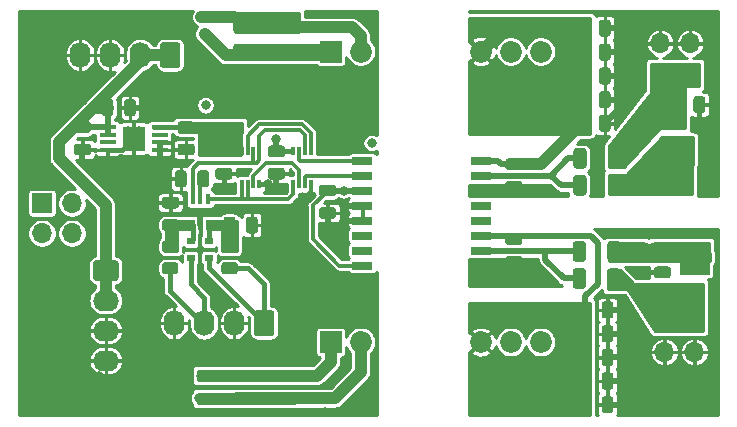
<source format=gtl>
G04 #@! TF.GenerationSoftware,KiCad,Pcbnew,(5.1.6)-1*
G04 #@! TF.CreationDate,2021-04-15T23:13:23+02:00*
G04 #@! TF.ProjectId,GateDriver,47617465-4472-4697-9665-722e6b696361,rev?*
G04 #@! TF.SameCoordinates,Original*
G04 #@! TF.FileFunction,Copper,L1,Top*
G04 #@! TF.FilePolarity,Positive*
%FSLAX46Y46*%
G04 Gerber Fmt 4.6, Leading zero omitted, Abs format (unit mm)*
G04 Created by KiCad (PCBNEW (5.1.6)-1) date 2021-04-15 23:13:23*
%MOMM*%
%LPD*%
G01*
G04 APERTURE LIST*
G04 #@! TA.AperFunction,SMDPad,CuDef*
%ADD10R,1.270000X0.762000*%
G04 #@! TD*
G04 #@! TA.AperFunction,SMDPad,CuDef*
%ADD11R,2.540000X2.670000*%
G04 #@! TD*
G04 #@! TA.AperFunction,ComponentPad*
%ADD12O,1.700000X1.700000*%
G04 #@! TD*
G04 #@! TA.AperFunction,ComponentPad*
%ADD13R,1.700000X1.700000*%
G04 #@! TD*
G04 #@! TA.AperFunction,ComponentPad*
%ADD14O,1.740000X2.190000*%
G04 #@! TD*
G04 #@! TA.AperFunction,ComponentPad*
%ADD15O,2.190000X1.740000*%
G04 #@! TD*
G04 #@! TA.AperFunction,SMDPad,CuDef*
%ADD16R,0.700000X0.600000*%
G04 #@! TD*
G04 #@! TA.AperFunction,SMDPad,CuDef*
%ADD17R,0.400000X0.900000*%
G04 #@! TD*
G04 #@! TA.AperFunction,SMDPad,CuDef*
%ADD18R,0.300000X0.800000*%
G04 #@! TD*
G04 #@! TA.AperFunction,SMDPad,CuDef*
%ADD19R,1.846000X2.150000*%
G04 #@! TD*
G04 #@! TA.AperFunction,SMDPad,CuDef*
%ADD20R,1.400000X0.450000*%
G04 #@! TD*
G04 #@! TA.AperFunction,ComponentPad*
%ADD21C,1.850000*%
G04 #@! TD*
G04 #@! TA.AperFunction,ComponentPad*
%ADD22R,1.850000X1.850000*%
G04 #@! TD*
G04 #@! TA.AperFunction,SMDPad,CuDef*
%ADD23R,1.800000X0.650000*%
G04 #@! TD*
G04 #@! TA.AperFunction,ViaPad*
%ADD24C,0.800000*%
G04 #@! TD*
G04 #@! TA.AperFunction,Conductor*
%ADD25C,1.000000*%
G04 #@! TD*
G04 #@! TA.AperFunction,Conductor*
%ADD26C,0.500000*%
G04 #@! TD*
G04 #@! TA.AperFunction,Conductor*
%ADD27C,0.300000*%
G04 #@! TD*
G04 #@! TA.AperFunction,Conductor*
%ADD28C,0.400000*%
G04 #@! TD*
G04 #@! TA.AperFunction,Conductor*
%ADD29C,0.254000*%
G04 #@! TD*
G04 APERTURE END LIST*
D10*
X112625000Y-73701000D03*
D11*
X112625000Y-71350000D03*
D10*
X111100000Y-59974000D03*
D11*
X111100000Y-62325000D03*
D12*
X112590000Y-79240000D03*
X112590000Y-76700000D03*
X110050000Y-79240000D03*
D13*
X110050000Y-76700000D03*
D12*
X109685000Y-53110000D03*
X109685000Y-55650000D03*
X112225000Y-53110000D03*
D13*
X112225000Y-55650000D03*
D12*
X59890000Y-69190000D03*
X59890000Y-66650000D03*
X57350000Y-69190000D03*
D13*
X57350000Y-66650000D03*
D14*
X60580000Y-54100000D03*
X63120000Y-54100000D03*
X65660000Y-54100000D03*
G04 #@! TA.AperFunction,ComponentPad*
G36*
G01*
X69070000Y-53254999D02*
X69070000Y-54945001D01*
G75*
G02*
X68820001Y-55195000I-249999J0D01*
G01*
X67579999Y-55195000D01*
G75*
G02*
X67330000Y-54945001I0J249999D01*
G01*
X67330000Y-53254999D01*
G75*
G02*
X67579999Y-53005000I249999J0D01*
G01*
X68820001Y-53005000D01*
G75*
G02*
X69070000Y-53254999I0J-249999D01*
G01*
G37*
G04 #@! TD.AperFunction*
X68530000Y-76800000D03*
X71070000Y-76800000D03*
X73610000Y-76800000D03*
G04 #@! TA.AperFunction,ComponentPad*
G36*
G01*
X77020000Y-75954999D02*
X77020000Y-77645001D01*
G75*
G02*
X76770001Y-77895000I-249999J0D01*
G01*
X75529999Y-77895000D01*
G75*
G02*
X75280000Y-77645001I0J249999D01*
G01*
X75280000Y-75954999D01*
G75*
G02*
X75529999Y-75705000I249999J0D01*
G01*
X76770001Y-75705000D01*
G75*
G02*
X77020000Y-75954999I0J-249999D01*
G01*
G37*
G04 #@! TD.AperFunction*
D15*
X62750000Y-79970000D03*
X62750000Y-77430000D03*
X62750000Y-74890000D03*
G04 #@! TA.AperFunction,ComponentPad*
G36*
G01*
X61904999Y-71480000D02*
X63595001Y-71480000D01*
G75*
G02*
X63845000Y-71729999I0J-249999D01*
G01*
X63845000Y-72970001D01*
G75*
G02*
X63595001Y-73220000I-249999J0D01*
G01*
X61904999Y-73220000D01*
G75*
G02*
X61655000Y-72970001I0J249999D01*
G01*
X61655000Y-71729999D01*
G75*
G02*
X61904999Y-71480000I249999J0D01*
G01*
G37*
G04 #@! TD.AperFunction*
D16*
X71475000Y-71250000D03*
X71475000Y-69850000D03*
X69950000Y-69850000D03*
X69950000Y-71250000D03*
G04 #@! TA.AperFunction,SMDPad,CuDef*
G36*
G01*
X68700000Y-67100000D02*
X67750000Y-67100000D01*
G75*
G02*
X67500000Y-66850000I0J250000D01*
G01*
X67500000Y-66350000D01*
G75*
G02*
X67750000Y-66100000I250000J0D01*
G01*
X68700000Y-66100000D01*
G75*
G02*
X68950000Y-66350000I0J-250000D01*
G01*
X68950000Y-66850000D01*
G75*
G02*
X68700000Y-67100000I-250000J0D01*
G01*
G37*
G04 #@! TD.AperFunction*
G04 #@! TA.AperFunction,SMDPad,CuDef*
G36*
G01*
X68700000Y-69000000D02*
X67750000Y-69000000D01*
G75*
G02*
X67500000Y-68750000I0J250000D01*
G01*
X67500000Y-68250000D01*
G75*
G02*
X67750000Y-68000000I250000J0D01*
G01*
X68700000Y-68000000D01*
G75*
G02*
X68950000Y-68250000I0J-250000D01*
G01*
X68950000Y-68750000D01*
G75*
G02*
X68700000Y-69000000I-250000J0D01*
G01*
G37*
G04 #@! TD.AperFunction*
G04 #@! TA.AperFunction,SMDPad,CuDef*
G36*
G01*
X74625000Y-68975000D02*
X74625000Y-68025000D01*
G75*
G02*
X74875000Y-67775000I250000J0D01*
G01*
X75375000Y-67775000D01*
G75*
G02*
X75625000Y-68025000I0J-250000D01*
G01*
X75625000Y-68975000D01*
G75*
G02*
X75375000Y-69225000I-250000J0D01*
G01*
X74875000Y-69225000D01*
G75*
G02*
X74625000Y-68975000I0J250000D01*
G01*
G37*
G04 #@! TD.AperFunction*
G04 #@! TA.AperFunction,SMDPad,CuDef*
G36*
G01*
X72725000Y-68975000D02*
X72725000Y-68025000D01*
G75*
G02*
X72975000Y-67775000I250000J0D01*
G01*
X73475000Y-67775000D01*
G75*
G02*
X73725000Y-68025000I0J-250000D01*
G01*
X73725000Y-68975000D01*
G75*
G02*
X73475000Y-69225000I-250000J0D01*
G01*
X72975000Y-69225000D01*
G75*
G02*
X72725000Y-68975000I0J250000D01*
G01*
G37*
G04 #@! TD.AperFunction*
G04 #@! TA.AperFunction,SMDPad,CuDef*
G36*
G01*
X72774999Y-71637500D02*
X73675001Y-71637500D01*
G75*
G02*
X73925000Y-71887499I0J-249999D01*
G01*
X73925000Y-72412501D01*
G75*
G02*
X73675001Y-72662500I-249999J0D01*
G01*
X72774999Y-72662500D01*
G75*
G02*
X72525000Y-72412501I0J249999D01*
G01*
X72525000Y-71887499D01*
G75*
G02*
X72774999Y-71637500I249999J0D01*
G01*
G37*
G04 #@! TD.AperFunction*
G04 #@! TA.AperFunction,SMDPad,CuDef*
G36*
G01*
X72774999Y-69812500D02*
X73675001Y-69812500D01*
G75*
G02*
X73925000Y-70062499I0J-249999D01*
G01*
X73925000Y-70587501D01*
G75*
G02*
X73675001Y-70837500I-249999J0D01*
G01*
X72774999Y-70837500D01*
G75*
G02*
X72525000Y-70587501I0J249999D01*
G01*
X72525000Y-70062499D01*
G75*
G02*
X72774999Y-69812500I249999J0D01*
G01*
G37*
G04 #@! TD.AperFunction*
G04 #@! TA.AperFunction,SMDPad,CuDef*
G36*
G01*
X67749999Y-71637500D02*
X68650001Y-71637500D01*
G75*
G02*
X68900000Y-71887499I0J-249999D01*
G01*
X68900000Y-72412501D01*
G75*
G02*
X68650001Y-72662500I-249999J0D01*
G01*
X67749999Y-72662500D01*
G75*
G02*
X67500000Y-72412501I0J249999D01*
G01*
X67500000Y-71887499D01*
G75*
G02*
X67749999Y-71637500I249999J0D01*
G01*
G37*
G04 #@! TD.AperFunction*
G04 #@! TA.AperFunction,SMDPad,CuDef*
G36*
G01*
X67749999Y-69812500D02*
X68650001Y-69812500D01*
G75*
G02*
X68900000Y-70062499I0J-249999D01*
G01*
X68900000Y-70587501D01*
G75*
G02*
X68650001Y-70837500I-249999J0D01*
G01*
X67749999Y-70837500D01*
G75*
G02*
X67500000Y-70587501I0J249999D01*
G01*
X67500000Y-70062499D01*
G75*
G02*
X67749999Y-69812500I249999J0D01*
G01*
G37*
G04 #@! TD.AperFunction*
D17*
X71400000Y-68500000D03*
X71400000Y-66300000D03*
X70750000Y-68500000D03*
X70750000Y-66300000D03*
X70100000Y-68500000D03*
X70100000Y-66300000D03*
D18*
X75750000Y-65050000D03*
X75750000Y-62250000D03*
X75250000Y-65050000D03*
X75250000Y-62250000D03*
X74750000Y-65050000D03*
X74750000Y-62250000D03*
X74250000Y-65050000D03*
X74250000Y-62250000D03*
X80100000Y-65050000D03*
X80100000Y-62250000D03*
X79600000Y-65050000D03*
X79600000Y-62250000D03*
X79100000Y-65050000D03*
X79100000Y-62250000D03*
X78600000Y-65050000D03*
X78600000Y-62250000D03*
D19*
X65100000Y-61175000D03*
D20*
X62900000Y-62150000D03*
X67300000Y-62150000D03*
X62900000Y-61500000D03*
X67300000Y-61500000D03*
X62900000Y-60850000D03*
X67300000Y-60850000D03*
X62900000Y-60200000D03*
X67300000Y-60200000D03*
G04 #@! TA.AperFunction,SMDPad,CuDef*
G36*
G01*
X103412500Y-72399999D02*
X103412500Y-73650001D01*
G75*
G02*
X103162501Y-73900000I-249999J0D01*
G01*
X102537499Y-73900000D01*
G75*
G02*
X102287500Y-73650001I0J249999D01*
G01*
X102287500Y-72399999D01*
G75*
G02*
X102537499Y-72150000I249999J0D01*
G01*
X103162501Y-72150000D01*
G75*
G02*
X103412500Y-72399999I0J-249999D01*
G01*
G37*
G04 #@! TD.AperFunction*
G04 #@! TA.AperFunction,SMDPad,CuDef*
G36*
G01*
X106337500Y-72399999D02*
X106337500Y-73650001D01*
G75*
G02*
X106087501Y-73900000I-249999J0D01*
G01*
X105462499Y-73900000D01*
G75*
G02*
X105212500Y-73650001I0J249999D01*
G01*
X105212500Y-72399999D01*
G75*
G02*
X105462499Y-72150000I249999J0D01*
G01*
X106087501Y-72150000D01*
G75*
G02*
X106337500Y-72399999I0J-249999D01*
G01*
G37*
G04 #@! TD.AperFunction*
G04 #@! TA.AperFunction,SMDPad,CuDef*
G36*
G01*
X103412500Y-70099999D02*
X103412500Y-71350001D01*
G75*
G02*
X103162501Y-71600000I-249999J0D01*
G01*
X102537499Y-71600000D01*
G75*
G02*
X102287500Y-71350001I0J249999D01*
G01*
X102287500Y-70099999D01*
G75*
G02*
X102537499Y-69850000I249999J0D01*
G01*
X103162501Y-69850000D01*
G75*
G02*
X103412500Y-70099999I0J-249999D01*
G01*
G37*
G04 #@! TD.AperFunction*
G04 #@! TA.AperFunction,SMDPad,CuDef*
G36*
G01*
X106337500Y-70099999D02*
X106337500Y-71350001D01*
G75*
G02*
X106087501Y-71600000I-249999J0D01*
G01*
X105462499Y-71600000D01*
G75*
G02*
X105212500Y-71350001I0J249999D01*
G01*
X105212500Y-70099999D01*
G75*
G02*
X105462499Y-69850000I249999J0D01*
G01*
X106087501Y-69850000D01*
G75*
G02*
X106337500Y-70099999I0J-249999D01*
G01*
G37*
G04 #@! TD.AperFunction*
G04 #@! TA.AperFunction,SMDPad,CuDef*
G36*
G01*
X103462500Y-62224999D02*
X103462500Y-63475001D01*
G75*
G02*
X103212501Y-63725000I-249999J0D01*
G01*
X102587499Y-63725000D01*
G75*
G02*
X102337500Y-63475001I0J249999D01*
G01*
X102337500Y-62224999D01*
G75*
G02*
X102587499Y-61975000I249999J0D01*
G01*
X103212501Y-61975000D01*
G75*
G02*
X103462500Y-62224999I0J-249999D01*
G01*
G37*
G04 #@! TD.AperFunction*
G04 #@! TA.AperFunction,SMDPad,CuDef*
G36*
G01*
X106387500Y-62224999D02*
X106387500Y-63475001D01*
G75*
G02*
X106137501Y-63725000I-249999J0D01*
G01*
X105512499Y-63725000D01*
G75*
G02*
X105262500Y-63475001I0J249999D01*
G01*
X105262500Y-62224999D01*
G75*
G02*
X105512499Y-61975000I249999J0D01*
G01*
X106137501Y-61975000D01*
G75*
G02*
X106387500Y-62224999I0J-249999D01*
G01*
G37*
G04 #@! TD.AperFunction*
G04 #@! TA.AperFunction,SMDPad,CuDef*
G36*
G01*
X103450000Y-64499999D02*
X103450000Y-65750001D01*
G75*
G02*
X103200001Y-66000000I-249999J0D01*
G01*
X102574999Y-66000000D01*
G75*
G02*
X102325000Y-65750001I0J249999D01*
G01*
X102325000Y-64499999D01*
G75*
G02*
X102574999Y-64250000I249999J0D01*
G01*
X103200001Y-64250000D01*
G75*
G02*
X103450000Y-64499999I0J-249999D01*
G01*
G37*
G04 #@! TD.AperFunction*
G04 #@! TA.AperFunction,SMDPad,CuDef*
G36*
G01*
X106375000Y-64499999D02*
X106375000Y-65750001D01*
G75*
G02*
X106125001Y-66000000I-249999J0D01*
G01*
X105499999Y-66000000D01*
G75*
G02*
X105250000Y-65750001I0J249999D01*
G01*
X105250000Y-64499999D01*
G75*
G02*
X105499999Y-64250000I249999J0D01*
G01*
X106125001Y-64250000D01*
G75*
G02*
X106375000Y-64499999I0J-249999D01*
G01*
G37*
G04 #@! TD.AperFunction*
G04 #@! TA.AperFunction,SMDPad,CuDef*
G36*
G01*
X76725000Y-63650000D02*
X77675000Y-63650000D01*
G75*
G02*
X77925000Y-63900000I0J-250000D01*
G01*
X77925000Y-64400000D01*
G75*
G02*
X77675000Y-64650000I-250000J0D01*
G01*
X76725000Y-64650000D01*
G75*
G02*
X76475000Y-64400000I0J250000D01*
G01*
X76475000Y-63900000D01*
G75*
G02*
X76725000Y-63650000I250000J0D01*
G01*
G37*
G04 #@! TD.AperFunction*
G04 #@! TA.AperFunction,SMDPad,CuDef*
G36*
G01*
X76725000Y-61750000D02*
X77675000Y-61750000D01*
G75*
G02*
X77925000Y-62000000I0J-250000D01*
G01*
X77925000Y-62500000D01*
G75*
G02*
X77675000Y-62750000I-250000J0D01*
G01*
X76725000Y-62750000D01*
G75*
G02*
X76475000Y-62500000I0J250000D01*
G01*
X76475000Y-62000000D01*
G75*
G02*
X76725000Y-61750000I250000J0D01*
G01*
G37*
G04 #@! TD.AperFunction*
G04 #@! TA.AperFunction,SMDPad,CuDef*
G36*
G01*
X72275000Y-63650000D02*
X73225000Y-63650000D01*
G75*
G02*
X73475000Y-63900000I0J-250000D01*
G01*
X73475000Y-64400000D01*
G75*
G02*
X73225000Y-64650000I-250000J0D01*
G01*
X72275000Y-64650000D01*
G75*
G02*
X72025000Y-64400000I0J250000D01*
G01*
X72025000Y-63900000D01*
G75*
G02*
X72275000Y-63650000I250000J0D01*
G01*
G37*
G04 #@! TD.AperFunction*
G04 #@! TA.AperFunction,SMDPad,CuDef*
G36*
G01*
X72275000Y-61750000D02*
X73225000Y-61750000D01*
G75*
G02*
X73475000Y-62000000I0J-250000D01*
G01*
X73475000Y-62500000D01*
G75*
G02*
X73225000Y-62750000I-250000J0D01*
G01*
X72275000Y-62750000D01*
G75*
G02*
X72025000Y-62500000I0J250000D01*
G01*
X72025000Y-62000000D01*
G75*
G02*
X72275000Y-61750000I250000J0D01*
G01*
G37*
G04 #@! TD.AperFunction*
G04 #@! TA.AperFunction,SMDPad,CuDef*
G36*
G01*
X69600000Y-64100000D02*
X69600000Y-65050000D01*
G75*
G02*
X69350000Y-65300000I-250000J0D01*
G01*
X68850000Y-65300000D01*
G75*
G02*
X68600000Y-65050000I0J250000D01*
G01*
X68600000Y-64100000D01*
G75*
G02*
X68850000Y-63850000I250000J0D01*
G01*
X69350000Y-63850000D01*
G75*
G02*
X69600000Y-64100000I0J-250000D01*
G01*
G37*
G04 #@! TD.AperFunction*
G04 #@! TA.AperFunction,SMDPad,CuDef*
G36*
G01*
X71500000Y-64100000D02*
X71500000Y-65050000D01*
G75*
G02*
X71250000Y-65300000I-250000J0D01*
G01*
X70750000Y-65300000D01*
G75*
G02*
X70500000Y-65050000I0J250000D01*
G01*
X70500000Y-64100000D01*
G75*
G02*
X70750000Y-63850000I250000J0D01*
G01*
X71250000Y-63850000D01*
G75*
G02*
X71500000Y-64100000I0J-250000D01*
G01*
G37*
G04 #@! TD.AperFunction*
G04 #@! TA.AperFunction,SMDPad,CuDef*
G36*
G01*
X103825000Y-75200000D02*
X103825000Y-76150000D01*
G75*
G02*
X103575000Y-76400000I-250000J0D01*
G01*
X103075000Y-76400000D01*
G75*
G02*
X102825000Y-76150000I0J250000D01*
G01*
X102825000Y-75200000D01*
G75*
G02*
X103075000Y-74950000I250000J0D01*
G01*
X103575000Y-74950000D01*
G75*
G02*
X103825000Y-75200000I0J-250000D01*
G01*
G37*
G04 #@! TD.AperFunction*
G04 #@! TA.AperFunction,SMDPad,CuDef*
G36*
G01*
X105725000Y-75200000D02*
X105725000Y-76150000D01*
G75*
G02*
X105475000Y-76400000I-250000J0D01*
G01*
X104975000Y-76400000D01*
G75*
G02*
X104725000Y-76150000I0J250000D01*
G01*
X104725000Y-75200000D01*
G75*
G02*
X104975000Y-74950000I250000J0D01*
G01*
X105475000Y-74950000D01*
G75*
G02*
X105725000Y-75200000I0J-250000D01*
G01*
G37*
G04 #@! TD.AperFunction*
G04 #@! TA.AperFunction,SMDPad,CuDef*
G36*
G01*
X103825000Y-77225000D02*
X103825000Y-78175000D01*
G75*
G02*
X103575000Y-78425000I-250000J0D01*
G01*
X103075000Y-78425000D01*
G75*
G02*
X102825000Y-78175000I0J250000D01*
G01*
X102825000Y-77225000D01*
G75*
G02*
X103075000Y-76975000I250000J0D01*
G01*
X103575000Y-76975000D01*
G75*
G02*
X103825000Y-77225000I0J-250000D01*
G01*
G37*
G04 #@! TD.AperFunction*
G04 #@! TA.AperFunction,SMDPad,CuDef*
G36*
G01*
X105725000Y-77225000D02*
X105725000Y-78175000D01*
G75*
G02*
X105475000Y-78425000I-250000J0D01*
G01*
X104975000Y-78425000D01*
G75*
G02*
X104725000Y-78175000I0J250000D01*
G01*
X104725000Y-77225000D01*
G75*
G02*
X104975000Y-76975000I250000J0D01*
G01*
X105475000Y-76975000D01*
G75*
G02*
X105725000Y-77225000I0J-250000D01*
G01*
G37*
G04 #@! TD.AperFunction*
G04 #@! TA.AperFunction,SMDPad,CuDef*
G36*
G01*
X103825000Y-79225000D02*
X103825000Y-80175000D01*
G75*
G02*
X103575000Y-80425000I-250000J0D01*
G01*
X103075000Y-80425000D01*
G75*
G02*
X102825000Y-80175000I0J250000D01*
G01*
X102825000Y-79225000D01*
G75*
G02*
X103075000Y-78975000I250000J0D01*
G01*
X103575000Y-78975000D01*
G75*
G02*
X103825000Y-79225000I0J-250000D01*
G01*
G37*
G04 #@! TD.AperFunction*
G04 #@! TA.AperFunction,SMDPad,CuDef*
G36*
G01*
X105725000Y-79225000D02*
X105725000Y-80175000D01*
G75*
G02*
X105475000Y-80425000I-250000J0D01*
G01*
X104975000Y-80425000D01*
G75*
G02*
X104725000Y-80175000I0J250000D01*
G01*
X104725000Y-79225000D01*
G75*
G02*
X104975000Y-78975000I250000J0D01*
G01*
X105475000Y-78975000D01*
G75*
G02*
X105725000Y-79225000I0J-250000D01*
G01*
G37*
G04 #@! TD.AperFunction*
G04 #@! TA.AperFunction,SMDPad,CuDef*
G36*
G01*
X103825000Y-81225000D02*
X103825000Y-82175000D01*
G75*
G02*
X103575000Y-82425000I-250000J0D01*
G01*
X103075000Y-82425000D01*
G75*
G02*
X102825000Y-82175000I0J250000D01*
G01*
X102825000Y-81225000D01*
G75*
G02*
X103075000Y-80975000I250000J0D01*
G01*
X103575000Y-80975000D01*
G75*
G02*
X103825000Y-81225000I0J-250000D01*
G01*
G37*
G04 #@! TD.AperFunction*
G04 #@! TA.AperFunction,SMDPad,CuDef*
G36*
G01*
X105725000Y-81225000D02*
X105725000Y-82175000D01*
G75*
G02*
X105475000Y-82425000I-250000J0D01*
G01*
X104975000Y-82425000D01*
G75*
G02*
X104725000Y-82175000I0J250000D01*
G01*
X104725000Y-81225000D01*
G75*
G02*
X104975000Y-80975000I250000J0D01*
G01*
X105475000Y-80975000D01*
G75*
G02*
X105725000Y-81225000I0J-250000D01*
G01*
G37*
G04 #@! TD.AperFunction*
G04 #@! TA.AperFunction,SMDPad,CuDef*
G36*
G01*
X103825000Y-83225000D02*
X103825000Y-84175000D01*
G75*
G02*
X103575000Y-84425000I-250000J0D01*
G01*
X103075000Y-84425000D01*
G75*
G02*
X102825000Y-84175000I0J250000D01*
G01*
X102825000Y-83225000D01*
G75*
G02*
X103075000Y-82975000I250000J0D01*
G01*
X103575000Y-82975000D01*
G75*
G02*
X103825000Y-83225000I0J-250000D01*
G01*
G37*
G04 #@! TD.AperFunction*
G04 #@! TA.AperFunction,SMDPad,CuDef*
G36*
G01*
X105725000Y-83225000D02*
X105725000Y-84175000D01*
G75*
G02*
X105475000Y-84425000I-250000J0D01*
G01*
X104975000Y-84425000D01*
G75*
G02*
X104725000Y-84175000I0J250000D01*
G01*
X104725000Y-83225000D01*
G75*
G02*
X104975000Y-82975000I250000J0D01*
G01*
X105475000Y-82975000D01*
G75*
G02*
X105725000Y-83225000I0J-250000D01*
G01*
G37*
G04 #@! TD.AperFunction*
G04 #@! TA.AperFunction,SMDPad,CuDef*
G36*
G01*
X77775000Y-82650000D02*
X78725000Y-82650000D01*
G75*
G02*
X78975000Y-82900000I0J-250000D01*
G01*
X78975000Y-83400000D01*
G75*
G02*
X78725000Y-83650000I-250000J0D01*
G01*
X77775000Y-83650000D01*
G75*
G02*
X77525000Y-83400000I0J250000D01*
G01*
X77525000Y-82900000D01*
G75*
G02*
X77775000Y-82650000I250000J0D01*
G01*
G37*
G04 #@! TD.AperFunction*
G04 #@! TA.AperFunction,SMDPad,CuDef*
G36*
G01*
X77775000Y-80750000D02*
X78725000Y-80750000D01*
G75*
G02*
X78975000Y-81000000I0J-250000D01*
G01*
X78975000Y-81500000D01*
G75*
G02*
X78725000Y-81750000I-250000J0D01*
G01*
X77775000Y-81750000D01*
G75*
G02*
X77525000Y-81500000I0J250000D01*
G01*
X77525000Y-81000000D01*
G75*
G02*
X77775000Y-80750000I250000J0D01*
G01*
G37*
G04 #@! TD.AperFunction*
G04 #@! TA.AperFunction,SMDPad,CuDef*
G36*
G01*
X75775000Y-82650000D02*
X76725000Y-82650000D01*
G75*
G02*
X76975000Y-82900000I0J-250000D01*
G01*
X76975000Y-83400000D01*
G75*
G02*
X76725000Y-83650000I-250000J0D01*
G01*
X75775000Y-83650000D01*
G75*
G02*
X75525000Y-83400000I0J250000D01*
G01*
X75525000Y-82900000D01*
G75*
G02*
X75775000Y-82650000I250000J0D01*
G01*
G37*
G04 #@! TD.AperFunction*
G04 #@! TA.AperFunction,SMDPad,CuDef*
G36*
G01*
X75775000Y-80750000D02*
X76725000Y-80750000D01*
G75*
G02*
X76975000Y-81000000I0J-250000D01*
G01*
X76975000Y-81500000D01*
G75*
G02*
X76725000Y-81750000I-250000J0D01*
G01*
X75775000Y-81750000D01*
G75*
G02*
X75525000Y-81500000I0J250000D01*
G01*
X75525000Y-81000000D01*
G75*
G02*
X75775000Y-80750000I250000J0D01*
G01*
G37*
G04 #@! TD.AperFunction*
G04 #@! TA.AperFunction,SMDPad,CuDef*
G36*
G01*
X73775000Y-82650000D02*
X74725000Y-82650000D01*
G75*
G02*
X74975000Y-82900000I0J-250000D01*
G01*
X74975000Y-83400000D01*
G75*
G02*
X74725000Y-83650000I-250000J0D01*
G01*
X73775000Y-83650000D01*
G75*
G02*
X73525000Y-83400000I0J250000D01*
G01*
X73525000Y-82900000D01*
G75*
G02*
X73775000Y-82650000I250000J0D01*
G01*
G37*
G04 #@! TD.AperFunction*
G04 #@! TA.AperFunction,SMDPad,CuDef*
G36*
G01*
X73775000Y-80750000D02*
X74725000Y-80750000D01*
G75*
G02*
X74975000Y-81000000I0J-250000D01*
G01*
X74975000Y-81500000D01*
G75*
G02*
X74725000Y-81750000I-250000J0D01*
G01*
X73775000Y-81750000D01*
G75*
G02*
X73525000Y-81500000I0J250000D01*
G01*
X73525000Y-81000000D01*
G75*
G02*
X73775000Y-80750000I250000J0D01*
G01*
G37*
G04 #@! TD.AperFunction*
G04 #@! TA.AperFunction,SMDPad,CuDef*
G36*
G01*
X110350000Y-73000000D02*
X109400000Y-73000000D01*
G75*
G02*
X109150000Y-72750000I0J250000D01*
G01*
X109150000Y-72250000D01*
G75*
G02*
X109400000Y-72000000I250000J0D01*
G01*
X110350000Y-72000000D01*
G75*
G02*
X110600000Y-72250000I0J-250000D01*
G01*
X110600000Y-72750000D01*
G75*
G02*
X110350000Y-73000000I-250000J0D01*
G01*
G37*
G04 #@! TD.AperFunction*
G04 #@! TA.AperFunction,SMDPad,CuDef*
G36*
G01*
X110350000Y-74900000D02*
X109400000Y-74900000D01*
G75*
G02*
X109150000Y-74650000I0J250000D01*
G01*
X109150000Y-74150000D01*
G75*
G02*
X109400000Y-73900000I250000J0D01*
G01*
X110350000Y-73900000D01*
G75*
G02*
X110600000Y-74150000I0J-250000D01*
G01*
X110600000Y-74650000D01*
G75*
G02*
X110350000Y-74900000I-250000J0D01*
G01*
G37*
G04 #@! TD.AperFunction*
G04 #@! TA.AperFunction,SMDPad,CuDef*
G36*
G01*
X97775000Y-70200000D02*
X96825000Y-70200000D01*
G75*
G02*
X96575000Y-69950000I0J250000D01*
G01*
X96575000Y-69450000D01*
G75*
G02*
X96825000Y-69200000I250000J0D01*
G01*
X97775000Y-69200000D01*
G75*
G02*
X98025000Y-69450000I0J-250000D01*
G01*
X98025000Y-69950000D01*
G75*
G02*
X97775000Y-70200000I-250000J0D01*
G01*
G37*
G04 #@! TD.AperFunction*
G04 #@! TA.AperFunction,SMDPad,CuDef*
G36*
G01*
X97775000Y-72100000D02*
X96825000Y-72100000D01*
G75*
G02*
X96575000Y-71850000I0J250000D01*
G01*
X96575000Y-71350000D01*
G75*
G02*
X96825000Y-71100000I250000J0D01*
G01*
X97775000Y-71100000D01*
G75*
G02*
X98025000Y-71350000I0J-250000D01*
G01*
X98025000Y-71850000D01*
G75*
G02*
X97775000Y-72100000I-250000J0D01*
G01*
G37*
G04 #@! TD.AperFunction*
G04 #@! TA.AperFunction,SMDPad,CuDef*
G36*
G01*
X81050000Y-66975000D02*
X82000000Y-66975000D01*
G75*
G02*
X82250000Y-67225000I0J-250000D01*
G01*
X82250000Y-67725000D01*
G75*
G02*
X82000000Y-67975000I-250000J0D01*
G01*
X81050000Y-67975000D01*
G75*
G02*
X80800000Y-67725000I0J250000D01*
G01*
X80800000Y-67225000D01*
G75*
G02*
X81050000Y-66975000I250000J0D01*
G01*
G37*
G04 #@! TD.AperFunction*
G04 #@! TA.AperFunction,SMDPad,CuDef*
G36*
G01*
X81050000Y-65075000D02*
X82000000Y-65075000D01*
G75*
G02*
X82250000Y-65325000I0J-250000D01*
G01*
X82250000Y-65825000D01*
G75*
G02*
X82000000Y-66075000I-250000J0D01*
G01*
X81050000Y-66075000D01*
G75*
G02*
X80800000Y-65825000I0J250000D01*
G01*
X80800000Y-65325000D01*
G75*
G02*
X81050000Y-65075000I250000J0D01*
G01*
G37*
G04 #@! TD.AperFunction*
G04 #@! TA.AperFunction,SMDPad,CuDef*
G36*
G01*
X97775000Y-63850000D02*
X96825000Y-63850000D01*
G75*
G02*
X96575000Y-63600000I0J250000D01*
G01*
X96575000Y-63100000D01*
G75*
G02*
X96825000Y-62850000I250000J0D01*
G01*
X97775000Y-62850000D01*
G75*
G02*
X98025000Y-63100000I0J-250000D01*
G01*
X98025000Y-63600000D01*
G75*
G02*
X97775000Y-63850000I-250000J0D01*
G01*
G37*
G04 #@! TD.AperFunction*
G04 #@! TA.AperFunction,SMDPad,CuDef*
G36*
G01*
X97775000Y-65750000D02*
X96825000Y-65750000D01*
G75*
G02*
X96575000Y-65500000I0J250000D01*
G01*
X96575000Y-65000000D01*
G75*
G02*
X96825000Y-64750000I250000J0D01*
G01*
X97775000Y-64750000D01*
G75*
G02*
X98025000Y-65000000I0J-250000D01*
G01*
X98025000Y-65500000D01*
G75*
G02*
X97775000Y-65750000I-250000J0D01*
G01*
G37*
G04 #@! TD.AperFunction*
G04 #@! TA.AperFunction,SMDPad,CuDef*
G36*
G01*
X112500000Y-58775000D02*
X112500000Y-57825000D01*
G75*
G02*
X112750000Y-57575000I250000J0D01*
G01*
X113250000Y-57575000D01*
G75*
G02*
X113500000Y-57825000I0J-250000D01*
G01*
X113500000Y-58775000D01*
G75*
G02*
X113250000Y-59025000I-250000J0D01*
G01*
X112750000Y-59025000D01*
G75*
G02*
X112500000Y-58775000I0J250000D01*
G01*
G37*
G04 #@! TD.AperFunction*
G04 #@! TA.AperFunction,SMDPad,CuDef*
G36*
G01*
X110600000Y-58775000D02*
X110600000Y-57825000D01*
G75*
G02*
X110850000Y-57575000I250000J0D01*
G01*
X111350000Y-57575000D01*
G75*
G02*
X111600000Y-57825000I0J-250000D01*
G01*
X111600000Y-58775000D01*
G75*
G02*
X111350000Y-59025000I-250000J0D01*
G01*
X110850000Y-59025000D01*
G75*
G02*
X110600000Y-58775000I0J250000D01*
G01*
G37*
G04 #@! TD.AperFunction*
G04 #@! TA.AperFunction,SMDPad,CuDef*
G36*
G01*
X70025000Y-60700000D02*
X69075000Y-60700000D01*
G75*
G02*
X68825000Y-60450000I0J250000D01*
G01*
X68825000Y-59950000D01*
G75*
G02*
X69075000Y-59700000I250000J0D01*
G01*
X70025000Y-59700000D01*
G75*
G02*
X70275000Y-59950000I0J-250000D01*
G01*
X70275000Y-60450000D01*
G75*
G02*
X70025000Y-60700000I-250000J0D01*
G01*
G37*
G04 #@! TD.AperFunction*
G04 #@! TA.AperFunction,SMDPad,CuDef*
G36*
G01*
X70025000Y-62600000D02*
X69075000Y-62600000D01*
G75*
G02*
X68825000Y-62350000I0J250000D01*
G01*
X68825000Y-61850000D01*
G75*
G02*
X69075000Y-61600000I250000J0D01*
G01*
X70025000Y-61600000D01*
G75*
G02*
X70275000Y-61850000I0J-250000D01*
G01*
X70275000Y-62350000D01*
G75*
G02*
X70025000Y-62600000I-250000J0D01*
G01*
G37*
G04 #@! TD.AperFunction*
G04 #@! TA.AperFunction,SMDPad,CuDef*
G36*
G01*
X63400000Y-58075000D02*
X63400000Y-59025000D01*
G75*
G02*
X63150000Y-59275000I-250000J0D01*
G01*
X62650000Y-59275000D01*
G75*
G02*
X62400000Y-59025000I0J250000D01*
G01*
X62400000Y-58075000D01*
G75*
G02*
X62650000Y-57825000I250000J0D01*
G01*
X63150000Y-57825000D01*
G75*
G02*
X63400000Y-58075000I0J-250000D01*
G01*
G37*
G04 #@! TD.AperFunction*
G04 #@! TA.AperFunction,SMDPad,CuDef*
G36*
G01*
X65300000Y-58075000D02*
X65300000Y-59025000D01*
G75*
G02*
X65050000Y-59275000I-250000J0D01*
G01*
X64550000Y-59275000D01*
G75*
G02*
X64300000Y-59025000I0J250000D01*
G01*
X64300000Y-58075000D01*
G75*
G02*
X64550000Y-57825000I250000J0D01*
G01*
X65050000Y-57825000D01*
G75*
G02*
X65300000Y-58075000I0J-250000D01*
G01*
G37*
G04 #@! TD.AperFunction*
G04 #@! TA.AperFunction,SMDPad,CuDef*
G36*
G01*
X61250000Y-60700000D02*
X60300000Y-60700000D01*
G75*
G02*
X60050000Y-60450000I0J250000D01*
G01*
X60050000Y-59950000D01*
G75*
G02*
X60300000Y-59700000I250000J0D01*
G01*
X61250000Y-59700000D01*
G75*
G02*
X61500000Y-59950000I0J-250000D01*
G01*
X61500000Y-60450000D01*
G75*
G02*
X61250000Y-60700000I-250000J0D01*
G01*
G37*
G04 #@! TD.AperFunction*
G04 #@! TA.AperFunction,SMDPad,CuDef*
G36*
G01*
X61250000Y-62600000D02*
X60300000Y-62600000D01*
G75*
G02*
X60050000Y-62350000I0J250000D01*
G01*
X60050000Y-61850000D01*
G75*
G02*
X60300000Y-61600000I250000J0D01*
G01*
X61250000Y-61600000D01*
G75*
G02*
X61500000Y-61850000I0J-250000D01*
G01*
X61500000Y-62350000D01*
G75*
G02*
X61250000Y-62600000I-250000J0D01*
G01*
G37*
G04 #@! TD.AperFunction*
G04 #@! TA.AperFunction,SMDPad,CuDef*
G36*
G01*
X103600000Y-59400000D02*
X103600000Y-60350000D01*
G75*
G02*
X103350000Y-60600000I-250000J0D01*
G01*
X102850000Y-60600000D01*
G75*
G02*
X102600000Y-60350000I0J250000D01*
G01*
X102600000Y-59400000D01*
G75*
G02*
X102850000Y-59150000I250000J0D01*
G01*
X103350000Y-59150000D01*
G75*
G02*
X103600000Y-59400000I0J-250000D01*
G01*
G37*
G04 #@! TD.AperFunction*
G04 #@! TA.AperFunction,SMDPad,CuDef*
G36*
G01*
X105500000Y-59400000D02*
X105500000Y-60350000D01*
G75*
G02*
X105250000Y-60600000I-250000J0D01*
G01*
X104750000Y-60600000D01*
G75*
G02*
X104500000Y-60350000I0J250000D01*
G01*
X104500000Y-59400000D01*
G75*
G02*
X104750000Y-59150000I250000J0D01*
G01*
X105250000Y-59150000D01*
G75*
G02*
X105500000Y-59400000I0J-250000D01*
G01*
G37*
G04 #@! TD.AperFunction*
G04 #@! TA.AperFunction,SMDPad,CuDef*
G36*
G01*
X103600000Y-57400000D02*
X103600000Y-58350000D01*
G75*
G02*
X103350000Y-58600000I-250000J0D01*
G01*
X102850000Y-58600000D01*
G75*
G02*
X102600000Y-58350000I0J250000D01*
G01*
X102600000Y-57400000D01*
G75*
G02*
X102850000Y-57150000I250000J0D01*
G01*
X103350000Y-57150000D01*
G75*
G02*
X103600000Y-57400000I0J-250000D01*
G01*
G37*
G04 #@! TD.AperFunction*
G04 #@! TA.AperFunction,SMDPad,CuDef*
G36*
G01*
X105500000Y-57400000D02*
X105500000Y-58350000D01*
G75*
G02*
X105250000Y-58600000I-250000J0D01*
G01*
X104750000Y-58600000D01*
G75*
G02*
X104500000Y-58350000I0J250000D01*
G01*
X104500000Y-57400000D01*
G75*
G02*
X104750000Y-57150000I250000J0D01*
G01*
X105250000Y-57150000D01*
G75*
G02*
X105500000Y-57400000I0J-250000D01*
G01*
G37*
G04 #@! TD.AperFunction*
G04 #@! TA.AperFunction,SMDPad,CuDef*
G36*
G01*
X103600000Y-55400000D02*
X103600000Y-56350000D01*
G75*
G02*
X103350000Y-56600000I-250000J0D01*
G01*
X102850000Y-56600000D01*
G75*
G02*
X102600000Y-56350000I0J250000D01*
G01*
X102600000Y-55400000D01*
G75*
G02*
X102850000Y-55150000I250000J0D01*
G01*
X103350000Y-55150000D01*
G75*
G02*
X103600000Y-55400000I0J-250000D01*
G01*
G37*
G04 #@! TD.AperFunction*
G04 #@! TA.AperFunction,SMDPad,CuDef*
G36*
G01*
X105500000Y-55400000D02*
X105500000Y-56350000D01*
G75*
G02*
X105250000Y-56600000I-250000J0D01*
G01*
X104750000Y-56600000D01*
G75*
G02*
X104500000Y-56350000I0J250000D01*
G01*
X104500000Y-55400000D01*
G75*
G02*
X104750000Y-55150000I250000J0D01*
G01*
X105250000Y-55150000D01*
G75*
G02*
X105500000Y-55400000I0J-250000D01*
G01*
G37*
G04 #@! TD.AperFunction*
G04 #@! TA.AperFunction,SMDPad,CuDef*
G36*
G01*
X103600000Y-53375000D02*
X103600000Y-54325000D01*
G75*
G02*
X103350000Y-54575000I-250000J0D01*
G01*
X102850000Y-54575000D01*
G75*
G02*
X102600000Y-54325000I0J250000D01*
G01*
X102600000Y-53375000D01*
G75*
G02*
X102850000Y-53125000I250000J0D01*
G01*
X103350000Y-53125000D01*
G75*
G02*
X103600000Y-53375000I0J-250000D01*
G01*
G37*
G04 #@! TD.AperFunction*
G04 #@! TA.AperFunction,SMDPad,CuDef*
G36*
G01*
X105500000Y-53375000D02*
X105500000Y-54325000D01*
G75*
G02*
X105250000Y-54575000I-250000J0D01*
G01*
X104750000Y-54575000D01*
G75*
G02*
X104500000Y-54325000I0J250000D01*
G01*
X104500000Y-53375000D01*
G75*
G02*
X104750000Y-53125000I250000J0D01*
G01*
X105250000Y-53125000D01*
G75*
G02*
X105500000Y-53375000I0J-250000D01*
G01*
G37*
G04 #@! TD.AperFunction*
G04 #@! TA.AperFunction,SMDPad,CuDef*
G36*
G01*
X103600000Y-51350000D02*
X103600000Y-52300000D01*
G75*
G02*
X103350000Y-52550000I-250000J0D01*
G01*
X102850000Y-52550000D01*
G75*
G02*
X102600000Y-52300000I0J250000D01*
G01*
X102600000Y-51350000D01*
G75*
G02*
X102850000Y-51100000I250000J0D01*
G01*
X103350000Y-51100000D01*
G75*
G02*
X103600000Y-51350000I0J-250000D01*
G01*
G37*
G04 #@! TD.AperFunction*
G04 #@! TA.AperFunction,SMDPad,CuDef*
G36*
G01*
X105500000Y-51350000D02*
X105500000Y-52300000D01*
G75*
G02*
X105250000Y-52550000I-250000J0D01*
G01*
X104750000Y-52550000D01*
G75*
G02*
X104500000Y-52300000I0J250000D01*
G01*
X104500000Y-51350000D01*
G75*
G02*
X104750000Y-51100000I250000J0D01*
G01*
X105250000Y-51100000D01*
G75*
G02*
X105500000Y-51350000I0J-250000D01*
G01*
G37*
G04 #@! TD.AperFunction*
G04 #@! TA.AperFunction,SMDPad,CuDef*
G36*
G01*
X78725000Y-52250000D02*
X77775000Y-52250000D01*
G75*
G02*
X77525000Y-52000000I0J250000D01*
G01*
X77525000Y-51500000D01*
G75*
G02*
X77775000Y-51250000I250000J0D01*
G01*
X78725000Y-51250000D01*
G75*
G02*
X78975000Y-51500000I0J-250000D01*
G01*
X78975000Y-52000000D01*
G75*
G02*
X78725000Y-52250000I-250000J0D01*
G01*
G37*
G04 #@! TD.AperFunction*
G04 #@! TA.AperFunction,SMDPad,CuDef*
G36*
G01*
X78725000Y-54150000D02*
X77775000Y-54150000D01*
G75*
G02*
X77525000Y-53900000I0J250000D01*
G01*
X77525000Y-53400000D01*
G75*
G02*
X77775000Y-53150000I250000J0D01*
G01*
X78725000Y-53150000D01*
G75*
G02*
X78975000Y-53400000I0J-250000D01*
G01*
X78975000Y-53900000D01*
G75*
G02*
X78725000Y-54150000I-250000J0D01*
G01*
G37*
G04 #@! TD.AperFunction*
G04 #@! TA.AperFunction,SMDPad,CuDef*
G36*
G01*
X76725000Y-52250000D02*
X75775000Y-52250000D01*
G75*
G02*
X75525000Y-52000000I0J250000D01*
G01*
X75525000Y-51500000D01*
G75*
G02*
X75775000Y-51250000I250000J0D01*
G01*
X76725000Y-51250000D01*
G75*
G02*
X76975000Y-51500000I0J-250000D01*
G01*
X76975000Y-52000000D01*
G75*
G02*
X76725000Y-52250000I-250000J0D01*
G01*
G37*
G04 #@! TD.AperFunction*
G04 #@! TA.AperFunction,SMDPad,CuDef*
G36*
G01*
X76725000Y-54150000D02*
X75775000Y-54150000D01*
G75*
G02*
X75525000Y-53900000I0J250000D01*
G01*
X75525000Y-53400000D01*
G75*
G02*
X75775000Y-53150000I250000J0D01*
G01*
X76725000Y-53150000D01*
G75*
G02*
X76975000Y-53400000I0J-250000D01*
G01*
X76975000Y-53900000D01*
G75*
G02*
X76725000Y-54150000I-250000J0D01*
G01*
G37*
G04 #@! TD.AperFunction*
G04 #@! TA.AperFunction,SMDPad,CuDef*
G36*
G01*
X74725000Y-52250000D02*
X73775000Y-52250000D01*
G75*
G02*
X73525000Y-52000000I0J250000D01*
G01*
X73525000Y-51500000D01*
G75*
G02*
X73775000Y-51250000I250000J0D01*
G01*
X74725000Y-51250000D01*
G75*
G02*
X74975000Y-51500000I0J-250000D01*
G01*
X74975000Y-52000000D01*
G75*
G02*
X74725000Y-52250000I-250000J0D01*
G01*
G37*
G04 #@! TD.AperFunction*
G04 #@! TA.AperFunction,SMDPad,CuDef*
G36*
G01*
X74725000Y-54150000D02*
X73775000Y-54150000D01*
G75*
G02*
X73525000Y-53900000I0J250000D01*
G01*
X73525000Y-53400000D01*
G75*
G02*
X73775000Y-53150000I250000J0D01*
G01*
X74725000Y-53150000D01*
G75*
G02*
X74975000Y-53400000I0J-250000D01*
G01*
X74975000Y-53900000D01*
G75*
G02*
X74725000Y-54150000I-250000J0D01*
G01*
G37*
G04 #@! TD.AperFunction*
D21*
X99580000Y-53800000D03*
X97040000Y-53800000D03*
X94500000Y-53800000D03*
X84340000Y-53800000D03*
D22*
X81800000Y-53800000D03*
X81800000Y-78400000D03*
D21*
X84340000Y-78400000D03*
X94500000Y-78400000D03*
X97040000Y-78400000D03*
X99580000Y-78400000D03*
D23*
X94475000Y-63030000D03*
X84475000Y-63030000D03*
X94475000Y-64300000D03*
X84475000Y-64300000D03*
X94475000Y-65570000D03*
X84475000Y-65570000D03*
X94475000Y-66840000D03*
X84475000Y-66840000D03*
X94475000Y-68110000D03*
X84475000Y-68110000D03*
X94475000Y-69380000D03*
X84475000Y-69380000D03*
X94475000Y-70650000D03*
X84475000Y-70650000D03*
X94475000Y-71920000D03*
X84475000Y-71920000D03*
D24*
X72450000Y-53650000D03*
X71775000Y-52975000D03*
X71112500Y-52312500D03*
X72525000Y-81250000D03*
X71675000Y-81250000D03*
X70825000Y-81250000D03*
X72625000Y-50875000D03*
X71725000Y-50875000D03*
X70850000Y-50875000D03*
X72490000Y-83150000D03*
X71560000Y-83150000D03*
X70630002Y-83149998D03*
X64625000Y-60525000D03*
X65600000Y-60525000D03*
X65600000Y-61825000D03*
X64625000Y-61825000D03*
X82950000Y-66825000D03*
X82975000Y-68100000D03*
X81525000Y-68575000D03*
X77200000Y-65300000D03*
X76475000Y-65050000D03*
X67300000Y-63125000D03*
X70750000Y-67550000D03*
X72750000Y-65275000D03*
X79525000Y-66200000D03*
X60775000Y-63150000D03*
X74710000Y-58360000D03*
X63950000Y-64350000D03*
X64525000Y-68100000D03*
X76650000Y-70075000D03*
X80775000Y-72800000D03*
X79575000Y-70025000D03*
X81290000Y-84330000D03*
X84590000Y-84210000D03*
X85250000Y-81650000D03*
X85260000Y-76720000D03*
X85250000Y-73450000D03*
X85260000Y-58560000D03*
X85230000Y-55510000D03*
X85240000Y-51730000D03*
X58790000Y-55590000D03*
X58820000Y-59100000D03*
X61930000Y-55590000D03*
X78040000Y-58360000D03*
X78040000Y-56570000D03*
X74720000Y-56580000D03*
X71210000Y-56580000D03*
X65320000Y-72070000D03*
X65300000Y-74570000D03*
X65310000Y-77150000D03*
X67300000Y-81260000D03*
X65300000Y-81260000D03*
X62160000Y-81270000D03*
X59010000Y-81240000D03*
X59030000Y-78180000D03*
X59010000Y-75360000D03*
X65850000Y-58550000D03*
X71200000Y-60275000D03*
X73825000Y-60300000D03*
X71175000Y-62100000D03*
X72700000Y-61075000D03*
X71000000Y-64575000D03*
X81525000Y-65575000D03*
X82900000Y-65575000D03*
X77200000Y-61200000D03*
X85260000Y-61540000D03*
X71200000Y-58360000D03*
X98675000Y-65575000D03*
X99725000Y-65575000D03*
X106250000Y-51825000D03*
X106250000Y-53850000D03*
X106250000Y-55875000D03*
X106250000Y-57875000D03*
X106250000Y-58824999D03*
X113300000Y-51050000D03*
X109700000Y-51050000D03*
X113425000Y-65000000D03*
X113425000Y-63125000D03*
X113275000Y-59775000D03*
X93900000Y-73150000D03*
X95000000Y-73150000D03*
X106475000Y-75675000D03*
X106475000Y-77700000D03*
X106475000Y-79700000D03*
X106475000Y-81700000D03*
X106475000Y-83700000D03*
X109450000Y-83700000D03*
X113850000Y-83700000D03*
X108750000Y-69375000D03*
X99700000Y-72650000D03*
X108475000Y-72500000D03*
X109450000Y-81450000D03*
X113850000Y-81450000D03*
D25*
X81650000Y-53650000D02*
X81800000Y-53800000D01*
X74250000Y-53650000D02*
X81650000Y-53650000D01*
X74250000Y-81250000D02*
X80625000Y-81250000D01*
X81800000Y-80075000D02*
X81800000Y-78400000D01*
X80625000Y-81250000D02*
X81800000Y-80075000D01*
X71112500Y-52312500D02*
X72900000Y-54100000D01*
X72900000Y-54100000D02*
X73625000Y-54100000D01*
X84340000Y-52491853D02*
X84340000Y-53800000D01*
X83598147Y-51750000D02*
X84340000Y-52491853D01*
X74250000Y-51750000D02*
X83598147Y-51750000D01*
X74250000Y-83150000D02*
X82150000Y-83150000D01*
X84340000Y-80960000D02*
X84340000Y-78400000D01*
X82150000Y-83150000D02*
X84340000Y-80960000D01*
X70850000Y-50875000D02*
X73625000Y-50875000D01*
D26*
X62900000Y-60200000D02*
X62900000Y-60824999D01*
X62900000Y-58550000D02*
X62900000Y-60200000D01*
X60775000Y-60200000D02*
X62900000Y-60200000D01*
D25*
X61700000Y-58550000D02*
X62900000Y-58550000D01*
X58800000Y-61450000D02*
X61700000Y-58550000D01*
X65660000Y-54590000D02*
X65660000Y-54100000D01*
X58800000Y-61450000D02*
X65660000Y-54590000D01*
X65660000Y-54100000D02*
X68200000Y-54100000D01*
X58800000Y-62825000D02*
X58800000Y-61450000D01*
X62750000Y-74890000D02*
X62750000Y-66775000D01*
X62750000Y-66775000D02*
X58800000Y-62825000D01*
D26*
X84475000Y-66840000D02*
X82965000Y-66840000D01*
X82965000Y-66840000D02*
X82950000Y-66825000D01*
X84475000Y-68110000D02*
X82985000Y-68110000D01*
X82985000Y-68110000D02*
X82975000Y-68100000D01*
X81525000Y-67475000D02*
X81525000Y-68575000D01*
D27*
X75750000Y-65050000D02*
X76475000Y-65050000D01*
D26*
X77200000Y-65300000D02*
X77200000Y-64150000D01*
X67300000Y-62150000D02*
X67300000Y-63125000D01*
X67300000Y-62150000D02*
X67300000Y-61525001D01*
X70750000Y-68500000D02*
X70750000Y-67550000D01*
D28*
X72750000Y-64150000D02*
X72750000Y-65275000D01*
X64125000Y-62150000D02*
X65100000Y-61175000D01*
X62900000Y-62150000D02*
X64125000Y-62150000D01*
D27*
X80100000Y-65050000D02*
X80100000Y-65625000D01*
X80100000Y-65625000D02*
X79525000Y-66200000D01*
D26*
X60775000Y-62100000D02*
X60775000Y-63150000D01*
X64800000Y-58550000D02*
X65850000Y-58550000D01*
X84470000Y-65575000D02*
X84475000Y-65570000D01*
X81525000Y-65575000D02*
X81525000Y-65575000D01*
D28*
X77200000Y-62250000D02*
X78549990Y-62250000D01*
D27*
X72750000Y-62250000D02*
X74250000Y-62250000D01*
X70750000Y-64825000D02*
X71000000Y-64575000D01*
X70750000Y-66300000D02*
X70750000Y-64825000D01*
D26*
X81525000Y-65575000D02*
X82900000Y-65575000D01*
X82900000Y-65575000D02*
X84470000Y-65575000D01*
X77200000Y-62250000D02*
X77200000Y-61200000D01*
D27*
X80275001Y-66824999D02*
X81525000Y-65575000D01*
X80275001Y-69675001D02*
X80275001Y-66824999D01*
X84475000Y-71920000D02*
X82520000Y-71920000D01*
X82520000Y-71920000D02*
X80275001Y-69675001D01*
D28*
X71475000Y-68575000D02*
X71400000Y-68500000D01*
X71475000Y-69850000D02*
X71475000Y-68575000D01*
X70100000Y-69700000D02*
X69950000Y-69850000D01*
X70100000Y-68500000D02*
X70100000Y-69700000D01*
X76150000Y-76800000D02*
X76150000Y-73525000D01*
X74775000Y-72150000D02*
X73225000Y-72150000D01*
X76150000Y-73525000D02*
X74775000Y-72150000D01*
X76150000Y-76800000D02*
X76150000Y-76775000D01*
X71475000Y-72100000D02*
X71475000Y-71250000D01*
X76150000Y-76775000D02*
X71475000Y-72100000D01*
X71070000Y-76800000D02*
X70900000Y-76800000D01*
X68200000Y-74100000D02*
X68200000Y-72150000D01*
X70900000Y-76800000D02*
X68200000Y-74100000D01*
X71070000Y-76800000D02*
X71070000Y-74645000D01*
X69950000Y-73525000D02*
X69950000Y-71250000D01*
X71070000Y-74645000D02*
X69950000Y-73525000D01*
D26*
X94475000Y-64300000D02*
X100450000Y-64300000D01*
X101900000Y-62850000D02*
X102900000Y-62850000D01*
X100450000Y-64300000D02*
X101900000Y-62850000D01*
X101275000Y-65125000D02*
X100450000Y-64300000D01*
X102912500Y-65125000D02*
X101275000Y-65125000D01*
X102750000Y-70650000D02*
X102825000Y-70725000D01*
X102837500Y-73000000D02*
X101525000Y-73000000D01*
X101525000Y-73000000D02*
X99975000Y-71450000D01*
X99975000Y-71450000D02*
X99975000Y-70650000D01*
X94475000Y-70650000D02*
X99975000Y-70650000D01*
X99975000Y-70650000D02*
X102750000Y-70650000D01*
D27*
X79180000Y-63030000D02*
X84475000Y-63030000D01*
X79100000Y-62950000D02*
X79180000Y-63030000D01*
X79100000Y-62250000D02*
X79100000Y-62950000D01*
X79600000Y-64400000D02*
X79600000Y-65050000D01*
X79700000Y-64300000D02*
X79600000Y-64400000D01*
X84475000Y-64300000D02*
X79700000Y-64300000D01*
X75750000Y-62250000D02*
X75750000Y-60950000D01*
X75750000Y-60950000D02*
X76250000Y-60450000D01*
X76250000Y-60450000D02*
X79150000Y-60450000D01*
X79600000Y-60900000D02*
X79600000Y-62250000D01*
X79150000Y-60450000D02*
X79600000Y-60900000D01*
X75750000Y-63025000D02*
X75750000Y-62250000D01*
X75525000Y-63250000D02*
X75750000Y-63025000D01*
X75250000Y-62250000D02*
X75250000Y-63250000D01*
X75250000Y-63250000D02*
X75525000Y-63250000D01*
X70575000Y-63250000D02*
X75250000Y-63250000D01*
X70100000Y-66300000D02*
X70100000Y-63725000D01*
X70100000Y-63725000D02*
X70575000Y-63250000D01*
X78600000Y-65900000D02*
X78600000Y-65050000D01*
X78200000Y-66300000D02*
X78600000Y-65900000D01*
X74250000Y-66275000D02*
X74275000Y-66300000D01*
X74250000Y-65050000D02*
X74250000Y-66275000D01*
X71400000Y-66300000D02*
X74275000Y-66300000D01*
X74275000Y-66300000D02*
X74750000Y-66300000D01*
X74750000Y-65050000D02*
X74750000Y-66300000D01*
X74750000Y-66300000D02*
X78200000Y-66300000D01*
X80100000Y-62250000D02*
X80100000Y-60692880D01*
X79357110Y-59949990D02*
X75725010Y-59949990D01*
X80100000Y-60692880D02*
X79357110Y-59949990D01*
X74750000Y-60925000D02*
X74750000Y-62250000D01*
X75725010Y-59949990D02*
X74750000Y-60925000D01*
X75250000Y-64350000D02*
X76350000Y-63250000D01*
X75250000Y-65050000D02*
X75250000Y-64350000D01*
X76350000Y-63250000D02*
X78525000Y-63250000D01*
X79100000Y-63825000D02*
X79100000Y-65050000D01*
X78525000Y-63250000D02*
X79100000Y-63825000D01*
D26*
X97300000Y-63350000D02*
X96250000Y-63350000D01*
X95930000Y-63030000D02*
X94475000Y-63030000D01*
X96250000Y-63350000D02*
X95930000Y-63030000D01*
D25*
X96475000Y-51825000D02*
X103100000Y-51825000D01*
X94500000Y-53800000D02*
X96475000Y-51825000D01*
X103100000Y-51825000D02*
X103100000Y-59875000D01*
X103100000Y-59875000D02*
X99625000Y-63350000D01*
X99625000Y-63350000D02*
X97300000Y-63350000D01*
D26*
X97300000Y-65250000D02*
X96175000Y-65250000D01*
X95855000Y-65570000D02*
X94475000Y-65570000D01*
X96175000Y-65250000D02*
X95855000Y-65570000D01*
X105000000Y-51825000D02*
X106250000Y-51825000D01*
X105000000Y-53850000D02*
X106250000Y-53850000D01*
X105000000Y-55875000D02*
X106250000Y-55875000D01*
X105000000Y-57875000D02*
X106250000Y-57875000D01*
X106050001Y-58824999D02*
X106250000Y-58824999D01*
X105000000Y-59875000D02*
X106050001Y-58824999D01*
D28*
X113000000Y-58300000D02*
X113000000Y-59500000D01*
X113000000Y-59500000D02*
X113275000Y-59775000D01*
D26*
X103805000Y-69380000D02*
X94475000Y-69380000D01*
X104400000Y-69975000D02*
X103805000Y-69380000D01*
X103325000Y-75675000D02*
X103325000Y-74525000D01*
X104400000Y-73450000D02*
X104400000Y-69975000D01*
X103325000Y-74525000D02*
X104400000Y-73450000D01*
X96980000Y-69380000D02*
X97300000Y-69700000D01*
X94475000Y-69380000D02*
X96980000Y-69380000D01*
X94475000Y-71920000D02*
X95805000Y-71920000D01*
X96125000Y-71600000D02*
X97300000Y-71600000D01*
X95805000Y-71920000D02*
X96125000Y-71600000D01*
X105225000Y-75675000D02*
X106475000Y-75675000D01*
X105225000Y-77700000D02*
X106475000Y-77700000D01*
X105225000Y-79700000D02*
X106475000Y-79700000D01*
X105225000Y-81700000D02*
X106475000Y-81700000D01*
X105225000Y-83700000D02*
X106475000Y-83700000D01*
D28*
X109875000Y-72500000D02*
X108475000Y-72500000D01*
D29*
G36*
X70032125Y-50536225D02*
G01*
X69981748Y-50702294D01*
X69964738Y-50875000D01*
X69981748Y-51047706D01*
X70032125Y-51213775D01*
X70113932Y-51366825D01*
X70224025Y-51500975D01*
X70358175Y-51611068D01*
X70491583Y-51682376D01*
X70486526Y-51686526D01*
X70376432Y-51820675D01*
X70294625Y-51973726D01*
X70244249Y-52139795D01*
X70227238Y-52312500D01*
X70244249Y-52485205D01*
X70294625Y-52651274D01*
X70376432Y-52804325D01*
X70458941Y-52904862D01*
X72246439Y-54692361D01*
X72274025Y-54725975D01*
X72340022Y-54780137D01*
X72408174Y-54836068D01*
X72559195Y-54916790D01*
X72561225Y-54917875D01*
X72727294Y-54968252D01*
X72856727Y-54981000D01*
X72856730Y-54981000D01*
X72900000Y-54985262D01*
X72943270Y-54981000D01*
X80592216Y-54981000D01*
X80604289Y-54995711D01*
X80662304Y-55043322D01*
X80728492Y-55078701D01*
X80800311Y-55100487D01*
X80875000Y-55107843D01*
X82725000Y-55107843D01*
X82799689Y-55100487D01*
X82871508Y-55078701D01*
X82937696Y-55043322D01*
X82995711Y-54995711D01*
X83043322Y-54937696D01*
X83078701Y-54871508D01*
X83100487Y-54799689D01*
X83107843Y-54725000D01*
X83107843Y-54238052D01*
X83182638Y-54418623D01*
X83325564Y-54632526D01*
X83507474Y-54814436D01*
X83721377Y-54957362D01*
X83959054Y-55055811D01*
X84211370Y-55106000D01*
X84468630Y-55106000D01*
X84720946Y-55055811D01*
X84958623Y-54957362D01*
X85172526Y-54814436D01*
X85354436Y-54632526D01*
X85497362Y-54418623D01*
X85595811Y-54180946D01*
X85646000Y-53928630D01*
X85646000Y-53671370D01*
X85595811Y-53419054D01*
X85497362Y-53181377D01*
X85354436Y-52967474D01*
X85221000Y-52834038D01*
X85221000Y-52535123D01*
X85225262Y-52491853D01*
X85215173Y-52389422D01*
X85208252Y-52319147D01*
X85157875Y-52153078D01*
X85076068Y-52000028D01*
X85028904Y-51942558D01*
X84993560Y-51899490D01*
X84993557Y-51899487D01*
X84965975Y-51865878D01*
X84932367Y-51838297D01*
X84251712Y-51157644D01*
X84224122Y-51124025D01*
X84089972Y-51013932D01*
X83936922Y-50932125D01*
X83770853Y-50881748D01*
X83641420Y-50869000D01*
X83641417Y-50869000D01*
X83598147Y-50864738D01*
X83554877Y-50869000D01*
X79581000Y-50869000D01*
X79581000Y-50406000D01*
X85673000Y-50406000D01*
X85673000Y-60876657D01*
X85629942Y-60847887D01*
X85487809Y-60789013D01*
X85336922Y-60759000D01*
X85183078Y-60759000D01*
X85032191Y-60789013D01*
X84890058Y-60847887D01*
X84762141Y-60933358D01*
X84653358Y-61042141D01*
X84567887Y-61170058D01*
X84509013Y-61312191D01*
X84479000Y-61463078D01*
X84479000Y-61616922D01*
X84509013Y-61767809D01*
X84567887Y-61909942D01*
X84653358Y-62037859D01*
X84762141Y-62146642D01*
X84890058Y-62232113D01*
X85032191Y-62290987D01*
X85183078Y-62321000D01*
X85336922Y-62321000D01*
X85487809Y-62290987D01*
X85629942Y-62232113D01*
X85673000Y-62203343D01*
X85673000Y-62467541D01*
X85645711Y-62434289D01*
X85587696Y-62386678D01*
X85521508Y-62351299D01*
X85449689Y-62329513D01*
X85375000Y-62322157D01*
X83575000Y-62322157D01*
X83500311Y-62329513D01*
X83428492Y-62351299D01*
X83362304Y-62386678D01*
X83304289Y-62434289D01*
X83256678Y-62492304D01*
X83253099Y-62499000D01*
X80632843Y-62499000D01*
X80632843Y-61850000D01*
X80631000Y-61831287D01*
X80631000Y-60718953D01*
X80633568Y-60692879D01*
X80631000Y-60666805D01*
X80631000Y-60666796D01*
X80623317Y-60588786D01*
X80592953Y-60488692D01*
X80582084Y-60468358D01*
X80543646Y-60396444D01*
X80493917Y-60335850D01*
X80477290Y-60315590D01*
X80457030Y-60298963D01*
X79751031Y-59592965D01*
X79734400Y-59572700D01*
X79653545Y-59506344D01*
X79561298Y-59457037D01*
X79461204Y-59426673D01*
X79383194Y-59418990D01*
X79383184Y-59418990D01*
X79357110Y-59416422D01*
X79331036Y-59418990D01*
X75751083Y-59418990D01*
X75725009Y-59416422D01*
X75698935Y-59418990D01*
X75698926Y-59418990D01*
X75620916Y-59426673D01*
X75520822Y-59457037D01*
X75463463Y-59487696D01*
X75428574Y-59506344D01*
X75373930Y-59551190D01*
X75347720Y-59572700D01*
X75331093Y-59592960D01*
X74781000Y-60143054D01*
X74781000Y-59700000D01*
X74773679Y-59625671D01*
X74751998Y-59554198D01*
X74716790Y-59488328D01*
X74669408Y-59430592D01*
X74611672Y-59383210D01*
X74545802Y-59348002D01*
X74474329Y-59326321D01*
X74400000Y-59319000D01*
X70043712Y-59319000D01*
X70025000Y-59317157D01*
X69075000Y-59317157D01*
X69056288Y-59319000D01*
X68825000Y-59319000D01*
X68750671Y-59326321D01*
X68679198Y-59348002D01*
X68613328Y-59383210D01*
X68555592Y-59430592D01*
X68508210Y-59488328D01*
X68473002Y-59554198D01*
X68460928Y-59594000D01*
X68018713Y-59594000D01*
X68000000Y-59592157D01*
X66600000Y-59592157D01*
X66525311Y-59599513D01*
X66453492Y-59621299D01*
X66387304Y-59656678D01*
X66329289Y-59704289D01*
X66281678Y-59762304D01*
X66260459Y-59802000D01*
X66235696Y-59781678D01*
X66169508Y-59746299D01*
X66097689Y-59724513D01*
X66023000Y-59717157D01*
X65218250Y-59719000D01*
X65123000Y-59814250D01*
X65123000Y-61152000D01*
X65143000Y-61152000D01*
X65143000Y-61198000D01*
X65123000Y-61198000D01*
X65123000Y-62535750D01*
X65218250Y-62631000D01*
X66023000Y-62632843D01*
X66097689Y-62625487D01*
X66169508Y-62603701D01*
X66235696Y-62568322D01*
X66260459Y-62548000D01*
X66281678Y-62587696D01*
X66329289Y-62645711D01*
X66387304Y-62693322D01*
X66453492Y-62728701D01*
X66525311Y-62750487D01*
X66600000Y-62757843D01*
X67181750Y-62756000D01*
X67277000Y-62660750D01*
X67277000Y-62173000D01*
X67323000Y-62173000D01*
X67323000Y-62660750D01*
X67418250Y-62756000D01*
X68000000Y-62757843D01*
X68074689Y-62750487D01*
X68146508Y-62728701D01*
X68212696Y-62693322D01*
X68270711Y-62645711D01*
X68308224Y-62600000D01*
X68442157Y-62600000D01*
X68449513Y-62674689D01*
X68471299Y-62746508D01*
X68506678Y-62812696D01*
X68554289Y-62870711D01*
X68612304Y-62918322D01*
X68678492Y-62953701D01*
X68750311Y-62975487D01*
X68825000Y-62982843D01*
X69431750Y-62981000D01*
X69527000Y-62885750D01*
X69527000Y-62123000D01*
X68539250Y-62123000D01*
X68444000Y-62218250D01*
X68442157Y-62600000D01*
X68308224Y-62600000D01*
X68318322Y-62587696D01*
X68353701Y-62521508D01*
X68375487Y-62449689D01*
X68382843Y-62375000D01*
X68381000Y-62268250D01*
X68285750Y-62173000D01*
X67323000Y-62173000D01*
X67277000Y-62173000D01*
X67257000Y-62173000D01*
X67257000Y-62127000D01*
X67277000Y-62127000D01*
X67277000Y-61523000D01*
X67323000Y-61523000D01*
X67323000Y-62127000D01*
X68285750Y-62127000D01*
X68381000Y-62031750D01*
X68382843Y-61925000D01*
X68375487Y-61850311D01*
X68367809Y-61825000D01*
X68375487Y-61799689D01*
X68382843Y-61725000D01*
X68381000Y-61618250D01*
X68362750Y-61600000D01*
X68442157Y-61600000D01*
X68444000Y-61981750D01*
X68539250Y-62077000D01*
X69527000Y-62077000D01*
X69527000Y-61314250D01*
X69431750Y-61219000D01*
X68825000Y-61217157D01*
X68750311Y-61224513D01*
X68678492Y-61246299D01*
X68612304Y-61281678D01*
X68554289Y-61329289D01*
X68506678Y-61387304D01*
X68471299Y-61453492D01*
X68449513Y-61525311D01*
X68442157Y-61600000D01*
X68362750Y-61600000D01*
X68285750Y-61523000D01*
X67323000Y-61523000D01*
X67277000Y-61523000D01*
X67257000Y-61523000D01*
X67257000Y-61477000D01*
X67277000Y-61477000D01*
X67277000Y-61457843D01*
X67323000Y-61457843D01*
X67323000Y-61477000D01*
X68285750Y-61477000D01*
X68381000Y-61381750D01*
X68382843Y-61275000D01*
X68375487Y-61200311D01*
X68367809Y-61175000D01*
X68375487Y-61149689D01*
X68382843Y-61075000D01*
X68382843Y-60806000D01*
X68460928Y-60806000D01*
X68473002Y-60845802D01*
X68508210Y-60911672D01*
X68555592Y-60969408D01*
X68613328Y-61016790D01*
X68679198Y-61051998D01*
X68750671Y-61073679D01*
X68825000Y-61081000D01*
X69056288Y-61081000D01*
X69075000Y-61082843D01*
X70025000Y-61082843D01*
X70043712Y-61081000D01*
X70169000Y-61081000D01*
X70169000Y-61217479D01*
X69668250Y-61219000D01*
X69573000Y-61314250D01*
X69573000Y-62077000D01*
X69593000Y-62077000D01*
X69593000Y-62123000D01*
X69573000Y-62123000D01*
X69573000Y-62885750D01*
X69668250Y-62981000D01*
X70091767Y-62982286D01*
X69742970Y-63331084D01*
X69722711Y-63347710D01*
X69706084Y-63367970D01*
X69706083Y-63367971D01*
X69656354Y-63428565D01*
X69633940Y-63470500D01*
X69600000Y-63467157D01*
X69218250Y-63469000D01*
X69123000Y-63564250D01*
X69123000Y-64552000D01*
X69143000Y-64552000D01*
X69143000Y-64598000D01*
X69123000Y-64598000D01*
X69123000Y-65585750D01*
X69218250Y-65681000D01*
X69557446Y-65682638D01*
X69546299Y-65703492D01*
X69524513Y-65775311D01*
X69517157Y-65850000D01*
X69517157Y-66750000D01*
X69524513Y-66824689D01*
X69546299Y-66896508D01*
X69581678Y-66962696D01*
X69629289Y-67020711D01*
X69687304Y-67068322D01*
X69753492Y-67103701D01*
X69825311Y-67125487D01*
X69900000Y-67132843D01*
X70300000Y-67132843D01*
X70374689Y-67125487D01*
X70425000Y-67110225D01*
X70475311Y-67125487D01*
X70550000Y-67132843D01*
X70950000Y-67132843D01*
X71024689Y-67125487D01*
X71075000Y-67110225D01*
X71125311Y-67125487D01*
X71200000Y-67132843D01*
X71600000Y-67132843D01*
X71674689Y-67125487D01*
X71746508Y-67103701D01*
X71812696Y-67068322D01*
X71870711Y-67020711D01*
X71918322Y-66962696D01*
X71953701Y-66896508D01*
X71973573Y-66831000D01*
X74248925Y-66831000D01*
X74274999Y-66833568D01*
X74301073Y-66831000D01*
X74723916Y-66831000D01*
X74750000Y-66833569D01*
X74776084Y-66831000D01*
X78173926Y-66831000D01*
X78200000Y-66833568D01*
X78226074Y-66831000D01*
X78226084Y-66831000D01*
X78304094Y-66823317D01*
X78404188Y-66792953D01*
X78496435Y-66743646D01*
X78577290Y-66677290D01*
X78593921Y-66657025D01*
X78957030Y-66293917D01*
X78977290Y-66277290D01*
X78993917Y-66257030D01*
X79043646Y-66196436D01*
X79078003Y-66132157D01*
X79092953Y-66104188D01*
X79123317Y-66004094D01*
X79131000Y-65926084D01*
X79131000Y-65926073D01*
X79133568Y-65900001D01*
X79131000Y-65873929D01*
X79131000Y-65832843D01*
X79250000Y-65832843D01*
X79324689Y-65825487D01*
X79350000Y-65817809D01*
X79375311Y-65825487D01*
X79450000Y-65832843D01*
X79750000Y-65832843D01*
X79824689Y-65825487D01*
X79850000Y-65817809D01*
X79875311Y-65825487D01*
X79950000Y-65832843D01*
X79981750Y-65831000D01*
X80077000Y-65735750D01*
X80077000Y-65646461D01*
X80103701Y-65596508D01*
X80123000Y-65532888D01*
X80123000Y-65735750D01*
X80218250Y-65831000D01*
X80250000Y-65832843D01*
X80324689Y-65825487D01*
X80396508Y-65803701D01*
X80417157Y-65792664D01*
X80417157Y-65825000D01*
X80426741Y-65922312D01*
X79917971Y-66431083D01*
X79897712Y-66447709D01*
X79881085Y-66467969D01*
X79881084Y-66467970D01*
X79831355Y-66528564D01*
X79782048Y-66620812D01*
X79764916Y-66677290D01*
X79752371Y-66718646D01*
X79751685Y-66720906D01*
X79741433Y-66824999D01*
X79744002Y-66851083D01*
X79744001Y-69648927D01*
X79741433Y-69675001D01*
X79744001Y-69701075D01*
X79744001Y-69701084D01*
X79751684Y-69779094D01*
X79782048Y-69879188D01*
X79831355Y-69971436D01*
X79897711Y-70052291D01*
X79917976Y-70068922D01*
X82126083Y-72277030D01*
X82142710Y-72297290D01*
X82162970Y-72313917D01*
X82223564Y-72363646D01*
X82275691Y-72391508D01*
X82315812Y-72412953D01*
X82415906Y-72443317D01*
X82493916Y-72451000D01*
X82493925Y-72451000D01*
X82519999Y-72453568D01*
X82546073Y-72451000D01*
X83253099Y-72451000D01*
X83256678Y-72457696D01*
X83304289Y-72515711D01*
X83362304Y-72563322D01*
X83428492Y-72598701D01*
X83500311Y-72620487D01*
X83575000Y-72627843D01*
X85375000Y-72627843D01*
X85449689Y-72620487D01*
X85521508Y-72598701D01*
X85587696Y-72563322D01*
X85645711Y-72515711D01*
X85673000Y-72482459D01*
X85673000Y-84594000D01*
X55406000Y-84594000D01*
X55406000Y-83073076D01*
X69849002Y-83073076D01*
X69849002Y-83226920D01*
X69879015Y-83377807D01*
X69937889Y-83519940D01*
X70019000Y-83641332D01*
X70019000Y-83675000D01*
X70026321Y-83749329D01*
X70048002Y-83820802D01*
X70083210Y-83886672D01*
X70130592Y-83944408D01*
X70188328Y-83991790D01*
X70254198Y-84026998D01*
X70325671Y-84048679D01*
X70400000Y-84056000D01*
X78925000Y-84056000D01*
X78999329Y-84048679D01*
X79057609Y-84031000D01*
X82106730Y-84031000D01*
X82150000Y-84035262D01*
X82193270Y-84031000D01*
X82193273Y-84031000D01*
X82322706Y-84018252D01*
X82488775Y-83967875D01*
X82641825Y-83886068D01*
X82775975Y-83775975D01*
X82803566Y-83742355D01*
X84932362Y-81613560D01*
X84965975Y-81585975D01*
X85054744Y-81477809D01*
X85076068Y-81451826D01*
X85157875Y-81298775D01*
X85181468Y-81221000D01*
X85208252Y-81132706D01*
X85221000Y-81003273D01*
X85221000Y-81003270D01*
X85225262Y-80960000D01*
X85221000Y-80916730D01*
X85221000Y-79365962D01*
X85354436Y-79232526D01*
X85497362Y-79018623D01*
X85595811Y-78780946D01*
X85646000Y-78528630D01*
X85646000Y-78271370D01*
X85595811Y-78019054D01*
X85497362Y-77781377D01*
X85354436Y-77567474D01*
X85172526Y-77385564D01*
X84958623Y-77242638D01*
X84720946Y-77144189D01*
X84468630Y-77094000D01*
X84211370Y-77094000D01*
X83959054Y-77144189D01*
X83721377Y-77242638D01*
X83507474Y-77385564D01*
X83325564Y-77567474D01*
X83182638Y-77781377D01*
X83107843Y-77961948D01*
X83107843Y-77475000D01*
X83100487Y-77400311D01*
X83078701Y-77328492D01*
X83043322Y-77262304D01*
X82995711Y-77204289D01*
X82937696Y-77156678D01*
X82871508Y-77121299D01*
X82799689Y-77099513D01*
X82725000Y-77092157D01*
X80875000Y-77092157D01*
X80800311Y-77099513D01*
X80728492Y-77121299D01*
X80662304Y-77156678D01*
X80604289Y-77204289D01*
X80556678Y-77262304D01*
X80521299Y-77328492D01*
X80499513Y-77400311D01*
X80492157Y-77475000D01*
X80492157Y-79325000D01*
X80499513Y-79399689D01*
X80521299Y-79471508D01*
X80556678Y-79537696D01*
X80604289Y-79595711D01*
X80662304Y-79643322D01*
X80728492Y-79678701D01*
X80800311Y-79700487D01*
X80875000Y-79707843D01*
X80919000Y-79707843D01*
X80919000Y-79710078D01*
X80260079Y-80369000D01*
X79082609Y-80369000D01*
X79024329Y-80351321D01*
X78950000Y-80344000D01*
X70400000Y-80344000D01*
X70325671Y-80351321D01*
X70254198Y-80373002D01*
X70188328Y-80408210D01*
X70130592Y-80455592D01*
X70083210Y-80513328D01*
X70048002Y-80579198D01*
X70026321Y-80650671D01*
X70019000Y-80725000D01*
X70019000Y-81750000D01*
X70026321Y-81824329D01*
X70048002Y-81895802D01*
X70083210Y-81961672D01*
X70130592Y-82019408D01*
X70188328Y-82066790D01*
X70254198Y-82101998D01*
X70325671Y-82123679D01*
X70400000Y-82131000D01*
X73756288Y-82131000D01*
X73775000Y-82132843D01*
X74725000Y-82132843D01*
X74743712Y-82131000D01*
X75756288Y-82131000D01*
X75775000Y-82132843D01*
X76725000Y-82132843D01*
X76743712Y-82131000D01*
X77756288Y-82131000D01*
X77775000Y-82132843D01*
X78725000Y-82132843D01*
X78743712Y-82131000D01*
X80581730Y-82131000D01*
X80625000Y-82135262D01*
X80668270Y-82131000D01*
X80668273Y-82131000D01*
X80797706Y-82118252D01*
X80963775Y-82067875D01*
X81116825Y-81986068D01*
X81250975Y-81875975D01*
X81278566Y-81842356D01*
X82392362Y-80728560D01*
X82425975Y-80700975D01*
X82491424Y-80621225D01*
X82536068Y-80566826D01*
X82617875Y-80413775D01*
X82631457Y-80369000D01*
X82668252Y-80247706D01*
X82681000Y-80118273D01*
X82681000Y-80118270D01*
X82685262Y-80075000D01*
X82681000Y-80031730D01*
X82681000Y-79707843D01*
X82725000Y-79707843D01*
X82799689Y-79700487D01*
X82871508Y-79678701D01*
X82937696Y-79643322D01*
X82995711Y-79595711D01*
X83043322Y-79537696D01*
X83078701Y-79471508D01*
X83100487Y-79399689D01*
X83107843Y-79325000D01*
X83107843Y-78838052D01*
X83182638Y-79018623D01*
X83325564Y-79232526D01*
X83459001Y-79365963D01*
X83459000Y-80595078D01*
X81785079Y-82269000D01*
X78743712Y-82269000D01*
X78725000Y-82267157D01*
X77775000Y-82267157D01*
X77756288Y-82269000D01*
X76743712Y-82269000D01*
X76725000Y-82267157D01*
X75775000Y-82267157D01*
X75756288Y-82269000D01*
X74743712Y-82269000D01*
X74725000Y-82267157D01*
X73775000Y-82267157D01*
X73756288Y-82269000D01*
X70400000Y-82269000D01*
X70325671Y-82276321D01*
X70254198Y-82298002D01*
X70188328Y-82333210D01*
X70130592Y-82380592D01*
X70083210Y-82438328D01*
X70048002Y-82504198D01*
X70026321Y-82575671D01*
X70019000Y-82650000D01*
X70019000Y-82658664D01*
X69937889Y-82780056D01*
X69879015Y-82922189D01*
X69849002Y-83073076D01*
X55406000Y-83073076D01*
X55406000Y-80188383D01*
X61293208Y-80188383D01*
X61293551Y-80191499D01*
X61360425Y-80427487D01*
X61472053Y-80645894D01*
X61624146Y-80838327D01*
X61810858Y-80997390D01*
X62025014Y-81116971D01*
X62258384Y-81192475D01*
X62502000Y-81221000D01*
X62727000Y-81221000D01*
X62727000Y-79993000D01*
X62773000Y-79993000D01*
X62773000Y-81221000D01*
X62998000Y-81221000D01*
X63241616Y-81192475D01*
X63474986Y-81116971D01*
X63689142Y-80997390D01*
X63875854Y-80838327D01*
X64027947Y-80645894D01*
X64139575Y-80427487D01*
X64206449Y-80191499D01*
X64206792Y-80188383D01*
X64130521Y-79993000D01*
X62773000Y-79993000D01*
X62727000Y-79993000D01*
X61369479Y-79993000D01*
X61293208Y-80188383D01*
X55406000Y-80188383D01*
X55406000Y-79751617D01*
X61293208Y-79751617D01*
X61369479Y-79947000D01*
X62727000Y-79947000D01*
X62727000Y-78719000D01*
X62773000Y-78719000D01*
X62773000Y-79947000D01*
X64130521Y-79947000D01*
X64206792Y-79751617D01*
X64206449Y-79748501D01*
X64139575Y-79512513D01*
X64027947Y-79294106D01*
X63875854Y-79101673D01*
X63689142Y-78942610D01*
X63474986Y-78823029D01*
X63241616Y-78747525D01*
X62998000Y-78719000D01*
X62773000Y-78719000D01*
X62727000Y-78719000D01*
X62502000Y-78719000D01*
X62258384Y-78747525D01*
X62025014Y-78823029D01*
X61810858Y-78942610D01*
X61624146Y-79101673D01*
X61472053Y-79294106D01*
X61360425Y-79512513D01*
X61293551Y-79748501D01*
X61293208Y-79751617D01*
X55406000Y-79751617D01*
X55406000Y-77648383D01*
X61293208Y-77648383D01*
X61293551Y-77651499D01*
X61360425Y-77887487D01*
X61472053Y-78105894D01*
X61624146Y-78298327D01*
X61810858Y-78457390D01*
X62025014Y-78576971D01*
X62258384Y-78652475D01*
X62502000Y-78681000D01*
X62727000Y-78681000D01*
X62727000Y-77453000D01*
X62773000Y-77453000D01*
X62773000Y-78681000D01*
X62998000Y-78681000D01*
X63241616Y-78652475D01*
X63474986Y-78576971D01*
X63689142Y-78457390D01*
X63875854Y-78298327D01*
X64027947Y-78105894D01*
X64139575Y-77887487D01*
X64206449Y-77651499D01*
X64206792Y-77648383D01*
X64130521Y-77453000D01*
X62773000Y-77453000D01*
X62727000Y-77453000D01*
X61369479Y-77453000D01*
X61293208Y-77648383D01*
X55406000Y-77648383D01*
X55406000Y-77211617D01*
X61293208Y-77211617D01*
X61369479Y-77407000D01*
X62727000Y-77407000D01*
X62727000Y-76179000D01*
X62773000Y-76179000D01*
X62773000Y-77407000D01*
X64130521Y-77407000D01*
X64206792Y-77211617D01*
X64206449Y-77208501D01*
X64139575Y-76972513D01*
X64063159Y-76823000D01*
X67279000Y-76823000D01*
X67279000Y-77048000D01*
X67307525Y-77291616D01*
X67383029Y-77524986D01*
X67502610Y-77739142D01*
X67661673Y-77925854D01*
X67854106Y-78077947D01*
X68072513Y-78189575D01*
X68308501Y-78256449D01*
X68311617Y-78256792D01*
X68507000Y-78180521D01*
X68507000Y-76823000D01*
X68553000Y-76823000D01*
X68553000Y-78180521D01*
X68748383Y-78256792D01*
X68751499Y-78256449D01*
X68987487Y-78189575D01*
X69205894Y-78077947D01*
X69398327Y-77925854D01*
X69557390Y-77739142D01*
X69676971Y-77524986D01*
X69752475Y-77291616D01*
X69781000Y-77048000D01*
X69781000Y-76823000D01*
X68553000Y-76823000D01*
X68507000Y-76823000D01*
X67279000Y-76823000D01*
X64063159Y-76823000D01*
X64027947Y-76754106D01*
X63875854Y-76561673D01*
X63864500Y-76552000D01*
X67279000Y-76552000D01*
X67279000Y-76777000D01*
X68507000Y-76777000D01*
X68507000Y-75419479D01*
X68311617Y-75343208D01*
X68308501Y-75343551D01*
X68072513Y-75410425D01*
X67854106Y-75522053D01*
X67661673Y-75674146D01*
X67502610Y-75860858D01*
X67383029Y-76075014D01*
X67307525Y-76308384D01*
X67279000Y-76552000D01*
X63864500Y-76552000D01*
X63689142Y-76402610D01*
X63474986Y-76283029D01*
X63241616Y-76207525D01*
X62998000Y-76179000D01*
X62773000Y-76179000D01*
X62727000Y-76179000D01*
X62502000Y-76179000D01*
X62258384Y-76207525D01*
X62025014Y-76283029D01*
X61810858Y-76402610D01*
X61624146Y-76561673D01*
X61472053Y-76754106D01*
X61360425Y-76972513D01*
X61293551Y-77208501D01*
X61293208Y-77211617D01*
X55406000Y-77211617D01*
X55406000Y-69068757D01*
X56119000Y-69068757D01*
X56119000Y-69311243D01*
X56166307Y-69549069D01*
X56259102Y-69773097D01*
X56393820Y-69974717D01*
X56565283Y-70146180D01*
X56766903Y-70280898D01*
X56990931Y-70373693D01*
X57228757Y-70421000D01*
X57471243Y-70421000D01*
X57709069Y-70373693D01*
X57933097Y-70280898D01*
X58134717Y-70146180D01*
X58306180Y-69974717D01*
X58440898Y-69773097D01*
X58533693Y-69549069D01*
X58581000Y-69311243D01*
X58581000Y-69068757D01*
X58659000Y-69068757D01*
X58659000Y-69311243D01*
X58706307Y-69549069D01*
X58799102Y-69773097D01*
X58933820Y-69974717D01*
X59105283Y-70146180D01*
X59306903Y-70280898D01*
X59530931Y-70373693D01*
X59768757Y-70421000D01*
X60011243Y-70421000D01*
X60249069Y-70373693D01*
X60473097Y-70280898D01*
X60674717Y-70146180D01*
X60846180Y-69974717D01*
X60980898Y-69773097D01*
X61073693Y-69549069D01*
X61121000Y-69311243D01*
X61121000Y-69068757D01*
X61073693Y-68830931D01*
X60980898Y-68606903D01*
X60846180Y-68405283D01*
X60674717Y-68233820D01*
X60473097Y-68099102D01*
X60249069Y-68006307D01*
X60011243Y-67959000D01*
X59768757Y-67959000D01*
X59530931Y-68006307D01*
X59306903Y-68099102D01*
X59105283Y-68233820D01*
X58933820Y-68405283D01*
X58799102Y-68606903D01*
X58706307Y-68830931D01*
X58659000Y-69068757D01*
X58581000Y-69068757D01*
X58533693Y-68830931D01*
X58440898Y-68606903D01*
X58306180Y-68405283D01*
X58134717Y-68233820D01*
X57933097Y-68099102D01*
X57709069Y-68006307D01*
X57471243Y-67959000D01*
X57228757Y-67959000D01*
X56990931Y-68006307D01*
X56766903Y-68099102D01*
X56565283Y-68233820D01*
X56393820Y-68405283D01*
X56259102Y-68606903D01*
X56166307Y-68830931D01*
X56119000Y-69068757D01*
X55406000Y-69068757D01*
X55406000Y-65800000D01*
X56117157Y-65800000D01*
X56117157Y-67500000D01*
X56124513Y-67574689D01*
X56146299Y-67646508D01*
X56181678Y-67712696D01*
X56229289Y-67770711D01*
X56287304Y-67818322D01*
X56353492Y-67853701D01*
X56425311Y-67875487D01*
X56500000Y-67882843D01*
X58200000Y-67882843D01*
X58274689Y-67875487D01*
X58346508Y-67853701D01*
X58412696Y-67818322D01*
X58470711Y-67770711D01*
X58518322Y-67712696D01*
X58553701Y-67646508D01*
X58575487Y-67574689D01*
X58582843Y-67500000D01*
X58582843Y-65800000D01*
X58575487Y-65725311D01*
X58553701Y-65653492D01*
X58518322Y-65587304D01*
X58470711Y-65529289D01*
X58412696Y-65481678D01*
X58346508Y-65446299D01*
X58274689Y-65424513D01*
X58200000Y-65417157D01*
X56500000Y-65417157D01*
X56425311Y-65424513D01*
X56353492Y-65446299D01*
X56287304Y-65481678D01*
X56229289Y-65529289D01*
X56181678Y-65587304D01*
X56146299Y-65653492D01*
X56124513Y-65725311D01*
X56117157Y-65800000D01*
X55406000Y-65800000D01*
X55406000Y-61450000D01*
X57914738Y-61450000D01*
X57919001Y-61493280D01*
X57919000Y-62781729D01*
X57914738Y-62825000D01*
X57919000Y-62868270D01*
X57919000Y-62868272D01*
X57931748Y-62997705D01*
X57971605Y-63129093D01*
X57982125Y-63163774D01*
X58063932Y-63316825D01*
X58089279Y-63347710D01*
X58174025Y-63450975D01*
X58207645Y-63478566D01*
X60182055Y-65452977D01*
X60011243Y-65419000D01*
X59768757Y-65419000D01*
X59530931Y-65466307D01*
X59306903Y-65559102D01*
X59105283Y-65693820D01*
X58933820Y-65865283D01*
X58799102Y-66066903D01*
X58706307Y-66290931D01*
X58659000Y-66528757D01*
X58659000Y-66771243D01*
X58706307Y-67009069D01*
X58799102Y-67233097D01*
X58933820Y-67434717D01*
X59105283Y-67606180D01*
X59306903Y-67740898D01*
X59530931Y-67833693D01*
X59768757Y-67881000D01*
X60011243Y-67881000D01*
X60249069Y-67833693D01*
X60473097Y-67740898D01*
X60674717Y-67606180D01*
X60846180Y-67434717D01*
X60980898Y-67233097D01*
X61073693Y-67009069D01*
X61121000Y-66771243D01*
X61121000Y-66528757D01*
X61087023Y-66357946D01*
X61869001Y-67139924D01*
X61869000Y-71100703D01*
X61781538Y-71109317D01*
X61662821Y-71145329D01*
X61553411Y-71203810D01*
X61457512Y-71282512D01*
X61378810Y-71378411D01*
X61320329Y-71487821D01*
X61284317Y-71606538D01*
X61272157Y-71729999D01*
X61272157Y-72970001D01*
X61284317Y-73093462D01*
X61320329Y-73212179D01*
X61378810Y-73321589D01*
X61457512Y-73417488D01*
X61553411Y-73496190D01*
X61662821Y-73554671D01*
X61781538Y-73590683D01*
X61869000Y-73599297D01*
X61869000Y-73822146D01*
X61826619Y-73844799D01*
X61636129Y-74001129D01*
X61479799Y-74191619D01*
X61363634Y-74408947D01*
X61292101Y-74644761D01*
X61267947Y-74890000D01*
X61292101Y-75135239D01*
X61363634Y-75371053D01*
X61479799Y-75588381D01*
X61636129Y-75778871D01*
X61826619Y-75935201D01*
X62043947Y-76051366D01*
X62279761Y-76122899D01*
X62463543Y-76141000D01*
X63036457Y-76141000D01*
X63220239Y-76122899D01*
X63456053Y-76051366D01*
X63673381Y-75935201D01*
X63863871Y-75778871D01*
X64020201Y-75588381D01*
X64136366Y-75371053D01*
X64207899Y-75135239D01*
X64232053Y-74890000D01*
X64207899Y-74644761D01*
X64136366Y-74408947D01*
X64020201Y-74191619D01*
X63863871Y-74001129D01*
X63673381Y-73844799D01*
X63631000Y-73822146D01*
X63631000Y-73599297D01*
X63718462Y-73590683D01*
X63837179Y-73554671D01*
X63946589Y-73496190D01*
X64042488Y-73417488D01*
X64121190Y-73321589D01*
X64179671Y-73212179D01*
X64215683Y-73093462D01*
X64227843Y-72970001D01*
X64227843Y-71729999D01*
X64215683Y-71606538D01*
X64179671Y-71487821D01*
X64121190Y-71378411D01*
X64042488Y-71282512D01*
X63946589Y-71203810D01*
X63837179Y-71145329D01*
X63718462Y-71109317D01*
X63631000Y-71100703D01*
X63631000Y-68250000D01*
X67117157Y-68250000D01*
X67117157Y-68750000D01*
X67129317Y-68873462D01*
X67165329Y-68992179D01*
X67223810Y-69101589D01*
X67302512Y-69197488D01*
X67344000Y-69231536D01*
X67344000Y-69580964D01*
X67302512Y-69615012D01*
X67223810Y-69710911D01*
X67165329Y-69820321D01*
X67129317Y-69939038D01*
X67117157Y-70062499D01*
X67117157Y-70587501D01*
X67129317Y-70710962D01*
X67165329Y-70829679D01*
X67223810Y-70939089D01*
X67302512Y-71034988D01*
X67398411Y-71113690D01*
X67507821Y-71172171D01*
X67626538Y-71208183D01*
X67749999Y-71220343D01*
X68650001Y-71220343D01*
X68773462Y-71208183D01*
X68780658Y-71206000D01*
X68900000Y-71206000D01*
X68974329Y-71198679D01*
X69045802Y-71176998D01*
X69111672Y-71141790D01*
X69169408Y-71094408D01*
X69216790Y-71036672D01*
X69217157Y-71035985D01*
X69217157Y-71550000D01*
X69224513Y-71624689D01*
X69225655Y-71628453D01*
X69176190Y-71535911D01*
X69097488Y-71440012D01*
X69001589Y-71361310D01*
X68892179Y-71302829D01*
X68773462Y-71266817D01*
X68650001Y-71254657D01*
X67749999Y-71254657D01*
X67626538Y-71266817D01*
X67507821Y-71302829D01*
X67398411Y-71361310D01*
X67302512Y-71440012D01*
X67223810Y-71535911D01*
X67165329Y-71645321D01*
X67129317Y-71764038D01*
X67117157Y-71887499D01*
X67117157Y-72412501D01*
X67129317Y-72535962D01*
X67165329Y-72654679D01*
X67223810Y-72764089D01*
X67302512Y-72859988D01*
X67398411Y-72938690D01*
X67507821Y-72997171D01*
X67619001Y-73030897D01*
X67619000Y-74071460D01*
X67616189Y-74100000D01*
X67619000Y-74128539D01*
X67627407Y-74213895D01*
X67660629Y-74323414D01*
X67714579Y-74424347D01*
X67787183Y-74512817D01*
X67809360Y-74531017D01*
X68657161Y-75378818D01*
X68553000Y-75419479D01*
X68553000Y-76777000D01*
X69781000Y-76777000D01*
X69781000Y-76552000D01*
X69774456Y-76496114D01*
X69819000Y-76540658D01*
X69819000Y-77086456D01*
X69837101Y-77270238D01*
X69908634Y-77506052D01*
X70024799Y-77723380D01*
X70181129Y-77913871D01*
X70371619Y-78070201D01*
X70588947Y-78186366D01*
X70824761Y-78257899D01*
X71070000Y-78282053D01*
X71315238Y-78257899D01*
X71551052Y-78186366D01*
X71768380Y-78070201D01*
X71958871Y-77913871D01*
X72115201Y-77723381D01*
X72231366Y-77506053D01*
X72302899Y-77270239D01*
X72321000Y-77086457D01*
X72321000Y-76823000D01*
X72359000Y-76823000D01*
X72359000Y-77048000D01*
X72387525Y-77291616D01*
X72463029Y-77524986D01*
X72582610Y-77739142D01*
X72741673Y-77925854D01*
X72934106Y-78077947D01*
X73152513Y-78189575D01*
X73388501Y-78256449D01*
X73391617Y-78256792D01*
X73587000Y-78180521D01*
X73587000Y-76823000D01*
X73633000Y-76823000D01*
X73633000Y-78180521D01*
X73828383Y-78256792D01*
X73831499Y-78256449D01*
X74067487Y-78189575D01*
X74285894Y-78077947D01*
X74478327Y-77925854D01*
X74637390Y-77739142D01*
X74756971Y-77524986D01*
X74832475Y-77291616D01*
X74861000Y-77048000D01*
X74861000Y-76823000D01*
X73633000Y-76823000D01*
X73587000Y-76823000D01*
X72359000Y-76823000D01*
X72321000Y-76823000D01*
X72321000Y-76552000D01*
X72359000Y-76552000D01*
X72359000Y-76777000D01*
X73587000Y-76777000D01*
X73587000Y-75419479D01*
X73391617Y-75343208D01*
X73388501Y-75343551D01*
X73152513Y-75410425D01*
X72934106Y-75522053D01*
X72741673Y-75674146D01*
X72582610Y-75860858D01*
X72463029Y-76075014D01*
X72387525Y-76308384D01*
X72359000Y-76552000D01*
X72321000Y-76552000D01*
X72321000Y-76513544D01*
X72302899Y-76329762D01*
X72231366Y-76093948D01*
X72115201Y-75876619D01*
X71958871Y-75686129D01*
X71768381Y-75529799D01*
X71651000Y-75467057D01*
X71651000Y-74673539D01*
X71653811Y-74644999D01*
X71642593Y-74531104D01*
X71609371Y-74421585D01*
X71602616Y-74408947D01*
X71555421Y-74320652D01*
X71482817Y-74232183D01*
X71460645Y-74213987D01*
X70531000Y-73284343D01*
X70531000Y-71853301D01*
X70570711Y-71820711D01*
X70618322Y-71762696D01*
X70653701Y-71696508D01*
X70675487Y-71624689D01*
X70682843Y-71550000D01*
X70682843Y-70950000D01*
X70675487Y-70875311D01*
X70653701Y-70803492D01*
X70618322Y-70737304D01*
X70570711Y-70679289D01*
X70512696Y-70631678D01*
X70446508Y-70596299D01*
X70374689Y-70574513D01*
X70300000Y-70567157D01*
X69600000Y-70567157D01*
X69525311Y-70574513D01*
X69453492Y-70596299D01*
X69387304Y-70631678D01*
X69329289Y-70679289D01*
X69281678Y-70737304D01*
X69281000Y-70738572D01*
X69281000Y-70606213D01*
X69282843Y-70587501D01*
X69282843Y-70364116D01*
X69329289Y-70420711D01*
X69387304Y-70468322D01*
X69453492Y-70503701D01*
X69525311Y-70525487D01*
X69600000Y-70532843D01*
X70300000Y-70532843D01*
X70374689Y-70525487D01*
X70446508Y-70503701D01*
X70512696Y-70468322D01*
X70570711Y-70420711D01*
X70618322Y-70362696D01*
X70653701Y-70296508D01*
X70675487Y-70224689D01*
X70682843Y-70150000D01*
X70682843Y-69709829D01*
X70683811Y-69700001D01*
X70682843Y-69690173D01*
X70682843Y-69550000D01*
X70742157Y-69550000D01*
X70742157Y-70150000D01*
X70749513Y-70224689D01*
X70771299Y-70296508D01*
X70806678Y-70362696D01*
X70854289Y-70420711D01*
X70912304Y-70468322D01*
X70978492Y-70503701D01*
X71050311Y-70525487D01*
X71125000Y-70532843D01*
X71825000Y-70532843D01*
X71899689Y-70525487D01*
X71971508Y-70503701D01*
X72037696Y-70468322D01*
X72095711Y-70420711D01*
X72119000Y-70392333D01*
X72119000Y-70707667D01*
X72095711Y-70679289D01*
X72037696Y-70631678D01*
X71971508Y-70596299D01*
X71899689Y-70574513D01*
X71825000Y-70567157D01*
X71125000Y-70567157D01*
X71050311Y-70574513D01*
X70978492Y-70596299D01*
X70912304Y-70631678D01*
X70854289Y-70679289D01*
X70806678Y-70737304D01*
X70771299Y-70803492D01*
X70749513Y-70875311D01*
X70742157Y-70950000D01*
X70742157Y-71550000D01*
X70749513Y-71624689D01*
X70771299Y-71696508D01*
X70806678Y-71762696D01*
X70854289Y-71820711D01*
X70894000Y-71853301D01*
X70894000Y-72071460D01*
X70891189Y-72100000D01*
X70894000Y-72128539D01*
X70902407Y-72213895D01*
X70935629Y-72323414D01*
X70989579Y-72424347D01*
X71062183Y-72512817D01*
X71084360Y-72531017D01*
X73922753Y-75369410D01*
X73831499Y-75343551D01*
X73828383Y-75343208D01*
X73633000Y-75419479D01*
X73633000Y-76777000D01*
X74861000Y-76777000D01*
X74861000Y-76552000D01*
X74832475Y-76308384D01*
X74818485Y-76265143D01*
X74897157Y-76343815D01*
X74897157Y-77645001D01*
X74909317Y-77768462D01*
X74945329Y-77887179D01*
X75003810Y-77996589D01*
X75082512Y-78092488D01*
X75178411Y-78171190D01*
X75287821Y-78229671D01*
X75406538Y-78265683D01*
X75529999Y-78277843D01*
X76770001Y-78277843D01*
X76893462Y-78265683D01*
X77012179Y-78229671D01*
X77121589Y-78171190D01*
X77217488Y-78092488D01*
X77296190Y-77996589D01*
X77354671Y-77887179D01*
X77390683Y-77768462D01*
X77402843Y-77645001D01*
X77402843Y-75954999D01*
X77390683Y-75831538D01*
X77354671Y-75712821D01*
X77296190Y-75603411D01*
X77217488Y-75507512D01*
X77121589Y-75428810D01*
X77012179Y-75370329D01*
X76893462Y-75334317D01*
X76770001Y-75322157D01*
X76731000Y-75322157D01*
X76731000Y-73553539D01*
X76733811Y-73525000D01*
X76722593Y-73411104D01*
X76689371Y-73301585D01*
X76635421Y-73200652D01*
X76581010Y-73134352D01*
X76562817Y-73112183D01*
X76540645Y-73093987D01*
X75206017Y-71759360D01*
X75187817Y-71737183D01*
X75099348Y-71664579D01*
X74998415Y-71610629D01*
X74888896Y-71577407D01*
X74803540Y-71569000D01*
X74775000Y-71566189D01*
X74746460Y-71569000D01*
X74218876Y-71569000D01*
X74201190Y-71535911D01*
X74122488Y-71440012D01*
X74026589Y-71361310D01*
X73917179Y-71302829D01*
X73798462Y-71266817D01*
X73675001Y-71254657D01*
X72774999Y-71254657D01*
X72651538Y-71266817D01*
X72532821Y-71302829D01*
X72423411Y-71361310D01*
X72327512Y-71440012D01*
X72248810Y-71535911D01*
X72199345Y-71628453D01*
X72200487Y-71624689D01*
X72207843Y-71550000D01*
X72207843Y-71066688D01*
X72230592Y-71094408D01*
X72288328Y-71141790D01*
X72354198Y-71176998D01*
X72425671Y-71198679D01*
X72500000Y-71206000D01*
X72644342Y-71206000D01*
X72651538Y-71208183D01*
X72774999Y-71220343D01*
X73675001Y-71220343D01*
X73798462Y-71208183D01*
X73805658Y-71206000D01*
X73950000Y-71206000D01*
X74024329Y-71198679D01*
X74095802Y-71176998D01*
X74161672Y-71141790D01*
X74219408Y-71094408D01*
X74266790Y-71036672D01*
X74301998Y-70970802D01*
X74323679Y-70899329D01*
X74331000Y-70825000D01*
X74331000Y-69467333D01*
X74354289Y-69495711D01*
X74412304Y-69543322D01*
X74478492Y-69578701D01*
X74550311Y-69600487D01*
X74625000Y-69607843D01*
X75006750Y-69606000D01*
X75102000Y-69510750D01*
X75102000Y-68523000D01*
X75148000Y-68523000D01*
X75148000Y-69510750D01*
X75243250Y-69606000D01*
X75625000Y-69607843D01*
X75699689Y-69600487D01*
X75771508Y-69578701D01*
X75837696Y-69543322D01*
X75895711Y-69495711D01*
X75943322Y-69437696D01*
X75978701Y-69371508D01*
X76000487Y-69299689D01*
X76007843Y-69225000D01*
X76006000Y-68618250D01*
X75910750Y-68523000D01*
X75148000Y-68523000D01*
X75102000Y-68523000D01*
X75082000Y-68523000D01*
X75082000Y-68477000D01*
X75102000Y-68477000D01*
X75102000Y-67489250D01*
X75148000Y-67489250D01*
X75148000Y-68477000D01*
X75910750Y-68477000D01*
X76006000Y-68381750D01*
X76007843Y-67775000D01*
X76000487Y-67700311D01*
X75978701Y-67628492D01*
X75943322Y-67562304D01*
X75895711Y-67504289D01*
X75837696Y-67456678D01*
X75771508Y-67421299D01*
X75699689Y-67399513D01*
X75625000Y-67392157D01*
X75243250Y-67394000D01*
X75148000Y-67489250D01*
X75102000Y-67489250D01*
X75006750Y-67394000D01*
X74625000Y-67392157D01*
X74550311Y-67399513D01*
X74478492Y-67421299D01*
X74412304Y-67456678D01*
X74354289Y-67504289D01*
X74306678Y-67562304D01*
X74271299Y-67628492D01*
X74249513Y-67700311D01*
X74242157Y-67775000D01*
X74242182Y-67783343D01*
X74219408Y-67755592D01*
X74161672Y-67708210D01*
X74095802Y-67673002D01*
X74024329Y-67651321D01*
X73979432Y-67646899D01*
X73922488Y-67577512D01*
X73826589Y-67498810D01*
X73717179Y-67440329D01*
X73598462Y-67404317D01*
X73475000Y-67392157D01*
X72975000Y-67392157D01*
X72851538Y-67404317D01*
X72732821Y-67440329D01*
X72623411Y-67498810D01*
X72527512Y-67577512D01*
X72472947Y-67644000D01*
X71200000Y-67644000D01*
X71125671Y-67651321D01*
X71054198Y-67673002D01*
X71041711Y-67679676D01*
X71024689Y-67674513D01*
X70950000Y-67667157D01*
X70868250Y-67669000D01*
X70773000Y-67764250D01*
X70773000Y-68477000D01*
X70793000Y-68477000D01*
X70793000Y-68523000D01*
X70773000Y-68523000D01*
X70773000Y-69235750D01*
X70837273Y-69300023D01*
X70806678Y-69337304D01*
X70771299Y-69403492D01*
X70749513Y-69475311D01*
X70742157Y-69550000D01*
X70682843Y-69550000D01*
X70681000Y-69531287D01*
X70681000Y-69281750D01*
X70727000Y-69235750D01*
X70727000Y-68523000D01*
X70707000Y-68523000D01*
X70707000Y-68477000D01*
X70727000Y-68477000D01*
X70727000Y-67764250D01*
X70631750Y-67669000D01*
X70550000Y-67667157D01*
X70492275Y-67672842D01*
X70445802Y-67648002D01*
X70374329Y-67626321D01*
X70300000Y-67619000D01*
X68718712Y-67619000D01*
X68700000Y-67617157D01*
X67750000Y-67617157D01*
X67731288Y-67619000D01*
X67725000Y-67619000D01*
X67650671Y-67626321D01*
X67647649Y-67627238D01*
X67626538Y-67629317D01*
X67507821Y-67665329D01*
X67398411Y-67723810D01*
X67302512Y-67802512D01*
X67223810Y-67898411D01*
X67165329Y-68007821D01*
X67129317Y-68126538D01*
X67117157Y-68250000D01*
X63631000Y-68250000D01*
X63631000Y-67100000D01*
X67117157Y-67100000D01*
X67124513Y-67174689D01*
X67146299Y-67246508D01*
X67181678Y-67312696D01*
X67229289Y-67370711D01*
X67287304Y-67418322D01*
X67353492Y-67453701D01*
X67425311Y-67475487D01*
X67500000Y-67482843D01*
X68106750Y-67481000D01*
X68202000Y-67385750D01*
X68202000Y-66623000D01*
X68248000Y-66623000D01*
X68248000Y-67385750D01*
X68343250Y-67481000D01*
X68950000Y-67482843D01*
X69024689Y-67475487D01*
X69096508Y-67453701D01*
X69162696Y-67418322D01*
X69220711Y-67370711D01*
X69268322Y-67312696D01*
X69303701Y-67246508D01*
X69325487Y-67174689D01*
X69332843Y-67100000D01*
X69331000Y-66718250D01*
X69235750Y-66623000D01*
X68248000Y-66623000D01*
X68202000Y-66623000D01*
X67214250Y-66623000D01*
X67119000Y-66718250D01*
X67117157Y-67100000D01*
X63631000Y-67100000D01*
X63631000Y-66818270D01*
X63635262Y-66775000D01*
X63629934Y-66720905D01*
X63618252Y-66602294D01*
X63567875Y-66436225D01*
X63486068Y-66283175D01*
X63479359Y-66275000D01*
X63403560Y-66182637D01*
X63403557Y-66182634D01*
X63375975Y-66149025D01*
X63342366Y-66121443D01*
X63320923Y-66100000D01*
X67117157Y-66100000D01*
X67119000Y-66481750D01*
X67214250Y-66577000D01*
X68202000Y-66577000D01*
X68202000Y-65814250D01*
X68248000Y-65814250D01*
X68248000Y-66577000D01*
X69235750Y-66577000D01*
X69331000Y-66481750D01*
X69332843Y-66100000D01*
X69325487Y-66025311D01*
X69303701Y-65953492D01*
X69268322Y-65887304D01*
X69220711Y-65829289D01*
X69162696Y-65781678D01*
X69096508Y-65746299D01*
X69024689Y-65724513D01*
X68950000Y-65717157D01*
X68343250Y-65719000D01*
X68248000Y-65814250D01*
X68202000Y-65814250D01*
X68106750Y-65719000D01*
X67500000Y-65717157D01*
X67425311Y-65724513D01*
X67353492Y-65746299D01*
X67287304Y-65781678D01*
X67229289Y-65829289D01*
X67181678Y-65887304D01*
X67146299Y-65953492D01*
X67124513Y-66025311D01*
X67117157Y-66100000D01*
X63320923Y-66100000D01*
X62520923Y-65300000D01*
X68217157Y-65300000D01*
X68224513Y-65374689D01*
X68246299Y-65446508D01*
X68281678Y-65512696D01*
X68329289Y-65570711D01*
X68387304Y-65618322D01*
X68453492Y-65653701D01*
X68525311Y-65675487D01*
X68600000Y-65682843D01*
X68981750Y-65681000D01*
X69077000Y-65585750D01*
X69077000Y-64598000D01*
X68314250Y-64598000D01*
X68219000Y-64693250D01*
X68217157Y-65300000D01*
X62520923Y-65300000D01*
X61070923Y-63850000D01*
X68217157Y-63850000D01*
X68219000Y-64456750D01*
X68314250Y-64552000D01*
X69077000Y-64552000D01*
X69077000Y-63564250D01*
X68981750Y-63469000D01*
X68600000Y-63467157D01*
X68525311Y-63474513D01*
X68453492Y-63496299D01*
X68387304Y-63531678D01*
X68329289Y-63579289D01*
X68281678Y-63637304D01*
X68246299Y-63703492D01*
X68224513Y-63775311D01*
X68217157Y-63850000D01*
X61070923Y-63850000D01*
X60203299Y-62982377D01*
X60656750Y-62981000D01*
X60752000Y-62885750D01*
X60752000Y-62123000D01*
X60798000Y-62123000D01*
X60798000Y-62885750D01*
X60893250Y-62981000D01*
X61500000Y-62982843D01*
X61574689Y-62975487D01*
X61646508Y-62953701D01*
X61712696Y-62918322D01*
X61770711Y-62870711D01*
X61818322Y-62812696D01*
X61853701Y-62746508D01*
X61875487Y-62674689D01*
X61882843Y-62600000D01*
X61882790Y-62589051D01*
X61929289Y-62645711D01*
X61987304Y-62693322D01*
X62053492Y-62728701D01*
X62125311Y-62750487D01*
X62200000Y-62757843D01*
X62781750Y-62756000D01*
X62877000Y-62660750D01*
X62877000Y-62173000D01*
X61914250Y-62173000D01*
X61875000Y-62212250D01*
X61785750Y-62123000D01*
X60798000Y-62123000D01*
X60752000Y-62123000D01*
X60732000Y-62123000D01*
X60732000Y-62077000D01*
X60752000Y-62077000D01*
X60752000Y-61314250D01*
X60656750Y-61219000D01*
X60278072Y-61217850D01*
X60413078Y-61082843D01*
X61250000Y-61082843D01*
X61373462Y-61070683D01*
X61492179Y-61034671D01*
X61601589Y-60976190D01*
X61697488Y-60897488D01*
X61752053Y-60831000D01*
X61817157Y-60831000D01*
X61817157Y-61075000D01*
X61824513Y-61149689D01*
X61832191Y-61175000D01*
X61824513Y-61200311D01*
X61817157Y-61275000D01*
X61817157Y-61385884D01*
X61770711Y-61329289D01*
X61712696Y-61281678D01*
X61646508Y-61246299D01*
X61574689Y-61224513D01*
X61500000Y-61217157D01*
X60893250Y-61219000D01*
X60798000Y-61314250D01*
X60798000Y-62077000D01*
X61785750Y-62077000D01*
X61825000Y-62037750D01*
X61914250Y-62127000D01*
X62877000Y-62127000D01*
X62877000Y-62107843D01*
X62923000Y-62107843D01*
X62923000Y-62127000D01*
X62943000Y-62127000D01*
X62943000Y-62173000D01*
X62923000Y-62173000D01*
X62923000Y-62660750D01*
X63018250Y-62756000D01*
X63600000Y-62757843D01*
X63674689Y-62750487D01*
X63746508Y-62728701D01*
X63812696Y-62693322D01*
X63870711Y-62645711D01*
X63918322Y-62587696D01*
X63939541Y-62548000D01*
X63964304Y-62568322D01*
X64030492Y-62603701D01*
X64102311Y-62625487D01*
X64177000Y-62632843D01*
X64981750Y-62631000D01*
X65077000Y-62535750D01*
X65077000Y-61198000D01*
X65057000Y-61198000D01*
X65057000Y-61152000D01*
X65077000Y-61152000D01*
X65077000Y-59814250D01*
X64981750Y-59719000D01*
X64177000Y-59717157D01*
X64102311Y-59724513D01*
X64030492Y-59746299D01*
X63964304Y-59781678D01*
X63939541Y-59802000D01*
X63918322Y-59762304D01*
X63870711Y-59704289D01*
X63812696Y-59656678D01*
X63746508Y-59621299D01*
X63674689Y-59599513D01*
X63600000Y-59592157D01*
X63531000Y-59592157D01*
X63531000Y-59527053D01*
X63597488Y-59472488D01*
X63676190Y-59376589D01*
X63730490Y-59275000D01*
X63917157Y-59275000D01*
X63924513Y-59349689D01*
X63946299Y-59421508D01*
X63981678Y-59487696D01*
X64029289Y-59545711D01*
X64087304Y-59593322D01*
X64153492Y-59628701D01*
X64225311Y-59650487D01*
X64300000Y-59657843D01*
X64681750Y-59656000D01*
X64777000Y-59560750D01*
X64777000Y-58573000D01*
X64823000Y-58573000D01*
X64823000Y-59560750D01*
X64918250Y-59656000D01*
X65300000Y-59657843D01*
X65374689Y-59650487D01*
X65446508Y-59628701D01*
X65512696Y-59593322D01*
X65570711Y-59545711D01*
X65618322Y-59487696D01*
X65653701Y-59421508D01*
X65675487Y-59349689D01*
X65682843Y-59275000D01*
X65681000Y-58668250D01*
X65585750Y-58573000D01*
X64823000Y-58573000D01*
X64777000Y-58573000D01*
X64014250Y-58573000D01*
X63919000Y-58668250D01*
X63917157Y-59275000D01*
X63730490Y-59275000D01*
X63734671Y-59267179D01*
X63770683Y-59148462D01*
X63782843Y-59025000D01*
X63782843Y-58574561D01*
X63785262Y-58550000D01*
X63782843Y-58525439D01*
X63782843Y-58075000D01*
X63770683Y-57951538D01*
X63734671Y-57832821D01*
X63730491Y-57825000D01*
X63917157Y-57825000D01*
X63919000Y-58431750D01*
X64014250Y-58527000D01*
X64777000Y-58527000D01*
X64777000Y-57539250D01*
X64823000Y-57539250D01*
X64823000Y-58527000D01*
X65585750Y-58527000D01*
X65681000Y-58431750D01*
X65681451Y-58283078D01*
X70419000Y-58283078D01*
X70419000Y-58436922D01*
X70449013Y-58587809D01*
X70507887Y-58729942D01*
X70593358Y-58857859D01*
X70702141Y-58966642D01*
X70830058Y-59052113D01*
X70972191Y-59110987D01*
X71123078Y-59141000D01*
X71276922Y-59141000D01*
X71427809Y-59110987D01*
X71569942Y-59052113D01*
X71697859Y-58966642D01*
X71806642Y-58857859D01*
X71892113Y-58729942D01*
X71950987Y-58587809D01*
X71981000Y-58436922D01*
X71981000Y-58283078D01*
X71950987Y-58132191D01*
X71892113Y-57990058D01*
X71806642Y-57862141D01*
X71697859Y-57753358D01*
X71569942Y-57667887D01*
X71427809Y-57609013D01*
X71276922Y-57579000D01*
X71123078Y-57579000D01*
X70972191Y-57609013D01*
X70830058Y-57667887D01*
X70702141Y-57753358D01*
X70593358Y-57862141D01*
X70507887Y-57990058D01*
X70449013Y-58132191D01*
X70419000Y-58283078D01*
X65681451Y-58283078D01*
X65682843Y-57825000D01*
X65675487Y-57750311D01*
X65653701Y-57678492D01*
X65618322Y-57612304D01*
X65570711Y-57554289D01*
X65512696Y-57506678D01*
X65446508Y-57471299D01*
X65374689Y-57449513D01*
X65300000Y-57442157D01*
X64918250Y-57444000D01*
X64823000Y-57539250D01*
X64777000Y-57539250D01*
X64681750Y-57444000D01*
X64300000Y-57442157D01*
X64225311Y-57449513D01*
X64153492Y-57471299D01*
X64087304Y-57506678D01*
X64029289Y-57554289D01*
X63981678Y-57612304D01*
X63946299Y-57678492D01*
X63924513Y-57750311D01*
X63917157Y-57825000D01*
X63730491Y-57825000D01*
X63709741Y-57786181D01*
X65952299Y-55543623D01*
X66141052Y-55486366D01*
X66358380Y-55370201D01*
X66548871Y-55213871D01*
X66705201Y-55023381D01*
X66727854Y-54981000D01*
X66950703Y-54981000D01*
X66959317Y-55068462D01*
X66995329Y-55187179D01*
X67053810Y-55296589D01*
X67132512Y-55392488D01*
X67228411Y-55471190D01*
X67337821Y-55529671D01*
X67456538Y-55565683D01*
X67579999Y-55577843D01*
X68820001Y-55577843D01*
X68943462Y-55565683D01*
X69062179Y-55529671D01*
X69171589Y-55471190D01*
X69267488Y-55392488D01*
X69346190Y-55296589D01*
X69404671Y-55187179D01*
X69440683Y-55068462D01*
X69452843Y-54945001D01*
X69452843Y-53254999D01*
X69440683Y-53131538D01*
X69404671Y-53012821D01*
X69346190Y-52903411D01*
X69267488Y-52807512D01*
X69171589Y-52728810D01*
X69062179Y-52670329D01*
X68943462Y-52634317D01*
X68820001Y-52622157D01*
X67579999Y-52622157D01*
X67456538Y-52634317D01*
X67337821Y-52670329D01*
X67228411Y-52728810D01*
X67132512Y-52807512D01*
X67053810Y-52903411D01*
X66995329Y-53012821D01*
X66959317Y-53131538D01*
X66950703Y-53219000D01*
X66727854Y-53219000D01*
X66705201Y-53176619D01*
X66548871Y-52986129D01*
X66358381Y-52829799D01*
X66141053Y-52713634D01*
X65905239Y-52642101D01*
X65660000Y-52617947D01*
X65414762Y-52642101D01*
X65178948Y-52713634D01*
X64961620Y-52829799D01*
X64771130Y-52986129D01*
X64614800Y-53176619D01*
X64498634Y-53393947D01*
X64427101Y-53629761D01*
X64409000Y-53813543D01*
X64409000Y-54386456D01*
X64427101Y-54570238D01*
X64428669Y-54575409D01*
X64309002Y-54695076D01*
X64342475Y-54591616D01*
X64371000Y-54348000D01*
X64371000Y-54123000D01*
X63143000Y-54123000D01*
X63143000Y-55480521D01*
X63338383Y-55556792D01*
X63341499Y-55556449D01*
X63489597Y-55514481D01*
X61107642Y-57896436D01*
X61074025Y-57924025D01*
X61046439Y-57957639D01*
X59620869Y-59383210D01*
X58207640Y-60796439D01*
X58174026Y-60824025D01*
X58146441Y-60857638D01*
X58063932Y-60958175D01*
X57982125Y-61111226D01*
X57949432Y-61219000D01*
X57931749Y-61277294D01*
X57930216Y-61292863D01*
X57914738Y-61450000D01*
X55406000Y-61450000D01*
X55406000Y-54123000D01*
X59329000Y-54123000D01*
X59329000Y-54348000D01*
X59357525Y-54591616D01*
X59433029Y-54824986D01*
X59552610Y-55039142D01*
X59711673Y-55225854D01*
X59904106Y-55377947D01*
X60122513Y-55489575D01*
X60358501Y-55556449D01*
X60361617Y-55556792D01*
X60557000Y-55480521D01*
X60557000Y-54123000D01*
X60603000Y-54123000D01*
X60603000Y-55480521D01*
X60798383Y-55556792D01*
X60801499Y-55556449D01*
X61037487Y-55489575D01*
X61255894Y-55377947D01*
X61448327Y-55225854D01*
X61607390Y-55039142D01*
X61726971Y-54824986D01*
X61802475Y-54591616D01*
X61831000Y-54348000D01*
X61831000Y-54123000D01*
X61869000Y-54123000D01*
X61869000Y-54348000D01*
X61897525Y-54591616D01*
X61973029Y-54824986D01*
X62092610Y-55039142D01*
X62251673Y-55225854D01*
X62444106Y-55377947D01*
X62662513Y-55489575D01*
X62898501Y-55556449D01*
X62901617Y-55556792D01*
X63097000Y-55480521D01*
X63097000Y-54123000D01*
X61869000Y-54123000D01*
X61831000Y-54123000D01*
X60603000Y-54123000D01*
X60557000Y-54123000D01*
X59329000Y-54123000D01*
X55406000Y-54123000D01*
X55406000Y-53852000D01*
X59329000Y-53852000D01*
X59329000Y-54077000D01*
X60557000Y-54077000D01*
X60557000Y-52719479D01*
X60603000Y-52719479D01*
X60603000Y-54077000D01*
X61831000Y-54077000D01*
X61831000Y-53852000D01*
X61869000Y-53852000D01*
X61869000Y-54077000D01*
X63097000Y-54077000D01*
X63097000Y-52719479D01*
X63143000Y-52719479D01*
X63143000Y-54077000D01*
X64371000Y-54077000D01*
X64371000Y-53852000D01*
X64342475Y-53608384D01*
X64266971Y-53375014D01*
X64147390Y-53160858D01*
X63988327Y-52974146D01*
X63795894Y-52822053D01*
X63577487Y-52710425D01*
X63341499Y-52643551D01*
X63338383Y-52643208D01*
X63143000Y-52719479D01*
X63097000Y-52719479D01*
X62901617Y-52643208D01*
X62898501Y-52643551D01*
X62662513Y-52710425D01*
X62444106Y-52822053D01*
X62251673Y-52974146D01*
X62092610Y-53160858D01*
X61973029Y-53375014D01*
X61897525Y-53608384D01*
X61869000Y-53852000D01*
X61831000Y-53852000D01*
X61802475Y-53608384D01*
X61726971Y-53375014D01*
X61607390Y-53160858D01*
X61448327Y-52974146D01*
X61255894Y-52822053D01*
X61037487Y-52710425D01*
X60801499Y-52643551D01*
X60798383Y-52643208D01*
X60603000Y-52719479D01*
X60557000Y-52719479D01*
X60361617Y-52643208D01*
X60358501Y-52643551D01*
X60122513Y-52710425D01*
X59904106Y-52822053D01*
X59711673Y-52974146D01*
X59552610Y-53160858D01*
X59433029Y-53375014D01*
X59357525Y-53608384D01*
X59329000Y-53852000D01*
X55406000Y-53852000D01*
X55406000Y-50406000D01*
X70101732Y-50406000D01*
X70032125Y-50536225D01*
G37*
X70032125Y-50536225D02*
X69981748Y-50702294D01*
X69964738Y-50875000D01*
X69981748Y-51047706D01*
X70032125Y-51213775D01*
X70113932Y-51366825D01*
X70224025Y-51500975D01*
X70358175Y-51611068D01*
X70491583Y-51682376D01*
X70486526Y-51686526D01*
X70376432Y-51820675D01*
X70294625Y-51973726D01*
X70244249Y-52139795D01*
X70227238Y-52312500D01*
X70244249Y-52485205D01*
X70294625Y-52651274D01*
X70376432Y-52804325D01*
X70458941Y-52904862D01*
X72246439Y-54692361D01*
X72274025Y-54725975D01*
X72340022Y-54780137D01*
X72408174Y-54836068D01*
X72559195Y-54916790D01*
X72561225Y-54917875D01*
X72727294Y-54968252D01*
X72856727Y-54981000D01*
X72856730Y-54981000D01*
X72900000Y-54985262D01*
X72943270Y-54981000D01*
X80592216Y-54981000D01*
X80604289Y-54995711D01*
X80662304Y-55043322D01*
X80728492Y-55078701D01*
X80800311Y-55100487D01*
X80875000Y-55107843D01*
X82725000Y-55107843D01*
X82799689Y-55100487D01*
X82871508Y-55078701D01*
X82937696Y-55043322D01*
X82995711Y-54995711D01*
X83043322Y-54937696D01*
X83078701Y-54871508D01*
X83100487Y-54799689D01*
X83107843Y-54725000D01*
X83107843Y-54238052D01*
X83182638Y-54418623D01*
X83325564Y-54632526D01*
X83507474Y-54814436D01*
X83721377Y-54957362D01*
X83959054Y-55055811D01*
X84211370Y-55106000D01*
X84468630Y-55106000D01*
X84720946Y-55055811D01*
X84958623Y-54957362D01*
X85172526Y-54814436D01*
X85354436Y-54632526D01*
X85497362Y-54418623D01*
X85595811Y-54180946D01*
X85646000Y-53928630D01*
X85646000Y-53671370D01*
X85595811Y-53419054D01*
X85497362Y-53181377D01*
X85354436Y-52967474D01*
X85221000Y-52834038D01*
X85221000Y-52535123D01*
X85225262Y-52491853D01*
X85215173Y-52389422D01*
X85208252Y-52319147D01*
X85157875Y-52153078D01*
X85076068Y-52000028D01*
X85028904Y-51942558D01*
X84993560Y-51899490D01*
X84993557Y-51899487D01*
X84965975Y-51865878D01*
X84932367Y-51838297D01*
X84251712Y-51157644D01*
X84224122Y-51124025D01*
X84089972Y-51013932D01*
X83936922Y-50932125D01*
X83770853Y-50881748D01*
X83641420Y-50869000D01*
X83641417Y-50869000D01*
X83598147Y-50864738D01*
X83554877Y-50869000D01*
X79581000Y-50869000D01*
X79581000Y-50406000D01*
X85673000Y-50406000D01*
X85673000Y-60876657D01*
X85629942Y-60847887D01*
X85487809Y-60789013D01*
X85336922Y-60759000D01*
X85183078Y-60759000D01*
X85032191Y-60789013D01*
X84890058Y-60847887D01*
X84762141Y-60933358D01*
X84653358Y-61042141D01*
X84567887Y-61170058D01*
X84509013Y-61312191D01*
X84479000Y-61463078D01*
X84479000Y-61616922D01*
X84509013Y-61767809D01*
X84567887Y-61909942D01*
X84653358Y-62037859D01*
X84762141Y-62146642D01*
X84890058Y-62232113D01*
X85032191Y-62290987D01*
X85183078Y-62321000D01*
X85336922Y-62321000D01*
X85487809Y-62290987D01*
X85629942Y-62232113D01*
X85673000Y-62203343D01*
X85673000Y-62467541D01*
X85645711Y-62434289D01*
X85587696Y-62386678D01*
X85521508Y-62351299D01*
X85449689Y-62329513D01*
X85375000Y-62322157D01*
X83575000Y-62322157D01*
X83500311Y-62329513D01*
X83428492Y-62351299D01*
X83362304Y-62386678D01*
X83304289Y-62434289D01*
X83256678Y-62492304D01*
X83253099Y-62499000D01*
X80632843Y-62499000D01*
X80632843Y-61850000D01*
X80631000Y-61831287D01*
X80631000Y-60718953D01*
X80633568Y-60692879D01*
X80631000Y-60666805D01*
X80631000Y-60666796D01*
X80623317Y-60588786D01*
X80592953Y-60488692D01*
X80582084Y-60468358D01*
X80543646Y-60396444D01*
X80493917Y-60335850D01*
X80477290Y-60315590D01*
X80457030Y-60298963D01*
X79751031Y-59592965D01*
X79734400Y-59572700D01*
X79653545Y-59506344D01*
X79561298Y-59457037D01*
X79461204Y-59426673D01*
X79383194Y-59418990D01*
X79383184Y-59418990D01*
X79357110Y-59416422D01*
X79331036Y-59418990D01*
X75751083Y-59418990D01*
X75725009Y-59416422D01*
X75698935Y-59418990D01*
X75698926Y-59418990D01*
X75620916Y-59426673D01*
X75520822Y-59457037D01*
X75463463Y-59487696D01*
X75428574Y-59506344D01*
X75373930Y-59551190D01*
X75347720Y-59572700D01*
X75331093Y-59592960D01*
X74781000Y-60143054D01*
X74781000Y-59700000D01*
X74773679Y-59625671D01*
X74751998Y-59554198D01*
X74716790Y-59488328D01*
X74669408Y-59430592D01*
X74611672Y-59383210D01*
X74545802Y-59348002D01*
X74474329Y-59326321D01*
X74400000Y-59319000D01*
X70043712Y-59319000D01*
X70025000Y-59317157D01*
X69075000Y-59317157D01*
X69056288Y-59319000D01*
X68825000Y-59319000D01*
X68750671Y-59326321D01*
X68679198Y-59348002D01*
X68613328Y-59383210D01*
X68555592Y-59430592D01*
X68508210Y-59488328D01*
X68473002Y-59554198D01*
X68460928Y-59594000D01*
X68018713Y-59594000D01*
X68000000Y-59592157D01*
X66600000Y-59592157D01*
X66525311Y-59599513D01*
X66453492Y-59621299D01*
X66387304Y-59656678D01*
X66329289Y-59704289D01*
X66281678Y-59762304D01*
X66260459Y-59802000D01*
X66235696Y-59781678D01*
X66169508Y-59746299D01*
X66097689Y-59724513D01*
X66023000Y-59717157D01*
X65218250Y-59719000D01*
X65123000Y-59814250D01*
X65123000Y-61152000D01*
X65143000Y-61152000D01*
X65143000Y-61198000D01*
X65123000Y-61198000D01*
X65123000Y-62535750D01*
X65218250Y-62631000D01*
X66023000Y-62632843D01*
X66097689Y-62625487D01*
X66169508Y-62603701D01*
X66235696Y-62568322D01*
X66260459Y-62548000D01*
X66281678Y-62587696D01*
X66329289Y-62645711D01*
X66387304Y-62693322D01*
X66453492Y-62728701D01*
X66525311Y-62750487D01*
X66600000Y-62757843D01*
X67181750Y-62756000D01*
X67277000Y-62660750D01*
X67277000Y-62173000D01*
X67323000Y-62173000D01*
X67323000Y-62660750D01*
X67418250Y-62756000D01*
X68000000Y-62757843D01*
X68074689Y-62750487D01*
X68146508Y-62728701D01*
X68212696Y-62693322D01*
X68270711Y-62645711D01*
X68308224Y-62600000D01*
X68442157Y-62600000D01*
X68449513Y-62674689D01*
X68471299Y-62746508D01*
X68506678Y-62812696D01*
X68554289Y-62870711D01*
X68612304Y-62918322D01*
X68678492Y-62953701D01*
X68750311Y-62975487D01*
X68825000Y-62982843D01*
X69431750Y-62981000D01*
X69527000Y-62885750D01*
X69527000Y-62123000D01*
X68539250Y-62123000D01*
X68444000Y-62218250D01*
X68442157Y-62600000D01*
X68308224Y-62600000D01*
X68318322Y-62587696D01*
X68353701Y-62521508D01*
X68375487Y-62449689D01*
X68382843Y-62375000D01*
X68381000Y-62268250D01*
X68285750Y-62173000D01*
X67323000Y-62173000D01*
X67277000Y-62173000D01*
X67257000Y-62173000D01*
X67257000Y-62127000D01*
X67277000Y-62127000D01*
X67277000Y-61523000D01*
X67323000Y-61523000D01*
X67323000Y-62127000D01*
X68285750Y-62127000D01*
X68381000Y-62031750D01*
X68382843Y-61925000D01*
X68375487Y-61850311D01*
X68367809Y-61825000D01*
X68375487Y-61799689D01*
X68382843Y-61725000D01*
X68381000Y-61618250D01*
X68362750Y-61600000D01*
X68442157Y-61600000D01*
X68444000Y-61981750D01*
X68539250Y-62077000D01*
X69527000Y-62077000D01*
X69527000Y-61314250D01*
X69431750Y-61219000D01*
X68825000Y-61217157D01*
X68750311Y-61224513D01*
X68678492Y-61246299D01*
X68612304Y-61281678D01*
X68554289Y-61329289D01*
X68506678Y-61387304D01*
X68471299Y-61453492D01*
X68449513Y-61525311D01*
X68442157Y-61600000D01*
X68362750Y-61600000D01*
X68285750Y-61523000D01*
X67323000Y-61523000D01*
X67277000Y-61523000D01*
X67257000Y-61523000D01*
X67257000Y-61477000D01*
X67277000Y-61477000D01*
X67277000Y-61457843D01*
X67323000Y-61457843D01*
X67323000Y-61477000D01*
X68285750Y-61477000D01*
X68381000Y-61381750D01*
X68382843Y-61275000D01*
X68375487Y-61200311D01*
X68367809Y-61175000D01*
X68375487Y-61149689D01*
X68382843Y-61075000D01*
X68382843Y-60806000D01*
X68460928Y-60806000D01*
X68473002Y-60845802D01*
X68508210Y-60911672D01*
X68555592Y-60969408D01*
X68613328Y-61016790D01*
X68679198Y-61051998D01*
X68750671Y-61073679D01*
X68825000Y-61081000D01*
X69056288Y-61081000D01*
X69075000Y-61082843D01*
X70025000Y-61082843D01*
X70043712Y-61081000D01*
X70169000Y-61081000D01*
X70169000Y-61217479D01*
X69668250Y-61219000D01*
X69573000Y-61314250D01*
X69573000Y-62077000D01*
X69593000Y-62077000D01*
X69593000Y-62123000D01*
X69573000Y-62123000D01*
X69573000Y-62885750D01*
X69668250Y-62981000D01*
X70091767Y-62982286D01*
X69742970Y-63331084D01*
X69722711Y-63347710D01*
X69706084Y-63367970D01*
X69706083Y-63367971D01*
X69656354Y-63428565D01*
X69633940Y-63470500D01*
X69600000Y-63467157D01*
X69218250Y-63469000D01*
X69123000Y-63564250D01*
X69123000Y-64552000D01*
X69143000Y-64552000D01*
X69143000Y-64598000D01*
X69123000Y-64598000D01*
X69123000Y-65585750D01*
X69218250Y-65681000D01*
X69557446Y-65682638D01*
X69546299Y-65703492D01*
X69524513Y-65775311D01*
X69517157Y-65850000D01*
X69517157Y-66750000D01*
X69524513Y-66824689D01*
X69546299Y-66896508D01*
X69581678Y-66962696D01*
X69629289Y-67020711D01*
X69687304Y-67068322D01*
X69753492Y-67103701D01*
X69825311Y-67125487D01*
X69900000Y-67132843D01*
X70300000Y-67132843D01*
X70374689Y-67125487D01*
X70425000Y-67110225D01*
X70475311Y-67125487D01*
X70550000Y-67132843D01*
X70950000Y-67132843D01*
X71024689Y-67125487D01*
X71075000Y-67110225D01*
X71125311Y-67125487D01*
X71200000Y-67132843D01*
X71600000Y-67132843D01*
X71674689Y-67125487D01*
X71746508Y-67103701D01*
X71812696Y-67068322D01*
X71870711Y-67020711D01*
X71918322Y-66962696D01*
X71953701Y-66896508D01*
X71973573Y-66831000D01*
X74248925Y-66831000D01*
X74274999Y-66833568D01*
X74301073Y-66831000D01*
X74723916Y-66831000D01*
X74750000Y-66833569D01*
X74776084Y-66831000D01*
X78173926Y-66831000D01*
X78200000Y-66833568D01*
X78226074Y-66831000D01*
X78226084Y-66831000D01*
X78304094Y-66823317D01*
X78404188Y-66792953D01*
X78496435Y-66743646D01*
X78577290Y-66677290D01*
X78593921Y-66657025D01*
X78957030Y-66293917D01*
X78977290Y-66277290D01*
X78993917Y-66257030D01*
X79043646Y-66196436D01*
X79078003Y-66132157D01*
X79092953Y-66104188D01*
X79123317Y-66004094D01*
X79131000Y-65926084D01*
X79131000Y-65926073D01*
X79133568Y-65900001D01*
X79131000Y-65873929D01*
X79131000Y-65832843D01*
X79250000Y-65832843D01*
X79324689Y-65825487D01*
X79350000Y-65817809D01*
X79375311Y-65825487D01*
X79450000Y-65832843D01*
X79750000Y-65832843D01*
X79824689Y-65825487D01*
X79850000Y-65817809D01*
X79875311Y-65825487D01*
X79950000Y-65832843D01*
X79981750Y-65831000D01*
X80077000Y-65735750D01*
X80077000Y-65646461D01*
X80103701Y-65596508D01*
X80123000Y-65532888D01*
X80123000Y-65735750D01*
X80218250Y-65831000D01*
X80250000Y-65832843D01*
X80324689Y-65825487D01*
X80396508Y-65803701D01*
X80417157Y-65792664D01*
X80417157Y-65825000D01*
X80426741Y-65922312D01*
X79917971Y-66431083D01*
X79897712Y-66447709D01*
X79881085Y-66467969D01*
X79881084Y-66467970D01*
X79831355Y-66528564D01*
X79782048Y-66620812D01*
X79764916Y-66677290D01*
X79752371Y-66718646D01*
X79751685Y-66720906D01*
X79741433Y-66824999D01*
X79744002Y-66851083D01*
X79744001Y-69648927D01*
X79741433Y-69675001D01*
X79744001Y-69701075D01*
X79744001Y-69701084D01*
X79751684Y-69779094D01*
X79782048Y-69879188D01*
X79831355Y-69971436D01*
X79897711Y-70052291D01*
X79917976Y-70068922D01*
X82126083Y-72277030D01*
X82142710Y-72297290D01*
X82162970Y-72313917D01*
X82223564Y-72363646D01*
X82275691Y-72391508D01*
X82315812Y-72412953D01*
X82415906Y-72443317D01*
X82493916Y-72451000D01*
X82493925Y-72451000D01*
X82519999Y-72453568D01*
X82546073Y-72451000D01*
X83253099Y-72451000D01*
X83256678Y-72457696D01*
X83304289Y-72515711D01*
X83362304Y-72563322D01*
X83428492Y-72598701D01*
X83500311Y-72620487D01*
X83575000Y-72627843D01*
X85375000Y-72627843D01*
X85449689Y-72620487D01*
X85521508Y-72598701D01*
X85587696Y-72563322D01*
X85645711Y-72515711D01*
X85673000Y-72482459D01*
X85673000Y-84594000D01*
X55406000Y-84594000D01*
X55406000Y-83073076D01*
X69849002Y-83073076D01*
X69849002Y-83226920D01*
X69879015Y-83377807D01*
X69937889Y-83519940D01*
X70019000Y-83641332D01*
X70019000Y-83675000D01*
X70026321Y-83749329D01*
X70048002Y-83820802D01*
X70083210Y-83886672D01*
X70130592Y-83944408D01*
X70188328Y-83991790D01*
X70254198Y-84026998D01*
X70325671Y-84048679D01*
X70400000Y-84056000D01*
X78925000Y-84056000D01*
X78999329Y-84048679D01*
X79057609Y-84031000D01*
X82106730Y-84031000D01*
X82150000Y-84035262D01*
X82193270Y-84031000D01*
X82193273Y-84031000D01*
X82322706Y-84018252D01*
X82488775Y-83967875D01*
X82641825Y-83886068D01*
X82775975Y-83775975D01*
X82803566Y-83742355D01*
X84932362Y-81613560D01*
X84965975Y-81585975D01*
X85054744Y-81477809D01*
X85076068Y-81451826D01*
X85157875Y-81298775D01*
X85181468Y-81221000D01*
X85208252Y-81132706D01*
X85221000Y-81003273D01*
X85221000Y-81003270D01*
X85225262Y-80960000D01*
X85221000Y-80916730D01*
X85221000Y-79365962D01*
X85354436Y-79232526D01*
X85497362Y-79018623D01*
X85595811Y-78780946D01*
X85646000Y-78528630D01*
X85646000Y-78271370D01*
X85595811Y-78019054D01*
X85497362Y-77781377D01*
X85354436Y-77567474D01*
X85172526Y-77385564D01*
X84958623Y-77242638D01*
X84720946Y-77144189D01*
X84468630Y-77094000D01*
X84211370Y-77094000D01*
X83959054Y-77144189D01*
X83721377Y-77242638D01*
X83507474Y-77385564D01*
X83325564Y-77567474D01*
X83182638Y-77781377D01*
X83107843Y-77961948D01*
X83107843Y-77475000D01*
X83100487Y-77400311D01*
X83078701Y-77328492D01*
X83043322Y-77262304D01*
X82995711Y-77204289D01*
X82937696Y-77156678D01*
X82871508Y-77121299D01*
X82799689Y-77099513D01*
X82725000Y-77092157D01*
X80875000Y-77092157D01*
X80800311Y-77099513D01*
X80728492Y-77121299D01*
X80662304Y-77156678D01*
X80604289Y-77204289D01*
X80556678Y-77262304D01*
X80521299Y-77328492D01*
X80499513Y-77400311D01*
X80492157Y-77475000D01*
X80492157Y-79325000D01*
X80499513Y-79399689D01*
X80521299Y-79471508D01*
X80556678Y-79537696D01*
X80604289Y-79595711D01*
X80662304Y-79643322D01*
X80728492Y-79678701D01*
X80800311Y-79700487D01*
X80875000Y-79707843D01*
X80919000Y-79707843D01*
X80919000Y-79710078D01*
X80260079Y-80369000D01*
X79082609Y-80369000D01*
X79024329Y-80351321D01*
X78950000Y-80344000D01*
X70400000Y-80344000D01*
X70325671Y-80351321D01*
X70254198Y-80373002D01*
X70188328Y-80408210D01*
X70130592Y-80455592D01*
X70083210Y-80513328D01*
X70048002Y-80579198D01*
X70026321Y-80650671D01*
X70019000Y-80725000D01*
X70019000Y-81750000D01*
X70026321Y-81824329D01*
X70048002Y-81895802D01*
X70083210Y-81961672D01*
X70130592Y-82019408D01*
X70188328Y-82066790D01*
X70254198Y-82101998D01*
X70325671Y-82123679D01*
X70400000Y-82131000D01*
X73756288Y-82131000D01*
X73775000Y-82132843D01*
X74725000Y-82132843D01*
X74743712Y-82131000D01*
X75756288Y-82131000D01*
X75775000Y-82132843D01*
X76725000Y-82132843D01*
X76743712Y-82131000D01*
X77756288Y-82131000D01*
X77775000Y-82132843D01*
X78725000Y-82132843D01*
X78743712Y-82131000D01*
X80581730Y-82131000D01*
X80625000Y-82135262D01*
X80668270Y-82131000D01*
X80668273Y-82131000D01*
X80797706Y-82118252D01*
X80963775Y-82067875D01*
X81116825Y-81986068D01*
X81250975Y-81875975D01*
X81278566Y-81842356D01*
X82392362Y-80728560D01*
X82425975Y-80700975D01*
X82491424Y-80621225D01*
X82536068Y-80566826D01*
X82617875Y-80413775D01*
X82631457Y-80369000D01*
X82668252Y-80247706D01*
X82681000Y-80118273D01*
X82681000Y-80118270D01*
X82685262Y-80075000D01*
X82681000Y-80031730D01*
X82681000Y-79707843D01*
X82725000Y-79707843D01*
X82799689Y-79700487D01*
X82871508Y-79678701D01*
X82937696Y-79643322D01*
X82995711Y-79595711D01*
X83043322Y-79537696D01*
X83078701Y-79471508D01*
X83100487Y-79399689D01*
X83107843Y-79325000D01*
X83107843Y-78838052D01*
X83182638Y-79018623D01*
X83325564Y-79232526D01*
X83459001Y-79365963D01*
X83459000Y-80595078D01*
X81785079Y-82269000D01*
X78743712Y-82269000D01*
X78725000Y-82267157D01*
X77775000Y-82267157D01*
X77756288Y-82269000D01*
X76743712Y-82269000D01*
X76725000Y-82267157D01*
X75775000Y-82267157D01*
X75756288Y-82269000D01*
X74743712Y-82269000D01*
X74725000Y-82267157D01*
X73775000Y-82267157D01*
X73756288Y-82269000D01*
X70400000Y-82269000D01*
X70325671Y-82276321D01*
X70254198Y-82298002D01*
X70188328Y-82333210D01*
X70130592Y-82380592D01*
X70083210Y-82438328D01*
X70048002Y-82504198D01*
X70026321Y-82575671D01*
X70019000Y-82650000D01*
X70019000Y-82658664D01*
X69937889Y-82780056D01*
X69879015Y-82922189D01*
X69849002Y-83073076D01*
X55406000Y-83073076D01*
X55406000Y-80188383D01*
X61293208Y-80188383D01*
X61293551Y-80191499D01*
X61360425Y-80427487D01*
X61472053Y-80645894D01*
X61624146Y-80838327D01*
X61810858Y-80997390D01*
X62025014Y-81116971D01*
X62258384Y-81192475D01*
X62502000Y-81221000D01*
X62727000Y-81221000D01*
X62727000Y-79993000D01*
X62773000Y-79993000D01*
X62773000Y-81221000D01*
X62998000Y-81221000D01*
X63241616Y-81192475D01*
X63474986Y-81116971D01*
X63689142Y-80997390D01*
X63875854Y-80838327D01*
X64027947Y-80645894D01*
X64139575Y-80427487D01*
X64206449Y-80191499D01*
X64206792Y-80188383D01*
X64130521Y-79993000D01*
X62773000Y-79993000D01*
X62727000Y-79993000D01*
X61369479Y-79993000D01*
X61293208Y-80188383D01*
X55406000Y-80188383D01*
X55406000Y-79751617D01*
X61293208Y-79751617D01*
X61369479Y-79947000D01*
X62727000Y-79947000D01*
X62727000Y-78719000D01*
X62773000Y-78719000D01*
X62773000Y-79947000D01*
X64130521Y-79947000D01*
X64206792Y-79751617D01*
X64206449Y-79748501D01*
X64139575Y-79512513D01*
X64027947Y-79294106D01*
X63875854Y-79101673D01*
X63689142Y-78942610D01*
X63474986Y-78823029D01*
X63241616Y-78747525D01*
X62998000Y-78719000D01*
X62773000Y-78719000D01*
X62727000Y-78719000D01*
X62502000Y-78719000D01*
X62258384Y-78747525D01*
X62025014Y-78823029D01*
X61810858Y-78942610D01*
X61624146Y-79101673D01*
X61472053Y-79294106D01*
X61360425Y-79512513D01*
X61293551Y-79748501D01*
X61293208Y-79751617D01*
X55406000Y-79751617D01*
X55406000Y-77648383D01*
X61293208Y-77648383D01*
X61293551Y-77651499D01*
X61360425Y-77887487D01*
X61472053Y-78105894D01*
X61624146Y-78298327D01*
X61810858Y-78457390D01*
X62025014Y-78576971D01*
X62258384Y-78652475D01*
X62502000Y-78681000D01*
X62727000Y-78681000D01*
X62727000Y-77453000D01*
X62773000Y-77453000D01*
X62773000Y-78681000D01*
X62998000Y-78681000D01*
X63241616Y-78652475D01*
X63474986Y-78576971D01*
X63689142Y-78457390D01*
X63875854Y-78298327D01*
X64027947Y-78105894D01*
X64139575Y-77887487D01*
X64206449Y-77651499D01*
X64206792Y-77648383D01*
X64130521Y-77453000D01*
X62773000Y-77453000D01*
X62727000Y-77453000D01*
X61369479Y-77453000D01*
X61293208Y-77648383D01*
X55406000Y-77648383D01*
X55406000Y-77211617D01*
X61293208Y-77211617D01*
X61369479Y-77407000D01*
X62727000Y-77407000D01*
X62727000Y-76179000D01*
X62773000Y-76179000D01*
X62773000Y-77407000D01*
X64130521Y-77407000D01*
X64206792Y-77211617D01*
X64206449Y-77208501D01*
X64139575Y-76972513D01*
X64063159Y-76823000D01*
X67279000Y-76823000D01*
X67279000Y-77048000D01*
X67307525Y-77291616D01*
X67383029Y-77524986D01*
X67502610Y-77739142D01*
X67661673Y-77925854D01*
X67854106Y-78077947D01*
X68072513Y-78189575D01*
X68308501Y-78256449D01*
X68311617Y-78256792D01*
X68507000Y-78180521D01*
X68507000Y-76823000D01*
X68553000Y-76823000D01*
X68553000Y-78180521D01*
X68748383Y-78256792D01*
X68751499Y-78256449D01*
X68987487Y-78189575D01*
X69205894Y-78077947D01*
X69398327Y-77925854D01*
X69557390Y-77739142D01*
X69676971Y-77524986D01*
X69752475Y-77291616D01*
X69781000Y-77048000D01*
X69781000Y-76823000D01*
X68553000Y-76823000D01*
X68507000Y-76823000D01*
X67279000Y-76823000D01*
X64063159Y-76823000D01*
X64027947Y-76754106D01*
X63875854Y-76561673D01*
X63864500Y-76552000D01*
X67279000Y-76552000D01*
X67279000Y-76777000D01*
X68507000Y-76777000D01*
X68507000Y-75419479D01*
X68311617Y-75343208D01*
X68308501Y-75343551D01*
X68072513Y-75410425D01*
X67854106Y-75522053D01*
X67661673Y-75674146D01*
X67502610Y-75860858D01*
X67383029Y-76075014D01*
X67307525Y-76308384D01*
X67279000Y-76552000D01*
X63864500Y-76552000D01*
X63689142Y-76402610D01*
X63474986Y-76283029D01*
X63241616Y-76207525D01*
X62998000Y-76179000D01*
X62773000Y-76179000D01*
X62727000Y-76179000D01*
X62502000Y-76179000D01*
X62258384Y-76207525D01*
X62025014Y-76283029D01*
X61810858Y-76402610D01*
X61624146Y-76561673D01*
X61472053Y-76754106D01*
X61360425Y-76972513D01*
X61293551Y-77208501D01*
X61293208Y-77211617D01*
X55406000Y-77211617D01*
X55406000Y-69068757D01*
X56119000Y-69068757D01*
X56119000Y-69311243D01*
X56166307Y-69549069D01*
X56259102Y-69773097D01*
X56393820Y-69974717D01*
X56565283Y-70146180D01*
X56766903Y-70280898D01*
X56990931Y-70373693D01*
X57228757Y-70421000D01*
X57471243Y-70421000D01*
X57709069Y-70373693D01*
X57933097Y-70280898D01*
X58134717Y-70146180D01*
X58306180Y-69974717D01*
X58440898Y-69773097D01*
X58533693Y-69549069D01*
X58581000Y-69311243D01*
X58581000Y-69068757D01*
X58659000Y-69068757D01*
X58659000Y-69311243D01*
X58706307Y-69549069D01*
X58799102Y-69773097D01*
X58933820Y-69974717D01*
X59105283Y-70146180D01*
X59306903Y-70280898D01*
X59530931Y-70373693D01*
X59768757Y-70421000D01*
X60011243Y-70421000D01*
X60249069Y-70373693D01*
X60473097Y-70280898D01*
X60674717Y-70146180D01*
X60846180Y-69974717D01*
X60980898Y-69773097D01*
X61073693Y-69549069D01*
X61121000Y-69311243D01*
X61121000Y-69068757D01*
X61073693Y-68830931D01*
X60980898Y-68606903D01*
X60846180Y-68405283D01*
X60674717Y-68233820D01*
X60473097Y-68099102D01*
X60249069Y-68006307D01*
X60011243Y-67959000D01*
X59768757Y-67959000D01*
X59530931Y-68006307D01*
X59306903Y-68099102D01*
X59105283Y-68233820D01*
X58933820Y-68405283D01*
X58799102Y-68606903D01*
X58706307Y-68830931D01*
X58659000Y-69068757D01*
X58581000Y-69068757D01*
X58533693Y-68830931D01*
X58440898Y-68606903D01*
X58306180Y-68405283D01*
X58134717Y-68233820D01*
X57933097Y-68099102D01*
X57709069Y-68006307D01*
X57471243Y-67959000D01*
X57228757Y-67959000D01*
X56990931Y-68006307D01*
X56766903Y-68099102D01*
X56565283Y-68233820D01*
X56393820Y-68405283D01*
X56259102Y-68606903D01*
X56166307Y-68830931D01*
X56119000Y-69068757D01*
X55406000Y-69068757D01*
X55406000Y-65800000D01*
X56117157Y-65800000D01*
X56117157Y-67500000D01*
X56124513Y-67574689D01*
X56146299Y-67646508D01*
X56181678Y-67712696D01*
X56229289Y-67770711D01*
X56287304Y-67818322D01*
X56353492Y-67853701D01*
X56425311Y-67875487D01*
X56500000Y-67882843D01*
X58200000Y-67882843D01*
X58274689Y-67875487D01*
X58346508Y-67853701D01*
X58412696Y-67818322D01*
X58470711Y-67770711D01*
X58518322Y-67712696D01*
X58553701Y-67646508D01*
X58575487Y-67574689D01*
X58582843Y-67500000D01*
X58582843Y-65800000D01*
X58575487Y-65725311D01*
X58553701Y-65653492D01*
X58518322Y-65587304D01*
X58470711Y-65529289D01*
X58412696Y-65481678D01*
X58346508Y-65446299D01*
X58274689Y-65424513D01*
X58200000Y-65417157D01*
X56500000Y-65417157D01*
X56425311Y-65424513D01*
X56353492Y-65446299D01*
X56287304Y-65481678D01*
X56229289Y-65529289D01*
X56181678Y-65587304D01*
X56146299Y-65653492D01*
X56124513Y-65725311D01*
X56117157Y-65800000D01*
X55406000Y-65800000D01*
X55406000Y-61450000D01*
X57914738Y-61450000D01*
X57919001Y-61493280D01*
X57919000Y-62781729D01*
X57914738Y-62825000D01*
X57919000Y-62868270D01*
X57919000Y-62868272D01*
X57931748Y-62997705D01*
X57971605Y-63129093D01*
X57982125Y-63163774D01*
X58063932Y-63316825D01*
X58089279Y-63347710D01*
X58174025Y-63450975D01*
X58207645Y-63478566D01*
X60182055Y-65452977D01*
X60011243Y-65419000D01*
X59768757Y-65419000D01*
X59530931Y-65466307D01*
X59306903Y-65559102D01*
X59105283Y-65693820D01*
X58933820Y-65865283D01*
X58799102Y-66066903D01*
X58706307Y-66290931D01*
X58659000Y-66528757D01*
X58659000Y-66771243D01*
X58706307Y-67009069D01*
X58799102Y-67233097D01*
X58933820Y-67434717D01*
X59105283Y-67606180D01*
X59306903Y-67740898D01*
X59530931Y-67833693D01*
X59768757Y-67881000D01*
X60011243Y-67881000D01*
X60249069Y-67833693D01*
X60473097Y-67740898D01*
X60674717Y-67606180D01*
X60846180Y-67434717D01*
X60980898Y-67233097D01*
X61073693Y-67009069D01*
X61121000Y-66771243D01*
X61121000Y-66528757D01*
X61087023Y-66357946D01*
X61869001Y-67139924D01*
X61869000Y-71100703D01*
X61781538Y-71109317D01*
X61662821Y-71145329D01*
X61553411Y-71203810D01*
X61457512Y-71282512D01*
X61378810Y-71378411D01*
X61320329Y-71487821D01*
X61284317Y-71606538D01*
X61272157Y-71729999D01*
X61272157Y-72970001D01*
X61284317Y-73093462D01*
X61320329Y-73212179D01*
X61378810Y-73321589D01*
X61457512Y-73417488D01*
X61553411Y-73496190D01*
X61662821Y-73554671D01*
X61781538Y-73590683D01*
X61869000Y-73599297D01*
X61869000Y-73822146D01*
X61826619Y-73844799D01*
X61636129Y-74001129D01*
X61479799Y-74191619D01*
X61363634Y-74408947D01*
X61292101Y-74644761D01*
X61267947Y-74890000D01*
X61292101Y-75135239D01*
X61363634Y-75371053D01*
X61479799Y-75588381D01*
X61636129Y-75778871D01*
X61826619Y-75935201D01*
X62043947Y-76051366D01*
X62279761Y-76122899D01*
X62463543Y-76141000D01*
X63036457Y-76141000D01*
X63220239Y-76122899D01*
X63456053Y-76051366D01*
X63673381Y-75935201D01*
X63863871Y-75778871D01*
X64020201Y-75588381D01*
X64136366Y-75371053D01*
X64207899Y-75135239D01*
X64232053Y-74890000D01*
X64207899Y-74644761D01*
X64136366Y-74408947D01*
X64020201Y-74191619D01*
X63863871Y-74001129D01*
X63673381Y-73844799D01*
X63631000Y-73822146D01*
X63631000Y-73599297D01*
X63718462Y-73590683D01*
X63837179Y-73554671D01*
X63946589Y-73496190D01*
X64042488Y-73417488D01*
X64121190Y-73321589D01*
X64179671Y-73212179D01*
X64215683Y-73093462D01*
X64227843Y-72970001D01*
X64227843Y-71729999D01*
X64215683Y-71606538D01*
X64179671Y-71487821D01*
X64121190Y-71378411D01*
X64042488Y-71282512D01*
X63946589Y-71203810D01*
X63837179Y-71145329D01*
X63718462Y-71109317D01*
X63631000Y-71100703D01*
X63631000Y-68250000D01*
X67117157Y-68250000D01*
X67117157Y-68750000D01*
X67129317Y-68873462D01*
X67165329Y-68992179D01*
X67223810Y-69101589D01*
X67302512Y-69197488D01*
X67344000Y-69231536D01*
X67344000Y-69580964D01*
X67302512Y-69615012D01*
X67223810Y-69710911D01*
X67165329Y-69820321D01*
X67129317Y-69939038D01*
X67117157Y-70062499D01*
X67117157Y-70587501D01*
X67129317Y-70710962D01*
X67165329Y-70829679D01*
X67223810Y-70939089D01*
X67302512Y-71034988D01*
X67398411Y-71113690D01*
X67507821Y-71172171D01*
X67626538Y-71208183D01*
X67749999Y-71220343D01*
X68650001Y-71220343D01*
X68773462Y-71208183D01*
X68780658Y-71206000D01*
X68900000Y-71206000D01*
X68974329Y-71198679D01*
X69045802Y-71176998D01*
X69111672Y-71141790D01*
X69169408Y-71094408D01*
X69216790Y-71036672D01*
X69217157Y-71035985D01*
X69217157Y-71550000D01*
X69224513Y-71624689D01*
X69225655Y-71628453D01*
X69176190Y-71535911D01*
X69097488Y-71440012D01*
X69001589Y-71361310D01*
X68892179Y-71302829D01*
X68773462Y-71266817D01*
X68650001Y-71254657D01*
X67749999Y-71254657D01*
X67626538Y-71266817D01*
X67507821Y-71302829D01*
X67398411Y-71361310D01*
X67302512Y-71440012D01*
X67223810Y-71535911D01*
X67165329Y-71645321D01*
X67129317Y-71764038D01*
X67117157Y-71887499D01*
X67117157Y-72412501D01*
X67129317Y-72535962D01*
X67165329Y-72654679D01*
X67223810Y-72764089D01*
X67302512Y-72859988D01*
X67398411Y-72938690D01*
X67507821Y-72997171D01*
X67619001Y-73030897D01*
X67619000Y-74071460D01*
X67616189Y-74100000D01*
X67619000Y-74128539D01*
X67627407Y-74213895D01*
X67660629Y-74323414D01*
X67714579Y-74424347D01*
X67787183Y-74512817D01*
X67809360Y-74531017D01*
X68657161Y-75378818D01*
X68553000Y-75419479D01*
X68553000Y-76777000D01*
X69781000Y-76777000D01*
X69781000Y-76552000D01*
X69774456Y-76496114D01*
X69819000Y-76540658D01*
X69819000Y-77086456D01*
X69837101Y-77270238D01*
X69908634Y-77506052D01*
X70024799Y-77723380D01*
X70181129Y-77913871D01*
X70371619Y-78070201D01*
X70588947Y-78186366D01*
X70824761Y-78257899D01*
X71070000Y-78282053D01*
X71315238Y-78257899D01*
X71551052Y-78186366D01*
X71768380Y-78070201D01*
X71958871Y-77913871D01*
X72115201Y-77723381D01*
X72231366Y-77506053D01*
X72302899Y-77270239D01*
X72321000Y-77086457D01*
X72321000Y-76823000D01*
X72359000Y-76823000D01*
X72359000Y-77048000D01*
X72387525Y-77291616D01*
X72463029Y-77524986D01*
X72582610Y-77739142D01*
X72741673Y-77925854D01*
X72934106Y-78077947D01*
X73152513Y-78189575D01*
X73388501Y-78256449D01*
X73391617Y-78256792D01*
X73587000Y-78180521D01*
X73587000Y-76823000D01*
X73633000Y-76823000D01*
X73633000Y-78180521D01*
X73828383Y-78256792D01*
X73831499Y-78256449D01*
X74067487Y-78189575D01*
X74285894Y-78077947D01*
X74478327Y-77925854D01*
X74637390Y-77739142D01*
X74756971Y-77524986D01*
X74832475Y-77291616D01*
X74861000Y-77048000D01*
X74861000Y-76823000D01*
X73633000Y-76823000D01*
X73587000Y-76823000D01*
X72359000Y-76823000D01*
X72321000Y-76823000D01*
X72321000Y-76552000D01*
X72359000Y-76552000D01*
X72359000Y-76777000D01*
X73587000Y-76777000D01*
X73587000Y-75419479D01*
X73391617Y-75343208D01*
X73388501Y-75343551D01*
X73152513Y-75410425D01*
X72934106Y-75522053D01*
X72741673Y-75674146D01*
X72582610Y-75860858D01*
X72463029Y-76075014D01*
X72387525Y-76308384D01*
X72359000Y-76552000D01*
X72321000Y-76552000D01*
X72321000Y-76513544D01*
X72302899Y-76329762D01*
X72231366Y-76093948D01*
X72115201Y-75876619D01*
X71958871Y-75686129D01*
X71768381Y-75529799D01*
X71651000Y-75467057D01*
X71651000Y-74673539D01*
X71653811Y-74644999D01*
X71642593Y-74531104D01*
X71609371Y-74421585D01*
X71602616Y-74408947D01*
X71555421Y-74320652D01*
X71482817Y-74232183D01*
X71460645Y-74213987D01*
X70531000Y-73284343D01*
X70531000Y-71853301D01*
X70570711Y-71820711D01*
X70618322Y-71762696D01*
X70653701Y-71696508D01*
X70675487Y-71624689D01*
X70682843Y-71550000D01*
X70682843Y-70950000D01*
X70675487Y-70875311D01*
X70653701Y-70803492D01*
X70618322Y-70737304D01*
X70570711Y-70679289D01*
X70512696Y-70631678D01*
X70446508Y-70596299D01*
X70374689Y-70574513D01*
X70300000Y-70567157D01*
X69600000Y-70567157D01*
X69525311Y-70574513D01*
X69453492Y-70596299D01*
X69387304Y-70631678D01*
X69329289Y-70679289D01*
X69281678Y-70737304D01*
X69281000Y-70738572D01*
X69281000Y-70606213D01*
X69282843Y-70587501D01*
X69282843Y-70364116D01*
X69329289Y-70420711D01*
X69387304Y-70468322D01*
X69453492Y-70503701D01*
X69525311Y-70525487D01*
X69600000Y-70532843D01*
X70300000Y-70532843D01*
X70374689Y-70525487D01*
X70446508Y-70503701D01*
X70512696Y-70468322D01*
X70570711Y-70420711D01*
X70618322Y-70362696D01*
X70653701Y-70296508D01*
X70675487Y-70224689D01*
X70682843Y-70150000D01*
X70682843Y-69709829D01*
X70683811Y-69700001D01*
X70682843Y-69690173D01*
X70682843Y-69550000D01*
X70742157Y-69550000D01*
X70742157Y-70150000D01*
X70749513Y-70224689D01*
X70771299Y-70296508D01*
X70806678Y-70362696D01*
X70854289Y-70420711D01*
X70912304Y-70468322D01*
X70978492Y-70503701D01*
X71050311Y-70525487D01*
X71125000Y-70532843D01*
X71825000Y-70532843D01*
X71899689Y-70525487D01*
X71971508Y-70503701D01*
X72037696Y-70468322D01*
X72095711Y-70420711D01*
X72119000Y-70392333D01*
X72119000Y-70707667D01*
X72095711Y-70679289D01*
X72037696Y-70631678D01*
X71971508Y-70596299D01*
X71899689Y-70574513D01*
X71825000Y-70567157D01*
X71125000Y-70567157D01*
X71050311Y-70574513D01*
X70978492Y-70596299D01*
X70912304Y-70631678D01*
X70854289Y-70679289D01*
X70806678Y-70737304D01*
X70771299Y-70803492D01*
X70749513Y-70875311D01*
X70742157Y-70950000D01*
X70742157Y-71550000D01*
X70749513Y-71624689D01*
X70771299Y-71696508D01*
X70806678Y-71762696D01*
X70854289Y-71820711D01*
X70894000Y-71853301D01*
X70894000Y-72071460D01*
X70891189Y-72100000D01*
X70894000Y-72128539D01*
X70902407Y-72213895D01*
X70935629Y-72323414D01*
X70989579Y-72424347D01*
X71062183Y-72512817D01*
X71084360Y-72531017D01*
X73922753Y-75369410D01*
X73831499Y-75343551D01*
X73828383Y-75343208D01*
X73633000Y-75419479D01*
X73633000Y-76777000D01*
X74861000Y-76777000D01*
X74861000Y-76552000D01*
X74832475Y-76308384D01*
X74818485Y-76265143D01*
X74897157Y-76343815D01*
X74897157Y-77645001D01*
X74909317Y-77768462D01*
X74945329Y-77887179D01*
X75003810Y-77996589D01*
X75082512Y-78092488D01*
X75178411Y-78171190D01*
X75287821Y-78229671D01*
X75406538Y-78265683D01*
X75529999Y-78277843D01*
X76770001Y-78277843D01*
X76893462Y-78265683D01*
X77012179Y-78229671D01*
X77121589Y-78171190D01*
X77217488Y-78092488D01*
X77296190Y-77996589D01*
X77354671Y-77887179D01*
X77390683Y-77768462D01*
X77402843Y-77645001D01*
X77402843Y-75954999D01*
X77390683Y-75831538D01*
X77354671Y-75712821D01*
X77296190Y-75603411D01*
X77217488Y-75507512D01*
X77121589Y-75428810D01*
X77012179Y-75370329D01*
X76893462Y-75334317D01*
X76770001Y-75322157D01*
X76731000Y-75322157D01*
X76731000Y-73553539D01*
X76733811Y-73525000D01*
X76722593Y-73411104D01*
X76689371Y-73301585D01*
X76635421Y-73200652D01*
X76581010Y-73134352D01*
X76562817Y-73112183D01*
X76540645Y-73093987D01*
X75206017Y-71759360D01*
X75187817Y-71737183D01*
X75099348Y-71664579D01*
X74998415Y-71610629D01*
X74888896Y-71577407D01*
X74803540Y-71569000D01*
X74775000Y-71566189D01*
X74746460Y-71569000D01*
X74218876Y-71569000D01*
X74201190Y-71535911D01*
X74122488Y-71440012D01*
X74026589Y-71361310D01*
X73917179Y-71302829D01*
X73798462Y-71266817D01*
X73675001Y-71254657D01*
X72774999Y-71254657D01*
X72651538Y-71266817D01*
X72532821Y-71302829D01*
X72423411Y-71361310D01*
X72327512Y-71440012D01*
X72248810Y-71535911D01*
X72199345Y-71628453D01*
X72200487Y-71624689D01*
X72207843Y-71550000D01*
X72207843Y-71066688D01*
X72230592Y-71094408D01*
X72288328Y-71141790D01*
X72354198Y-71176998D01*
X72425671Y-71198679D01*
X72500000Y-71206000D01*
X72644342Y-71206000D01*
X72651538Y-71208183D01*
X72774999Y-71220343D01*
X73675001Y-71220343D01*
X73798462Y-71208183D01*
X73805658Y-71206000D01*
X73950000Y-71206000D01*
X74024329Y-71198679D01*
X74095802Y-71176998D01*
X74161672Y-71141790D01*
X74219408Y-71094408D01*
X74266790Y-71036672D01*
X74301998Y-70970802D01*
X74323679Y-70899329D01*
X74331000Y-70825000D01*
X74331000Y-69467333D01*
X74354289Y-69495711D01*
X74412304Y-69543322D01*
X74478492Y-69578701D01*
X74550311Y-69600487D01*
X74625000Y-69607843D01*
X75006750Y-69606000D01*
X75102000Y-69510750D01*
X75102000Y-68523000D01*
X75148000Y-68523000D01*
X75148000Y-69510750D01*
X75243250Y-69606000D01*
X75625000Y-69607843D01*
X75699689Y-69600487D01*
X75771508Y-69578701D01*
X75837696Y-69543322D01*
X75895711Y-69495711D01*
X75943322Y-69437696D01*
X75978701Y-69371508D01*
X76000487Y-69299689D01*
X76007843Y-69225000D01*
X76006000Y-68618250D01*
X75910750Y-68523000D01*
X75148000Y-68523000D01*
X75102000Y-68523000D01*
X75082000Y-68523000D01*
X75082000Y-68477000D01*
X75102000Y-68477000D01*
X75102000Y-67489250D01*
X75148000Y-67489250D01*
X75148000Y-68477000D01*
X75910750Y-68477000D01*
X76006000Y-68381750D01*
X76007843Y-67775000D01*
X76000487Y-67700311D01*
X75978701Y-67628492D01*
X75943322Y-67562304D01*
X75895711Y-67504289D01*
X75837696Y-67456678D01*
X75771508Y-67421299D01*
X75699689Y-67399513D01*
X75625000Y-67392157D01*
X75243250Y-67394000D01*
X75148000Y-67489250D01*
X75102000Y-67489250D01*
X75006750Y-67394000D01*
X74625000Y-67392157D01*
X74550311Y-67399513D01*
X74478492Y-67421299D01*
X74412304Y-67456678D01*
X74354289Y-67504289D01*
X74306678Y-67562304D01*
X74271299Y-67628492D01*
X74249513Y-67700311D01*
X74242157Y-67775000D01*
X74242182Y-67783343D01*
X74219408Y-67755592D01*
X74161672Y-67708210D01*
X74095802Y-67673002D01*
X74024329Y-67651321D01*
X73979432Y-67646899D01*
X73922488Y-67577512D01*
X73826589Y-67498810D01*
X73717179Y-67440329D01*
X73598462Y-67404317D01*
X73475000Y-67392157D01*
X72975000Y-67392157D01*
X72851538Y-67404317D01*
X72732821Y-67440329D01*
X72623411Y-67498810D01*
X72527512Y-67577512D01*
X72472947Y-67644000D01*
X71200000Y-67644000D01*
X71125671Y-67651321D01*
X71054198Y-67673002D01*
X71041711Y-67679676D01*
X71024689Y-67674513D01*
X70950000Y-67667157D01*
X70868250Y-67669000D01*
X70773000Y-67764250D01*
X70773000Y-68477000D01*
X70793000Y-68477000D01*
X70793000Y-68523000D01*
X70773000Y-68523000D01*
X70773000Y-69235750D01*
X70837273Y-69300023D01*
X70806678Y-69337304D01*
X70771299Y-69403492D01*
X70749513Y-69475311D01*
X70742157Y-69550000D01*
X70682843Y-69550000D01*
X70681000Y-69531287D01*
X70681000Y-69281750D01*
X70727000Y-69235750D01*
X70727000Y-68523000D01*
X70707000Y-68523000D01*
X70707000Y-68477000D01*
X70727000Y-68477000D01*
X70727000Y-67764250D01*
X70631750Y-67669000D01*
X70550000Y-67667157D01*
X70492275Y-67672842D01*
X70445802Y-67648002D01*
X70374329Y-67626321D01*
X70300000Y-67619000D01*
X68718712Y-67619000D01*
X68700000Y-67617157D01*
X67750000Y-67617157D01*
X67731288Y-67619000D01*
X67725000Y-67619000D01*
X67650671Y-67626321D01*
X67647649Y-67627238D01*
X67626538Y-67629317D01*
X67507821Y-67665329D01*
X67398411Y-67723810D01*
X67302512Y-67802512D01*
X67223810Y-67898411D01*
X67165329Y-68007821D01*
X67129317Y-68126538D01*
X67117157Y-68250000D01*
X63631000Y-68250000D01*
X63631000Y-67100000D01*
X67117157Y-67100000D01*
X67124513Y-67174689D01*
X67146299Y-67246508D01*
X67181678Y-67312696D01*
X67229289Y-67370711D01*
X67287304Y-67418322D01*
X67353492Y-67453701D01*
X67425311Y-67475487D01*
X67500000Y-67482843D01*
X68106750Y-67481000D01*
X68202000Y-67385750D01*
X68202000Y-66623000D01*
X68248000Y-66623000D01*
X68248000Y-67385750D01*
X68343250Y-67481000D01*
X68950000Y-67482843D01*
X69024689Y-67475487D01*
X69096508Y-67453701D01*
X69162696Y-67418322D01*
X69220711Y-67370711D01*
X69268322Y-67312696D01*
X69303701Y-67246508D01*
X69325487Y-67174689D01*
X69332843Y-67100000D01*
X69331000Y-66718250D01*
X69235750Y-66623000D01*
X68248000Y-66623000D01*
X68202000Y-66623000D01*
X67214250Y-66623000D01*
X67119000Y-66718250D01*
X67117157Y-67100000D01*
X63631000Y-67100000D01*
X63631000Y-66818270D01*
X63635262Y-66775000D01*
X63629934Y-66720905D01*
X63618252Y-66602294D01*
X63567875Y-66436225D01*
X63486068Y-66283175D01*
X63479359Y-66275000D01*
X63403560Y-66182637D01*
X63403557Y-66182634D01*
X63375975Y-66149025D01*
X63342366Y-66121443D01*
X63320923Y-66100000D01*
X67117157Y-66100000D01*
X67119000Y-66481750D01*
X67214250Y-66577000D01*
X68202000Y-66577000D01*
X68202000Y-65814250D01*
X68248000Y-65814250D01*
X68248000Y-66577000D01*
X69235750Y-66577000D01*
X69331000Y-66481750D01*
X69332843Y-66100000D01*
X69325487Y-66025311D01*
X69303701Y-65953492D01*
X69268322Y-65887304D01*
X69220711Y-65829289D01*
X69162696Y-65781678D01*
X69096508Y-65746299D01*
X69024689Y-65724513D01*
X68950000Y-65717157D01*
X68343250Y-65719000D01*
X68248000Y-65814250D01*
X68202000Y-65814250D01*
X68106750Y-65719000D01*
X67500000Y-65717157D01*
X67425311Y-65724513D01*
X67353492Y-65746299D01*
X67287304Y-65781678D01*
X67229289Y-65829289D01*
X67181678Y-65887304D01*
X67146299Y-65953492D01*
X67124513Y-66025311D01*
X67117157Y-66100000D01*
X63320923Y-66100000D01*
X62520923Y-65300000D01*
X68217157Y-65300000D01*
X68224513Y-65374689D01*
X68246299Y-65446508D01*
X68281678Y-65512696D01*
X68329289Y-65570711D01*
X68387304Y-65618322D01*
X68453492Y-65653701D01*
X68525311Y-65675487D01*
X68600000Y-65682843D01*
X68981750Y-65681000D01*
X69077000Y-65585750D01*
X69077000Y-64598000D01*
X68314250Y-64598000D01*
X68219000Y-64693250D01*
X68217157Y-65300000D01*
X62520923Y-65300000D01*
X61070923Y-63850000D01*
X68217157Y-63850000D01*
X68219000Y-64456750D01*
X68314250Y-64552000D01*
X69077000Y-64552000D01*
X69077000Y-63564250D01*
X68981750Y-63469000D01*
X68600000Y-63467157D01*
X68525311Y-63474513D01*
X68453492Y-63496299D01*
X68387304Y-63531678D01*
X68329289Y-63579289D01*
X68281678Y-63637304D01*
X68246299Y-63703492D01*
X68224513Y-63775311D01*
X68217157Y-63850000D01*
X61070923Y-63850000D01*
X60203299Y-62982377D01*
X60656750Y-62981000D01*
X60752000Y-62885750D01*
X60752000Y-62123000D01*
X60798000Y-62123000D01*
X60798000Y-62885750D01*
X60893250Y-62981000D01*
X61500000Y-62982843D01*
X61574689Y-62975487D01*
X61646508Y-62953701D01*
X61712696Y-62918322D01*
X61770711Y-62870711D01*
X61818322Y-62812696D01*
X61853701Y-62746508D01*
X61875487Y-62674689D01*
X61882843Y-62600000D01*
X61882790Y-62589051D01*
X61929289Y-62645711D01*
X61987304Y-62693322D01*
X62053492Y-62728701D01*
X62125311Y-62750487D01*
X62200000Y-62757843D01*
X62781750Y-62756000D01*
X62877000Y-62660750D01*
X62877000Y-62173000D01*
X61914250Y-62173000D01*
X61875000Y-62212250D01*
X61785750Y-62123000D01*
X60798000Y-62123000D01*
X60752000Y-62123000D01*
X60732000Y-62123000D01*
X60732000Y-62077000D01*
X60752000Y-62077000D01*
X60752000Y-61314250D01*
X60656750Y-61219000D01*
X60278072Y-61217850D01*
X60413078Y-61082843D01*
X61250000Y-61082843D01*
X61373462Y-61070683D01*
X61492179Y-61034671D01*
X61601589Y-60976190D01*
X61697488Y-60897488D01*
X61752053Y-60831000D01*
X61817157Y-60831000D01*
X61817157Y-61075000D01*
X61824513Y-61149689D01*
X61832191Y-61175000D01*
X61824513Y-61200311D01*
X61817157Y-61275000D01*
X61817157Y-61385884D01*
X61770711Y-61329289D01*
X61712696Y-61281678D01*
X61646508Y-61246299D01*
X61574689Y-61224513D01*
X61500000Y-61217157D01*
X60893250Y-61219000D01*
X60798000Y-61314250D01*
X60798000Y-62077000D01*
X61785750Y-62077000D01*
X61825000Y-62037750D01*
X61914250Y-62127000D01*
X62877000Y-62127000D01*
X62877000Y-62107843D01*
X62923000Y-62107843D01*
X62923000Y-62127000D01*
X62943000Y-62127000D01*
X62943000Y-62173000D01*
X62923000Y-62173000D01*
X62923000Y-62660750D01*
X63018250Y-62756000D01*
X63600000Y-62757843D01*
X63674689Y-62750487D01*
X63746508Y-62728701D01*
X63812696Y-62693322D01*
X63870711Y-62645711D01*
X63918322Y-62587696D01*
X63939541Y-62548000D01*
X63964304Y-62568322D01*
X64030492Y-62603701D01*
X64102311Y-62625487D01*
X64177000Y-62632843D01*
X64981750Y-62631000D01*
X65077000Y-62535750D01*
X65077000Y-61198000D01*
X65057000Y-61198000D01*
X65057000Y-61152000D01*
X65077000Y-61152000D01*
X65077000Y-59814250D01*
X64981750Y-59719000D01*
X64177000Y-59717157D01*
X64102311Y-59724513D01*
X64030492Y-59746299D01*
X63964304Y-59781678D01*
X63939541Y-59802000D01*
X63918322Y-59762304D01*
X63870711Y-59704289D01*
X63812696Y-59656678D01*
X63746508Y-59621299D01*
X63674689Y-59599513D01*
X63600000Y-59592157D01*
X63531000Y-59592157D01*
X63531000Y-59527053D01*
X63597488Y-59472488D01*
X63676190Y-59376589D01*
X63730490Y-59275000D01*
X63917157Y-59275000D01*
X63924513Y-59349689D01*
X63946299Y-59421508D01*
X63981678Y-59487696D01*
X64029289Y-59545711D01*
X64087304Y-59593322D01*
X64153492Y-59628701D01*
X64225311Y-59650487D01*
X64300000Y-59657843D01*
X64681750Y-59656000D01*
X64777000Y-59560750D01*
X64777000Y-58573000D01*
X64823000Y-58573000D01*
X64823000Y-59560750D01*
X64918250Y-59656000D01*
X65300000Y-59657843D01*
X65374689Y-59650487D01*
X65446508Y-59628701D01*
X65512696Y-59593322D01*
X65570711Y-59545711D01*
X65618322Y-59487696D01*
X65653701Y-59421508D01*
X65675487Y-59349689D01*
X65682843Y-59275000D01*
X65681000Y-58668250D01*
X65585750Y-58573000D01*
X64823000Y-58573000D01*
X64777000Y-58573000D01*
X64014250Y-58573000D01*
X63919000Y-58668250D01*
X63917157Y-59275000D01*
X63730490Y-59275000D01*
X63734671Y-59267179D01*
X63770683Y-59148462D01*
X63782843Y-59025000D01*
X63782843Y-58574561D01*
X63785262Y-58550000D01*
X63782843Y-58525439D01*
X63782843Y-58075000D01*
X63770683Y-57951538D01*
X63734671Y-57832821D01*
X63730491Y-57825000D01*
X63917157Y-57825000D01*
X63919000Y-58431750D01*
X64014250Y-58527000D01*
X64777000Y-58527000D01*
X64777000Y-57539250D01*
X64823000Y-57539250D01*
X64823000Y-58527000D01*
X65585750Y-58527000D01*
X65681000Y-58431750D01*
X65681451Y-58283078D01*
X70419000Y-58283078D01*
X70419000Y-58436922D01*
X70449013Y-58587809D01*
X70507887Y-58729942D01*
X70593358Y-58857859D01*
X70702141Y-58966642D01*
X70830058Y-59052113D01*
X70972191Y-59110987D01*
X71123078Y-59141000D01*
X71276922Y-59141000D01*
X71427809Y-59110987D01*
X71569942Y-59052113D01*
X71697859Y-58966642D01*
X71806642Y-58857859D01*
X71892113Y-58729942D01*
X71950987Y-58587809D01*
X71981000Y-58436922D01*
X71981000Y-58283078D01*
X71950987Y-58132191D01*
X71892113Y-57990058D01*
X71806642Y-57862141D01*
X71697859Y-57753358D01*
X71569942Y-57667887D01*
X71427809Y-57609013D01*
X71276922Y-57579000D01*
X71123078Y-57579000D01*
X70972191Y-57609013D01*
X70830058Y-57667887D01*
X70702141Y-57753358D01*
X70593358Y-57862141D01*
X70507887Y-57990058D01*
X70449013Y-58132191D01*
X70419000Y-58283078D01*
X65681451Y-58283078D01*
X65682843Y-57825000D01*
X65675487Y-57750311D01*
X65653701Y-57678492D01*
X65618322Y-57612304D01*
X65570711Y-57554289D01*
X65512696Y-57506678D01*
X65446508Y-57471299D01*
X65374689Y-57449513D01*
X65300000Y-57442157D01*
X64918250Y-57444000D01*
X64823000Y-57539250D01*
X64777000Y-57539250D01*
X64681750Y-57444000D01*
X64300000Y-57442157D01*
X64225311Y-57449513D01*
X64153492Y-57471299D01*
X64087304Y-57506678D01*
X64029289Y-57554289D01*
X63981678Y-57612304D01*
X63946299Y-57678492D01*
X63924513Y-57750311D01*
X63917157Y-57825000D01*
X63730491Y-57825000D01*
X63709741Y-57786181D01*
X65952299Y-55543623D01*
X66141052Y-55486366D01*
X66358380Y-55370201D01*
X66548871Y-55213871D01*
X66705201Y-55023381D01*
X66727854Y-54981000D01*
X66950703Y-54981000D01*
X66959317Y-55068462D01*
X66995329Y-55187179D01*
X67053810Y-55296589D01*
X67132512Y-55392488D01*
X67228411Y-55471190D01*
X67337821Y-55529671D01*
X67456538Y-55565683D01*
X67579999Y-55577843D01*
X68820001Y-55577843D01*
X68943462Y-55565683D01*
X69062179Y-55529671D01*
X69171589Y-55471190D01*
X69267488Y-55392488D01*
X69346190Y-55296589D01*
X69404671Y-55187179D01*
X69440683Y-55068462D01*
X69452843Y-54945001D01*
X69452843Y-53254999D01*
X69440683Y-53131538D01*
X69404671Y-53012821D01*
X69346190Y-52903411D01*
X69267488Y-52807512D01*
X69171589Y-52728810D01*
X69062179Y-52670329D01*
X68943462Y-52634317D01*
X68820001Y-52622157D01*
X67579999Y-52622157D01*
X67456538Y-52634317D01*
X67337821Y-52670329D01*
X67228411Y-52728810D01*
X67132512Y-52807512D01*
X67053810Y-52903411D01*
X66995329Y-53012821D01*
X66959317Y-53131538D01*
X66950703Y-53219000D01*
X66727854Y-53219000D01*
X66705201Y-53176619D01*
X66548871Y-52986129D01*
X66358381Y-52829799D01*
X66141053Y-52713634D01*
X65905239Y-52642101D01*
X65660000Y-52617947D01*
X65414762Y-52642101D01*
X65178948Y-52713634D01*
X64961620Y-52829799D01*
X64771130Y-52986129D01*
X64614800Y-53176619D01*
X64498634Y-53393947D01*
X64427101Y-53629761D01*
X64409000Y-53813543D01*
X64409000Y-54386456D01*
X64427101Y-54570238D01*
X64428669Y-54575409D01*
X64309002Y-54695076D01*
X64342475Y-54591616D01*
X64371000Y-54348000D01*
X64371000Y-54123000D01*
X63143000Y-54123000D01*
X63143000Y-55480521D01*
X63338383Y-55556792D01*
X63341499Y-55556449D01*
X63489597Y-55514481D01*
X61107642Y-57896436D01*
X61074025Y-57924025D01*
X61046439Y-57957639D01*
X59620869Y-59383210D01*
X58207640Y-60796439D01*
X58174026Y-60824025D01*
X58146441Y-60857638D01*
X58063932Y-60958175D01*
X57982125Y-61111226D01*
X57949432Y-61219000D01*
X57931749Y-61277294D01*
X57930216Y-61292863D01*
X57914738Y-61450000D01*
X55406000Y-61450000D01*
X55406000Y-54123000D01*
X59329000Y-54123000D01*
X59329000Y-54348000D01*
X59357525Y-54591616D01*
X59433029Y-54824986D01*
X59552610Y-55039142D01*
X59711673Y-55225854D01*
X59904106Y-55377947D01*
X60122513Y-55489575D01*
X60358501Y-55556449D01*
X60361617Y-55556792D01*
X60557000Y-55480521D01*
X60557000Y-54123000D01*
X60603000Y-54123000D01*
X60603000Y-55480521D01*
X60798383Y-55556792D01*
X60801499Y-55556449D01*
X61037487Y-55489575D01*
X61255894Y-55377947D01*
X61448327Y-55225854D01*
X61607390Y-55039142D01*
X61726971Y-54824986D01*
X61802475Y-54591616D01*
X61831000Y-54348000D01*
X61831000Y-54123000D01*
X61869000Y-54123000D01*
X61869000Y-54348000D01*
X61897525Y-54591616D01*
X61973029Y-54824986D01*
X62092610Y-55039142D01*
X62251673Y-55225854D01*
X62444106Y-55377947D01*
X62662513Y-55489575D01*
X62898501Y-55556449D01*
X62901617Y-55556792D01*
X63097000Y-55480521D01*
X63097000Y-54123000D01*
X61869000Y-54123000D01*
X61831000Y-54123000D01*
X60603000Y-54123000D01*
X60557000Y-54123000D01*
X59329000Y-54123000D01*
X55406000Y-54123000D01*
X55406000Y-53852000D01*
X59329000Y-53852000D01*
X59329000Y-54077000D01*
X60557000Y-54077000D01*
X60557000Y-52719479D01*
X60603000Y-52719479D01*
X60603000Y-54077000D01*
X61831000Y-54077000D01*
X61831000Y-53852000D01*
X61869000Y-53852000D01*
X61869000Y-54077000D01*
X63097000Y-54077000D01*
X63097000Y-52719479D01*
X63143000Y-52719479D01*
X63143000Y-54077000D01*
X64371000Y-54077000D01*
X64371000Y-53852000D01*
X64342475Y-53608384D01*
X64266971Y-53375014D01*
X64147390Y-53160858D01*
X63988327Y-52974146D01*
X63795894Y-52822053D01*
X63577487Y-52710425D01*
X63341499Y-52643551D01*
X63338383Y-52643208D01*
X63143000Y-52719479D01*
X63097000Y-52719479D01*
X62901617Y-52643208D01*
X62898501Y-52643551D01*
X62662513Y-52710425D01*
X62444106Y-52822053D01*
X62251673Y-52974146D01*
X62092610Y-53160858D01*
X61973029Y-53375014D01*
X61897525Y-53608384D01*
X61869000Y-53852000D01*
X61831000Y-53852000D01*
X61802475Y-53608384D01*
X61726971Y-53375014D01*
X61607390Y-53160858D01*
X61448327Y-52974146D01*
X61255894Y-52822053D01*
X61037487Y-52710425D01*
X60801499Y-52643551D01*
X60798383Y-52643208D01*
X60603000Y-52719479D01*
X60557000Y-52719479D01*
X60361617Y-52643208D01*
X60358501Y-52643551D01*
X60122513Y-52710425D01*
X59904106Y-52822053D01*
X59711673Y-52974146D01*
X59552610Y-53160858D01*
X59433029Y-53375014D01*
X59357525Y-53608384D01*
X59329000Y-53852000D01*
X55406000Y-53852000D01*
X55406000Y-50406000D01*
X70101732Y-50406000D01*
X70032125Y-50536225D01*
G36*
X82530058Y-66267113D02*
G01*
X82672191Y-66325987D01*
X82823078Y-66356000D01*
X82976922Y-66356000D01*
X83127809Y-66325987D01*
X83269942Y-66267113D01*
X83305114Y-66243612D01*
X83304289Y-66244289D01*
X83256678Y-66302304D01*
X83221299Y-66368492D01*
X83199513Y-66440311D01*
X83192157Y-66515000D01*
X83194000Y-66721750D01*
X83289250Y-66817000D01*
X84452000Y-66817000D01*
X84452000Y-66797000D01*
X84498000Y-66797000D01*
X84498000Y-66817000D01*
X84518000Y-66817000D01*
X84518000Y-66863000D01*
X84498000Y-66863000D01*
X84498000Y-67450750D01*
X84522250Y-67475000D01*
X84498000Y-67499250D01*
X84498000Y-68087000D01*
X84518000Y-68087000D01*
X84518000Y-68133000D01*
X84498000Y-68133000D01*
X84498000Y-68153000D01*
X84452000Y-68153000D01*
X84452000Y-68133000D01*
X83289250Y-68133000D01*
X83194000Y-68228250D01*
X83192157Y-68435000D01*
X83199513Y-68509689D01*
X83221299Y-68581508D01*
X83256678Y-68647696D01*
X83304289Y-68705711D01*
X83352163Y-68745000D01*
X83304289Y-68784289D01*
X83256678Y-68842304D01*
X83221299Y-68908492D01*
X83199513Y-68980311D01*
X83192157Y-69055000D01*
X83192157Y-69705000D01*
X83199513Y-69779689D01*
X83221299Y-69851508D01*
X83256678Y-69917696D01*
X83304289Y-69975711D01*
X83352163Y-70015000D01*
X83304289Y-70054289D01*
X83256678Y-70112304D01*
X83221299Y-70178492D01*
X83199513Y-70250311D01*
X83192157Y-70325000D01*
X83192157Y-70975000D01*
X83199513Y-71049689D01*
X83221299Y-71121508D01*
X83256678Y-71187696D01*
X83304289Y-71245711D01*
X83352163Y-71285000D01*
X83304289Y-71324289D01*
X83256678Y-71382304D01*
X83253099Y-71389000D01*
X82739947Y-71389000D01*
X80806001Y-69455055D01*
X80806001Y-68357825D01*
X81406750Y-68356000D01*
X81502000Y-68260750D01*
X81502000Y-67498000D01*
X81548000Y-67498000D01*
X81548000Y-68260750D01*
X81643250Y-68356000D01*
X82250000Y-68357843D01*
X82324689Y-68350487D01*
X82396508Y-68328701D01*
X82462696Y-68293322D01*
X82520711Y-68245711D01*
X82568322Y-68187696D01*
X82603701Y-68121508D01*
X82625487Y-68049689D01*
X82632843Y-67975000D01*
X82631000Y-67593250D01*
X82535750Y-67498000D01*
X81548000Y-67498000D01*
X81502000Y-67498000D01*
X81482000Y-67498000D01*
X81482000Y-67452000D01*
X81502000Y-67452000D01*
X81502000Y-66689250D01*
X81548000Y-66689250D01*
X81548000Y-67452000D01*
X82535750Y-67452000D01*
X82631000Y-67356750D01*
X82631925Y-67165000D01*
X83192157Y-67165000D01*
X83199513Y-67239689D01*
X83221299Y-67311508D01*
X83256678Y-67377696D01*
X83304289Y-67435711D01*
X83352163Y-67475000D01*
X83304289Y-67514289D01*
X83256678Y-67572304D01*
X83221299Y-67638492D01*
X83199513Y-67710311D01*
X83192157Y-67785000D01*
X83194000Y-67991750D01*
X83289250Y-68087000D01*
X84452000Y-68087000D01*
X84452000Y-67499250D01*
X84427750Y-67475000D01*
X84452000Y-67450750D01*
X84452000Y-66863000D01*
X83289250Y-66863000D01*
X83194000Y-66958250D01*
X83192157Y-67165000D01*
X82631925Y-67165000D01*
X82632843Y-66975000D01*
X82625487Y-66900311D01*
X82603701Y-66828492D01*
X82568322Y-66762304D01*
X82520711Y-66704289D01*
X82462696Y-66656678D01*
X82396508Y-66621299D01*
X82324689Y-66599513D01*
X82250000Y-66592157D01*
X81643250Y-66594000D01*
X81548000Y-66689250D01*
X81502000Y-66689250D01*
X81406750Y-66594000D01*
X81257401Y-66593546D01*
X81393104Y-66457843D01*
X82000000Y-66457843D01*
X82123462Y-66445683D01*
X82242179Y-66409671D01*
X82351589Y-66351190D01*
X82447488Y-66272488D01*
X82479579Y-66233384D01*
X82530058Y-66267113D01*
G37*
X82530058Y-66267113D02*
X82672191Y-66325987D01*
X82823078Y-66356000D01*
X82976922Y-66356000D01*
X83127809Y-66325987D01*
X83269942Y-66267113D01*
X83305114Y-66243612D01*
X83304289Y-66244289D01*
X83256678Y-66302304D01*
X83221299Y-66368492D01*
X83199513Y-66440311D01*
X83192157Y-66515000D01*
X83194000Y-66721750D01*
X83289250Y-66817000D01*
X84452000Y-66817000D01*
X84452000Y-66797000D01*
X84498000Y-66797000D01*
X84498000Y-66817000D01*
X84518000Y-66817000D01*
X84518000Y-66863000D01*
X84498000Y-66863000D01*
X84498000Y-67450750D01*
X84522250Y-67475000D01*
X84498000Y-67499250D01*
X84498000Y-68087000D01*
X84518000Y-68087000D01*
X84518000Y-68133000D01*
X84498000Y-68133000D01*
X84498000Y-68153000D01*
X84452000Y-68153000D01*
X84452000Y-68133000D01*
X83289250Y-68133000D01*
X83194000Y-68228250D01*
X83192157Y-68435000D01*
X83199513Y-68509689D01*
X83221299Y-68581508D01*
X83256678Y-68647696D01*
X83304289Y-68705711D01*
X83352163Y-68745000D01*
X83304289Y-68784289D01*
X83256678Y-68842304D01*
X83221299Y-68908492D01*
X83199513Y-68980311D01*
X83192157Y-69055000D01*
X83192157Y-69705000D01*
X83199513Y-69779689D01*
X83221299Y-69851508D01*
X83256678Y-69917696D01*
X83304289Y-69975711D01*
X83352163Y-70015000D01*
X83304289Y-70054289D01*
X83256678Y-70112304D01*
X83221299Y-70178492D01*
X83199513Y-70250311D01*
X83192157Y-70325000D01*
X83192157Y-70975000D01*
X83199513Y-71049689D01*
X83221299Y-71121508D01*
X83256678Y-71187696D01*
X83304289Y-71245711D01*
X83352163Y-71285000D01*
X83304289Y-71324289D01*
X83256678Y-71382304D01*
X83253099Y-71389000D01*
X82739947Y-71389000D01*
X80806001Y-69455055D01*
X80806001Y-68357825D01*
X81406750Y-68356000D01*
X81502000Y-68260750D01*
X81502000Y-67498000D01*
X81548000Y-67498000D01*
X81548000Y-68260750D01*
X81643250Y-68356000D01*
X82250000Y-68357843D01*
X82324689Y-68350487D01*
X82396508Y-68328701D01*
X82462696Y-68293322D01*
X82520711Y-68245711D01*
X82568322Y-68187696D01*
X82603701Y-68121508D01*
X82625487Y-68049689D01*
X82632843Y-67975000D01*
X82631000Y-67593250D01*
X82535750Y-67498000D01*
X81548000Y-67498000D01*
X81502000Y-67498000D01*
X81482000Y-67498000D01*
X81482000Y-67452000D01*
X81502000Y-67452000D01*
X81502000Y-66689250D01*
X81548000Y-66689250D01*
X81548000Y-67452000D01*
X82535750Y-67452000D01*
X82631000Y-67356750D01*
X82631925Y-67165000D01*
X83192157Y-67165000D01*
X83199513Y-67239689D01*
X83221299Y-67311508D01*
X83256678Y-67377696D01*
X83304289Y-67435711D01*
X83352163Y-67475000D01*
X83304289Y-67514289D01*
X83256678Y-67572304D01*
X83221299Y-67638492D01*
X83199513Y-67710311D01*
X83192157Y-67785000D01*
X83194000Y-67991750D01*
X83289250Y-68087000D01*
X84452000Y-68087000D01*
X84452000Y-67499250D01*
X84427750Y-67475000D01*
X84452000Y-67450750D01*
X84452000Y-66863000D01*
X83289250Y-66863000D01*
X83194000Y-66958250D01*
X83192157Y-67165000D01*
X82631925Y-67165000D01*
X82632843Y-66975000D01*
X82625487Y-66900311D01*
X82603701Y-66828492D01*
X82568322Y-66762304D01*
X82520711Y-66704289D01*
X82462696Y-66656678D01*
X82396508Y-66621299D01*
X82324689Y-66599513D01*
X82250000Y-66592157D01*
X81643250Y-66594000D01*
X81548000Y-66689250D01*
X81502000Y-66689250D01*
X81406750Y-66594000D01*
X81257401Y-66593546D01*
X81393104Y-66457843D01*
X82000000Y-66457843D01*
X82123462Y-66445683D01*
X82242179Y-66409671D01*
X82351589Y-66351190D01*
X82447488Y-66272488D01*
X82479579Y-66233384D01*
X82530058Y-66267113D01*
G36*
X78569000Y-64044948D02*
G01*
X78569000Y-64267157D01*
X78450000Y-64267157D01*
X78375311Y-64274513D01*
X78306132Y-64295498D01*
X78306000Y-64268250D01*
X78210750Y-64173000D01*
X77223000Y-64173000D01*
X77223000Y-64935750D01*
X77318250Y-65031000D01*
X77925000Y-65032843D01*
X77999689Y-65025487D01*
X78067157Y-65005021D01*
X78067157Y-65450000D01*
X78069000Y-65468713D01*
X78069000Y-65680053D01*
X77980054Y-65769000D01*
X76111428Y-65769000D01*
X76112696Y-65768322D01*
X76170711Y-65720711D01*
X76218322Y-65662696D01*
X76253701Y-65596508D01*
X76275487Y-65524689D01*
X76282843Y-65450000D01*
X76281000Y-65168250D01*
X76185750Y-65073000D01*
X75782843Y-65073000D01*
X75782843Y-65027000D01*
X76185750Y-65027000D01*
X76252486Y-64960264D01*
X76262304Y-64968322D01*
X76328492Y-65003701D01*
X76400311Y-65025487D01*
X76475000Y-65032843D01*
X77081750Y-65031000D01*
X77177000Y-64935750D01*
X77177000Y-64173000D01*
X77157000Y-64173000D01*
X77157000Y-64127000D01*
X77177000Y-64127000D01*
X77177000Y-64107000D01*
X77223000Y-64107000D01*
X77223000Y-64127000D01*
X78210750Y-64127000D01*
X78306000Y-64031750D01*
X78307200Y-63783147D01*
X78569000Y-64044948D01*
G37*
X78569000Y-64044948D02*
X78569000Y-64267157D01*
X78450000Y-64267157D01*
X78375311Y-64274513D01*
X78306132Y-64295498D01*
X78306000Y-64268250D01*
X78210750Y-64173000D01*
X77223000Y-64173000D01*
X77223000Y-64935750D01*
X77318250Y-65031000D01*
X77925000Y-65032843D01*
X77999689Y-65025487D01*
X78067157Y-65005021D01*
X78067157Y-65450000D01*
X78069000Y-65468713D01*
X78069000Y-65680053D01*
X77980054Y-65769000D01*
X76111428Y-65769000D01*
X76112696Y-65768322D01*
X76170711Y-65720711D01*
X76218322Y-65662696D01*
X76253701Y-65596508D01*
X76275487Y-65524689D01*
X76282843Y-65450000D01*
X76281000Y-65168250D01*
X76185750Y-65073000D01*
X75782843Y-65073000D01*
X75782843Y-65027000D01*
X76185750Y-65027000D01*
X76252486Y-64960264D01*
X76262304Y-64968322D01*
X76328492Y-65003701D01*
X76400311Y-65025487D01*
X76475000Y-65032843D01*
X77081750Y-65031000D01*
X77177000Y-64935750D01*
X77177000Y-64173000D01*
X77157000Y-64173000D01*
X77157000Y-64127000D01*
X77177000Y-64127000D01*
X77177000Y-64107000D01*
X77223000Y-64107000D01*
X77223000Y-64127000D01*
X78210750Y-64127000D01*
X78306000Y-64031750D01*
X78307200Y-63783147D01*
X78569000Y-64044948D01*
G36*
X74892971Y-63956083D02*
G01*
X74872711Y-63972710D01*
X74856084Y-63992970D01*
X74856083Y-63992971D01*
X74806354Y-64053565D01*
X74757047Y-64145813D01*
X74750121Y-64168646D01*
X74726684Y-64245906D01*
X74724591Y-64267157D01*
X74600000Y-64267157D01*
X74525311Y-64274513D01*
X74500000Y-64282191D01*
X74474689Y-64274513D01*
X74400000Y-64267157D01*
X74100000Y-64267157D01*
X74025311Y-64274513D01*
X73953492Y-64296299D01*
X73887304Y-64331678D01*
X73856429Y-64357016D01*
X73856000Y-64268250D01*
X73760750Y-64173000D01*
X72773000Y-64173000D01*
X72773000Y-64935750D01*
X72868250Y-65031000D01*
X73475000Y-65032843D01*
X73549689Y-65025487D01*
X73621508Y-65003701D01*
X73687696Y-64968322D01*
X73717157Y-64944144D01*
X73717157Y-65450000D01*
X73719000Y-65468716D01*
X73719001Y-65769000D01*
X71973573Y-65769000D01*
X71953701Y-65703492D01*
X71918322Y-65637304D01*
X71870711Y-65579289D01*
X71812696Y-65531678D01*
X71746508Y-65496299D01*
X71708040Y-65484630D01*
X71776190Y-65401589D01*
X71834671Y-65292179D01*
X71870683Y-65173462D01*
X71882843Y-65050000D01*
X71882843Y-65005021D01*
X71950311Y-65025487D01*
X72025000Y-65032843D01*
X72631750Y-65031000D01*
X72727000Y-64935750D01*
X72727000Y-64173000D01*
X72707000Y-64173000D01*
X72707000Y-64127000D01*
X72727000Y-64127000D01*
X72727000Y-64107000D01*
X72773000Y-64107000D01*
X72773000Y-64127000D01*
X73760750Y-64127000D01*
X73856000Y-64031750D01*
X73857211Y-63781000D01*
X75068054Y-63781000D01*
X74892971Y-63956083D01*
G37*
X74892971Y-63956083D02*
X74872711Y-63972710D01*
X74856084Y-63992970D01*
X74856083Y-63992971D01*
X74806354Y-64053565D01*
X74757047Y-64145813D01*
X74750121Y-64168646D01*
X74726684Y-64245906D01*
X74724591Y-64267157D01*
X74600000Y-64267157D01*
X74525311Y-64274513D01*
X74500000Y-64282191D01*
X74474689Y-64274513D01*
X74400000Y-64267157D01*
X74100000Y-64267157D01*
X74025311Y-64274513D01*
X73953492Y-64296299D01*
X73887304Y-64331678D01*
X73856429Y-64357016D01*
X73856000Y-64268250D01*
X73760750Y-64173000D01*
X72773000Y-64173000D01*
X72773000Y-64935750D01*
X72868250Y-65031000D01*
X73475000Y-65032843D01*
X73549689Y-65025487D01*
X73621508Y-65003701D01*
X73687696Y-64968322D01*
X73717157Y-64944144D01*
X73717157Y-65450000D01*
X73719000Y-65468716D01*
X73719001Y-65769000D01*
X71973573Y-65769000D01*
X71953701Y-65703492D01*
X71918322Y-65637304D01*
X71870711Y-65579289D01*
X71812696Y-65531678D01*
X71746508Y-65496299D01*
X71708040Y-65484630D01*
X71776190Y-65401589D01*
X71834671Y-65292179D01*
X71870683Y-65173462D01*
X71882843Y-65050000D01*
X71882843Y-65005021D01*
X71950311Y-65025487D01*
X72025000Y-65032843D01*
X72631750Y-65031000D01*
X72727000Y-64935750D01*
X72727000Y-64173000D01*
X72707000Y-64173000D01*
X72707000Y-64127000D01*
X72727000Y-64127000D01*
X72727000Y-64107000D01*
X72773000Y-64107000D01*
X72773000Y-64127000D01*
X73760750Y-64127000D01*
X73856000Y-64031750D01*
X73857211Y-63781000D01*
X75068054Y-63781000D01*
X74892971Y-63956083D01*
G36*
X80143000Y-65073000D02*
G01*
X80132843Y-65073000D01*
X80132843Y-65027000D01*
X80143000Y-65027000D01*
X80143000Y-65073000D01*
G37*
X80143000Y-65073000D02*
X80132843Y-65073000D01*
X80132843Y-65027000D01*
X80143000Y-65027000D01*
X80143000Y-65073000D01*
G36*
X99344000Y-71419010D02*
G01*
X99340948Y-71450000D01*
X99344000Y-71480990D01*
X99344000Y-71480997D01*
X99353130Y-71573697D01*
X99389211Y-71692641D01*
X99447804Y-71802260D01*
X99526657Y-71898343D01*
X99550737Y-71918105D01*
X101056899Y-73424268D01*
X101076657Y-73448343D01*
X101172739Y-73527196D01*
X101282358Y-73585789D01*
X101401302Y-73621870D01*
X101412775Y-73623000D01*
X93527000Y-73623000D01*
X93527000Y-71353116D01*
X93575000Y-71357843D01*
X95375000Y-71357843D01*
X95449689Y-71350487D01*
X95521508Y-71328701D01*
X95524690Y-71327000D01*
X99344000Y-71327000D01*
X99344000Y-71419010D01*
G37*
X99344000Y-71419010D02*
X99340948Y-71450000D01*
X99344000Y-71480990D01*
X99344000Y-71480997D01*
X99353130Y-71573697D01*
X99389211Y-71692641D01*
X99447804Y-71802260D01*
X99526657Y-71898343D01*
X99550737Y-71918105D01*
X101056899Y-73424268D01*
X101076657Y-73448343D01*
X101172739Y-73527196D01*
X101282358Y-73585789D01*
X101401302Y-73621870D01*
X101412775Y-73623000D01*
X93527000Y-73623000D01*
X93527000Y-71353116D01*
X93575000Y-71357843D01*
X95375000Y-71357843D01*
X95449689Y-71350487D01*
X95521508Y-71328701D01*
X95524690Y-71327000D01*
X99344000Y-71327000D01*
X99344000Y-71419010D01*
G36*
X100806899Y-65549268D02*
G01*
X100826657Y-65573343D01*
X100922739Y-65652196D01*
X101032358Y-65710789D01*
X101151302Y-65746870D01*
X101244002Y-65756000D01*
X101244011Y-65756000D01*
X101274999Y-65759052D01*
X101305987Y-65756000D01*
X101873000Y-65756000D01*
X101873000Y-66073000D01*
X93527000Y-66073000D01*
X93527000Y-65077000D01*
X100334632Y-65077000D01*
X100806899Y-65549268D01*
G37*
X100806899Y-65549268D02*
X100826657Y-65573343D01*
X100922739Y-65652196D01*
X101032358Y-65710789D01*
X101151302Y-65746870D01*
X101244002Y-65756000D01*
X101244011Y-65756000D01*
X101274999Y-65759052D01*
X101305987Y-65756000D01*
X101873000Y-65756000D01*
X101873000Y-66073000D01*
X93527000Y-66073000D01*
X93527000Y-65077000D01*
X100334632Y-65077000D01*
X100806899Y-65549268D01*
G36*
X103723000Y-84594000D02*
G01*
X93527000Y-84594000D01*
X93527000Y-79276708D01*
X93655819Y-79276708D01*
X93747364Y-79475044D01*
X93971556Y-79601219D01*
X94216056Y-79681232D01*
X94471468Y-79712008D01*
X94727976Y-79692364D01*
X94975723Y-79623056D01*
X95205188Y-79506746D01*
X95252636Y-79475044D01*
X95344181Y-79276708D01*
X94500000Y-78432527D01*
X93655819Y-79276708D01*
X93527000Y-79276708D01*
X93527000Y-79199736D01*
X93623292Y-79244181D01*
X94467473Y-78400000D01*
X94532527Y-78400000D01*
X95376708Y-79244181D01*
X95575044Y-79152636D01*
X95701219Y-78928444D01*
X95771070Y-78714995D01*
X95784189Y-78780946D01*
X95882638Y-79018623D01*
X96025564Y-79232526D01*
X96207474Y-79414436D01*
X96421377Y-79557362D01*
X96659054Y-79655811D01*
X96911370Y-79706000D01*
X97168630Y-79706000D01*
X97420946Y-79655811D01*
X97658623Y-79557362D01*
X97872526Y-79414436D01*
X98054436Y-79232526D01*
X98197362Y-79018623D01*
X98295811Y-78780946D01*
X98310000Y-78709613D01*
X98324189Y-78780946D01*
X98422638Y-79018623D01*
X98565564Y-79232526D01*
X98747474Y-79414436D01*
X98961377Y-79557362D01*
X99199054Y-79655811D01*
X99451370Y-79706000D01*
X99708630Y-79706000D01*
X99960946Y-79655811D01*
X100198623Y-79557362D01*
X100412526Y-79414436D01*
X100594436Y-79232526D01*
X100737362Y-79018623D01*
X100835811Y-78780946D01*
X100886000Y-78528630D01*
X100886000Y-78271370D01*
X100835811Y-78019054D01*
X100737362Y-77781377D01*
X100594436Y-77567474D01*
X100412526Y-77385564D01*
X100198623Y-77242638D01*
X99960946Y-77144189D01*
X99708630Y-77094000D01*
X99451370Y-77094000D01*
X99199054Y-77144189D01*
X98961377Y-77242638D01*
X98747474Y-77385564D01*
X98565564Y-77567474D01*
X98422638Y-77781377D01*
X98324189Y-78019054D01*
X98310000Y-78090387D01*
X98295811Y-78019054D01*
X98197362Y-77781377D01*
X98054436Y-77567474D01*
X97872526Y-77385564D01*
X97658623Y-77242638D01*
X97420946Y-77144189D01*
X97168630Y-77094000D01*
X96911370Y-77094000D01*
X96659054Y-77144189D01*
X96421377Y-77242638D01*
X96207474Y-77385564D01*
X96025564Y-77567474D01*
X95882638Y-77781377D01*
X95784189Y-78019054D01*
X95769803Y-78091378D01*
X95723056Y-77924277D01*
X95606746Y-77694812D01*
X95575044Y-77647364D01*
X95376708Y-77555819D01*
X94532527Y-78400000D01*
X94467473Y-78400000D01*
X93623292Y-77555819D01*
X93527000Y-77600264D01*
X93527000Y-77523292D01*
X93655819Y-77523292D01*
X94500000Y-78367473D01*
X95344181Y-77523292D01*
X95252636Y-77324956D01*
X95028444Y-77198781D01*
X94783944Y-77118768D01*
X94528532Y-77087992D01*
X94272024Y-77107636D01*
X94024277Y-77176944D01*
X93794812Y-77293254D01*
X93747364Y-77324956D01*
X93655819Y-77523292D01*
X93527000Y-77523292D01*
X93527000Y-75077000D01*
X103723000Y-75077000D01*
X103723000Y-84594000D01*
G37*
X103723000Y-84594000D02*
X93527000Y-84594000D01*
X93527000Y-79276708D01*
X93655819Y-79276708D01*
X93747364Y-79475044D01*
X93971556Y-79601219D01*
X94216056Y-79681232D01*
X94471468Y-79712008D01*
X94727976Y-79692364D01*
X94975723Y-79623056D01*
X95205188Y-79506746D01*
X95252636Y-79475044D01*
X95344181Y-79276708D01*
X94500000Y-78432527D01*
X93655819Y-79276708D01*
X93527000Y-79276708D01*
X93527000Y-79199736D01*
X93623292Y-79244181D01*
X94467473Y-78400000D01*
X94532527Y-78400000D01*
X95376708Y-79244181D01*
X95575044Y-79152636D01*
X95701219Y-78928444D01*
X95771070Y-78714995D01*
X95784189Y-78780946D01*
X95882638Y-79018623D01*
X96025564Y-79232526D01*
X96207474Y-79414436D01*
X96421377Y-79557362D01*
X96659054Y-79655811D01*
X96911370Y-79706000D01*
X97168630Y-79706000D01*
X97420946Y-79655811D01*
X97658623Y-79557362D01*
X97872526Y-79414436D01*
X98054436Y-79232526D01*
X98197362Y-79018623D01*
X98295811Y-78780946D01*
X98310000Y-78709613D01*
X98324189Y-78780946D01*
X98422638Y-79018623D01*
X98565564Y-79232526D01*
X98747474Y-79414436D01*
X98961377Y-79557362D01*
X99199054Y-79655811D01*
X99451370Y-79706000D01*
X99708630Y-79706000D01*
X99960946Y-79655811D01*
X100198623Y-79557362D01*
X100412526Y-79414436D01*
X100594436Y-79232526D01*
X100737362Y-79018623D01*
X100835811Y-78780946D01*
X100886000Y-78528630D01*
X100886000Y-78271370D01*
X100835811Y-78019054D01*
X100737362Y-77781377D01*
X100594436Y-77567474D01*
X100412526Y-77385564D01*
X100198623Y-77242638D01*
X99960946Y-77144189D01*
X99708630Y-77094000D01*
X99451370Y-77094000D01*
X99199054Y-77144189D01*
X98961377Y-77242638D01*
X98747474Y-77385564D01*
X98565564Y-77567474D01*
X98422638Y-77781377D01*
X98324189Y-78019054D01*
X98310000Y-78090387D01*
X98295811Y-78019054D01*
X98197362Y-77781377D01*
X98054436Y-77567474D01*
X97872526Y-77385564D01*
X97658623Y-77242638D01*
X97420946Y-77144189D01*
X97168630Y-77094000D01*
X96911370Y-77094000D01*
X96659054Y-77144189D01*
X96421377Y-77242638D01*
X96207474Y-77385564D01*
X96025564Y-77567474D01*
X95882638Y-77781377D01*
X95784189Y-78019054D01*
X95769803Y-78091378D01*
X95723056Y-77924277D01*
X95606746Y-77694812D01*
X95575044Y-77647364D01*
X95376708Y-77555819D01*
X94532527Y-78400000D01*
X94467473Y-78400000D01*
X93623292Y-77555819D01*
X93527000Y-77600264D01*
X93527000Y-77523292D01*
X93655819Y-77523292D01*
X94500000Y-78367473D01*
X95344181Y-77523292D01*
X95252636Y-77324956D01*
X95028444Y-77198781D01*
X94783944Y-77118768D01*
X94528532Y-77087992D01*
X94272024Y-77107636D01*
X94024277Y-77176944D01*
X93794812Y-77293254D01*
X93747364Y-77324956D01*
X93655819Y-77523292D01*
X93527000Y-77523292D01*
X93527000Y-75077000D01*
X103723000Y-75077000D01*
X103723000Y-84594000D01*
G36*
X70148000Y-60298000D02*
G01*
X68196461Y-60298000D01*
X68146508Y-60271299D01*
X68074689Y-60249513D01*
X68000000Y-60242157D01*
X66727000Y-60242157D01*
X66727000Y-60102000D01*
X70148000Y-60102000D01*
X70148000Y-60298000D01*
G37*
X70148000Y-60298000D02*
X68196461Y-60298000D01*
X68146508Y-60271299D01*
X68074689Y-60249513D01*
X68000000Y-60242157D01*
X66727000Y-60242157D01*
X66727000Y-60102000D01*
X70148000Y-60102000D01*
X70148000Y-60298000D01*
G36*
X71423000Y-60573000D02*
G01*
X68952000Y-60573000D01*
X68952000Y-59827000D01*
X71423000Y-59827000D01*
X71423000Y-60573000D01*
G37*
X71423000Y-60573000D02*
X68952000Y-60573000D01*
X68952000Y-59827000D01*
X71423000Y-59827000D01*
X71423000Y-60573000D01*
G36*
X74273000Y-60690967D02*
G01*
X74257047Y-60720813D01*
X74226683Y-60820907D01*
X74219000Y-60898917D01*
X74219000Y-60898926D01*
X74216432Y-60925000D01*
X74219000Y-60951074D01*
X74219001Y-61831280D01*
X74217157Y-61850000D01*
X74217157Y-62523000D01*
X70677000Y-62523000D01*
X70677000Y-59827000D01*
X74273000Y-59827000D01*
X74273000Y-60690967D01*
G37*
X74273000Y-60690967D02*
X74257047Y-60720813D01*
X74226683Y-60820907D01*
X74219000Y-60898917D01*
X74219000Y-60898926D01*
X74216432Y-60925000D01*
X74219000Y-60951074D01*
X74219001Y-61831280D01*
X74217157Y-61850000D01*
X74217157Y-62523000D01*
X70677000Y-62523000D01*
X70677000Y-59827000D01*
X74273000Y-59827000D01*
X74273000Y-60690967D01*
G36*
X112998000Y-56723000D02*
G01*
X111925000Y-56723000D01*
X111900224Y-56725440D01*
X111876399Y-56732667D01*
X111854443Y-56744403D01*
X111835197Y-56760197D01*
X111819403Y-56779443D01*
X111807667Y-56801399D01*
X111800440Y-56825224D01*
X111798000Y-56850000D01*
X111798000Y-60273000D01*
X109775000Y-60273000D01*
X109750224Y-60275440D01*
X109726399Y-60282667D01*
X109704443Y-60294403D01*
X109682457Y-60313024D01*
X106595074Y-63598000D01*
X105377000Y-63598000D01*
X105377000Y-61818494D01*
X108900336Y-57277857D01*
X108913597Y-57256786D01*
X108922493Y-57233533D01*
X108927000Y-57200000D01*
X108927000Y-54827000D01*
X112998000Y-54827000D01*
X112998000Y-56723000D01*
G37*
X112998000Y-56723000D02*
X111925000Y-56723000D01*
X111900224Y-56725440D01*
X111876399Y-56732667D01*
X111854443Y-56744403D01*
X111835197Y-56760197D01*
X111819403Y-56779443D01*
X111807667Y-56801399D01*
X111800440Y-56825224D01*
X111798000Y-56850000D01*
X111798000Y-60273000D01*
X109775000Y-60273000D01*
X109750224Y-60275440D01*
X109726399Y-60282667D01*
X109704443Y-60294403D01*
X109682457Y-60313024D01*
X106595074Y-63598000D01*
X105377000Y-63598000D01*
X105377000Y-61818494D01*
X108900336Y-57277857D01*
X108913597Y-57256786D01*
X108922493Y-57233533D01*
X108927000Y-57200000D01*
X108927000Y-54827000D01*
X112998000Y-54827000D01*
X112998000Y-56723000D01*
G36*
X70119000Y-68530997D02*
G01*
X70128130Y-68623697D01*
X70164211Y-68742641D01*
X70167157Y-68748153D01*
X70167157Y-68823000D01*
X68900000Y-68823000D01*
X68875224Y-68825440D01*
X68851399Y-68832667D01*
X68829443Y-68844403D01*
X68810197Y-68860197D01*
X68794403Y-68879443D01*
X68782667Y-68901399D01*
X68775440Y-68925224D01*
X68773000Y-68950000D01*
X68773000Y-70698000D01*
X67852000Y-70698000D01*
X67852000Y-68127000D01*
X70119001Y-68127000D01*
X70119000Y-68530997D01*
G37*
X70119000Y-68530997D02*
X70128130Y-68623697D01*
X70164211Y-68742641D01*
X70167157Y-68748153D01*
X70167157Y-68823000D01*
X68900000Y-68823000D01*
X68875224Y-68825440D01*
X68851399Y-68832667D01*
X68829443Y-68844403D01*
X68810197Y-68860197D01*
X68794403Y-68879443D01*
X68782667Y-68901399D01*
X68775440Y-68925224D01*
X68773000Y-68950000D01*
X68773000Y-70698000D01*
X67852000Y-70698000D01*
X67852000Y-68127000D01*
X70119001Y-68127000D01*
X70119000Y-68530997D01*
G36*
X73823000Y-70698000D02*
G01*
X72627000Y-70698000D01*
X72627000Y-68950000D01*
X72624560Y-68925224D01*
X72617333Y-68901399D01*
X72605597Y-68879443D01*
X72589803Y-68860197D01*
X72570557Y-68844403D01*
X72548601Y-68832667D01*
X72524776Y-68825440D01*
X72500000Y-68823000D01*
X71332843Y-68823000D01*
X71332843Y-68748154D01*
X71335789Y-68742642D01*
X71371870Y-68623698D01*
X71381000Y-68530998D01*
X71381000Y-68152000D01*
X73823000Y-68152000D01*
X73823000Y-70698000D01*
G37*
X73823000Y-70698000D02*
X72627000Y-70698000D01*
X72627000Y-68950000D01*
X72624560Y-68925224D01*
X72617333Y-68901399D01*
X72605597Y-68879443D01*
X72589803Y-68860197D01*
X72570557Y-68844403D01*
X72548601Y-68832667D01*
X72524776Y-68825440D01*
X72500000Y-68823000D01*
X71332843Y-68823000D01*
X71332843Y-68748154D01*
X71335789Y-68742642D01*
X71371870Y-68623698D01*
X71381000Y-68530998D01*
X71381000Y-68152000D01*
X73823000Y-68152000D01*
X73823000Y-70698000D01*
G36*
X79073000Y-52148000D02*
G01*
X73652000Y-52148000D01*
X73652000Y-50502000D01*
X79073000Y-50502000D01*
X79073000Y-52148000D01*
G37*
X79073000Y-52148000D02*
X73652000Y-52148000D01*
X73652000Y-50502000D01*
X79073000Y-50502000D01*
X79073000Y-52148000D01*
G36*
X82098000Y-54473000D02*
G01*
X73652000Y-54473000D01*
X73652000Y-53277000D01*
X82098000Y-53277000D01*
X82098000Y-54473000D01*
G37*
X82098000Y-54473000D02*
X73652000Y-54473000D01*
X73652000Y-53277000D01*
X82098000Y-53277000D01*
X82098000Y-54473000D01*
G36*
X78798000Y-83548000D02*
G01*
X70527000Y-83548000D01*
X70527000Y-82777000D01*
X78798000Y-82777000D01*
X78798000Y-83548000D01*
G37*
X78798000Y-83548000D02*
X70527000Y-83548000D01*
X70527000Y-82777000D01*
X78798000Y-82777000D01*
X78798000Y-83548000D01*
G36*
X78823000Y-81623000D02*
G01*
X70527000Y-81623000D01*
X70527000Y-80852000D01*
X78823000Y-80852000D01*
X78823000Y-81623000D01*
G37*
X78823000Y-81623000D02*
X70527000Y-81623000D01*
X70527000Y-80852000D01*
X78823000Y-80852000D01*
X78823000Y-81623000D01*
G36*
X114594000Y-84594000D02*
G01*
X106066679Y-84594000D01*
X106078701Y-84571508D01*
X106100487Y-84499689D01*
X106107843Y-84425000D01*
X106106000Y-83818250D01*
X106010750Y-83723000D01*
X105248000Y-83723000D01*
X105248000Y-83743000D01*
X105202000Y-83743000D01*
X105202000Y-83723000D01*
X104439250Y-83723000D01*
X104344000Y-83818250D01*
X104342157Y-84425000D01*
X104349513Y-84499689D01*
X104371299Y-84571508D01*
X104383321Y-84594000D01*
X104231000Y-84594000D01*
X104231000Y-82425000D01*
X104342157Y-82425000D01*
X104349513Y-82499689D01*
X104371299Y-82571508D01*
X104406678Y-82637696D01*
X104454289Y-82695711D01*
X104459515Y-82700000D01*
X104454289Y-82704289D01*
X104406678Y-82762304D01*
X104371299Y-82828492D01*
X104349513Y-82900311D01*
X104342157Y-82975000D01*
X104344000Y-83581750D01*
X104439250Y-83677000D01*
X105202000Y-83677000D01*
X105202000Y-81723000D01*
X105248000Y-81723000D01*
X105248000Y-83677000D01*
X106010750Y-83677000D01*
X106106000Y-83581750D01*
X106107843Y-82975000D01*
X106100487Y-82900311D01*
X106078701Y-82828492D01*
X106043322Y-82762304D01*
X105995711Y-82704289D01*
X105990485Y-82700000D01*
X105995711Y-82695711D01*
X106043322Y-82637696D01*
X106078701Y-82571508D01*
X106100487Y-82499689D01*
X106107843Y-82425000D01*
X106106000Y-81818250D01*
X106010750Y-81723000D01*
X105248000Y-81723000D01*
X105202000Y-81723000D01*
X104439250Y-81723000D01*
X104344000Y-81818250D01*
X104342157Y-82425000D01*
X104231000Y-82425000D01*
X104231000Y-80425000D01*
X104342157Y-80425000D01*
X104349513Y-80499689D01*
X104371299Y-80571508D01*
X104406678Y-80637696D01*
X104454289Y-80695711D01*
X104459515Y-80700000D01*
X104454289Y-80704289D01*
X104406678Y-80762304D01*
X104371299Y-80828492D01*
X104349513Y-80900311D01*
X104342157Y-80975000D01*
X104344000Y-81581750D01*
X104439250Y-81677000D01*
X105202000Y-81677000D01*
X105202000Y-79723000D01*
X105248000Y-79723000D01*
X105248000Y-81677000D01*
X106010750Y-81677000D01*
X106106000Y-81581750D01*
X106107843Y-80975000D01*
X106100487Y-80900311D01*
X106078701Y-80828492D01*
X106043322Y-80762304D01*
X105995711Y-80704289D01*
X105990485Y-80700000D01*
X105995711Y-80695711D01*
X106043322Y-80637696D01*
X106078701Y-80571508D01*
X106100487Y-80499689D01*
X106107843Y-80425000D01*
X106106000Y-79818250D01*
X106010750Y-79723000D01*
X105248000Y-79723000D01*
X105202000Y-79723000D01*
X104439250Y-79723000D01*
X104344000Y-79818250D01*
X104342157Y-80425000D01*
X104231000Y-80425000D01*
X104231000Y-78425000D01*
X104342157Y-78425000D01*
X104349513Y-78499689D01*
X104371299Y-78571508D01*
X104406678Y-78637696D01*
X104454289Y-78695711D01*
X104459515Y-78700000D01*
X104454289Y-78704289D01*
X104406678Y-78762304D01*
X104371299Y-78828492D01*
X104349513Y-78900311D01*
X104342157Y-78975000D01*
X104344000Y-79581750D01*
X104439250Y-79677000D01*
X105202000Y-79677000D01*
X105202000Y-77723000D01*
X105248000Y-77723000D01*
X105248000Y-79677000D01*
X106010750Y-79677000D01*
X106106000Y-79581750D01*
X106106384Y-79455254D01*
X108837965Y-79455254D01*
X108903248Y-79687574D01*
X109012600Y-79902694D01*
X109161819Y-80092347D01*
X109345170Y-80249245D01*
X109555607Y-80367358D01*
X109785043Y-80442147D01*
X109834746Y-80452034D01*
X110027000Y-80375517D01*
X110027000Y-79263000D01*
X110073000Y-79263000D01*
X110073000Y-80375517D01*
X110265254Y-80452034D01*
X110314957Y-80442147D01*
X110544393Y-80367358D01*
X110754830Y-80249245D01*
X110938181Y-80092347D01*
X111087400Y-79902694D01*
X111196752Y-79687574D01*
X111262035Y-79455254D01*
X111377965Y-79455254D01*
X111443248Y-79687574D01*
X111552600Y-79902694D01*
X111701819Y-80092347D01*
X111885170Y-80249245D01*
X112095607Y-80367358D01*
X112325043Y-80442147D01*
X112374746Y-80452034D01*
X112567000Y-80375517D01*
X112567000Y-79263000D01*
X112613000Y-79263000D01*
X112613000Y-80375517D01*
X112805254Y-80452034D01*
X112854957Y-80442147D01*
X113084393Y-80367358D01*
X113294830Y-80249245D01*
X113478181Y-80092347D01*
X113627400Y-79902694D01*
X113736752Y-79687574D01*
X113802035Y-79455254D01*
X113725536Y-79263000D01*
X112613000Y-79263000D01*
X112567000Y-79263000D01*
X111454464Y-79263000D01*
X111377965Y-79455254D01*
X111262035Y-79455254D01*
X111185536Y-79263000D01*
X110073000Y-79263000D01*
X110027000Y-79263000D01*
X108914464Y-79263000D01*
X108837965Y-79455254D01*
X106106384Y-79455254D01*
X106107691Y-79024746D01*
X108837965Y-79024746D01*
X108914464Y-79217000D01*
X110027000Y-79217000D01*
X110027000Y-78104483D01*
X110073000Y-78104483D01*
X110073000Y-79217000D01*
X111185536Y-79217000D01*
X111262035Y-79024746D01*
X111377965Y-79024746D01*
X111454464Y-79217000D01*
X112567000Y-79217000D01*
X112567000Y-78104483D01*
X112613000Y-78104483D01*
X112613000Y-79217000D01*
X113725536Y-79217000D01*
X113802035Y-79024746D01*
X113736752Y-78792426D01*
X113627400Y-78577306D01*
X113478181Y-78387653D01*
X113294830Y-78230755D01*
X113084393Y-78112642D01*
X112854957Y-78037853D01*
X112805254Y-78027966D01*
X112613000Y-78104483D01*
X112567000Y-78104483D01*
X112374746Y-78027966D01*
X112325043Y-78037853D01*
X112095607Y-78112642D01*
X111885170Y-78230755D01*
X111701819Y-78387653D01*
X111552600Y-78577306D01*
X111443248Y-78792426D01*
X111377965Y-79024746D01*
X111262035Y-79024746D01*
X111196752Y-78792426D01*
X111087400Y-78577306D01*
X110938181Y-78387653D01*
X110754830Y-78230755D01*
X110544393Y-78112642D01*
X110314957Y-78037853D01*
X110265254Y-78027966D01*
X110073000Y-78104483D01*
X110027000Y-78104483D01*
X109834746Y-78027966D01*
X109785043Y-78037853D01*
X109555607Y-78112642D01*
X109345170Y-78230755D01*
X109161819Y-78387653D01*
X109012600Y-78577306D01*
X108903248Y-78792426D01*
X108837965Y-79024746D01*
X106107691Y-79024746D01*
X106107843Y-78975000D01*
X106100487Y-78900311D01*
X106078701Y-78828492D01*
X106043322Y-78762304D01*
X105995711Y-78704289D01*
X105990485Y-78700000D01*
X105995711Y-78695711D01*
X106043322Y-78637696D01*
X106078701Y-78571508D01*
X106100487Y-78499689D01*
X106107843Y-78425000D01*
X106106000Y-77818250D01*
X106010750Y-77723000D01*
X105248000Y-77723000D01*
X105202000Y-77723000D01*
X104439250Y-77723000D01*
X104344000Y-77818250D01*
X104342157Y-78425000D01*
X104231000Y-78425000D01*
X104231000Y-76400000D01*
X104342157Y-76400000D01*
X104349513Y-76474689D01*
X104371299Y-76546508D01*
X104406678Y-76612696D01*
X104454289Y-76670711D01*
X104474747Y-76687500D01*
X104454289Y-76704289D01*
X104406678Y-76762304D01*
X104371299Y-76828492D01*
X104349513Y-76900311D01*
X104342157Y-76975000D01*
X104344000Y-77581750D01*
X104439250Y-77677000D01*
X105202000Y-77677000D01*
X105202000Y-76689250D01*
X105200250Y-76687500D01*
X105202000Y-76685750D01*
X105202000Y-75698000D01*
X105248000Y-75698000D01*
X105248000Y-76685750D01*
X105249750Y-76687500D01*
X105248000Y-76689250D01*
X105248000Y-77677000D01*
X106010750Y-77677000D01*
X106106000Y-77581750D01*
X106107843Y-76975000D01*
X106100487Y-76900311D01*
X106078701Y-76828492D01*
X106043322Y-76762304D01*
X105995711Y-76704289D01*
X105975253Y-76687500D01*
X105995711Y-76670711D01*
X106043322Y-76612696D01*
X106078701Y-76546508D01*
X106100487Y-76474689D01*
X106107843Y-76400000D01*
X106106000Y-75793250D01*
X106010750Y-75698000D01*
X105248000Y-75698000D01*
X105202000Y-75698000D01*
X104439250Y-75698000D01*
X104344000Y-75793250D01*
X104342157Y-76400000D01*
X104231000Y-76400000D01*
X104231000Y-74950000D01*
X104342157Y-74950000D01*
X104344000Y-75556750D01*
X104439250Y-75652000D01*
X105202000Y-75652000D01*
X105202000Y-74664250D01*
X105248000Y-74664250D01*
X105248000Y-75652000D01*
X106010750Y-75652000D01*
X106106000Y-75556750D01*
X106107843Y-74950000D01*
X106100487Y-74875311D01*
X106078701Y-74803492D01*
X106043322Y-74737304D01*
X105995711Y-74679289D01*
X105937696Y-74631678D01*
X105871508Y-74596299D01*
X105799689Y-74574513D01*
X105725000Y-74567157D01*
X105343250Y-74569000D01*
X105248000Y-74664250D01*
X105202000Y-74664250D01*
X105106750Y-74569000D01*
X104725000Y-74567157D01*
X104650311Y-74574513D01*
X104578492Y-74596299D01*
X104512304Y-74631678D01*
X104454289Y-74679289D01*
X104406678Y-74737304D01*
X104371299Y-74803492D01*
X104349513Y-74875311D01*
X104342157Y-74950000D01*
X104231000Y-74950000D01*
X104223679Y-74875671D01*
X104201998Y-74804198D01*
X104166790Y-74738328D01*
X104119408Y-74680592D01*
X104087754Y-74654614D01*
X104769000Y-73973369D01*
X104769000Y-74075000D01*
X104776321Y-74149329D01*
X104798002Y-74220802D01*
X104833210Y-74286672D01*
X104880592Y-74344408D01*
X104938328Y-74391790D01*
X105004198Y-74426998D01*
X105075671Y-74448679D01*
X105150000Y-74456000D01*
X106667435Y-74456000D01*
X108829880Y-77806602D01*
X108880592Y-77869408D01*
X108938328Y-77916790D01*
X109004198Y-77951998D01*
X109075671Y-77973679D01*
X109150000Y-77981000D01*
X113450000Y-77981000D01*
X113524329Y-77973679D01*
X113595802Y-77951998D01*
X113661672Y-77916790D01*
X113719408Y-77869408D01*
X113766790Y-77811672D01*
X113801998Y-77745802D01*
X113823679Y-77674329D01*
X113831000Y-77600000D01*
X113831000Y-73350000D01*
X113823679Y-73275671D01*
X113801998Y-73204198D01*
X113766790Y-73138328D01*
X113719408Y-73080592D01*
X113703873Y-73067843D01*
X113895000Y-73067843D01*
X113969689Y-73060487D01*
X114041508Y-73038701D01*
X114107696Y-73003322D01*
X114165711Y-72955711D01*
X114213322Y-72897696D01*
X114248701Y-72831508D01*
X114270487Y-72759689D01*
X114277843Y-72685000D01*
X114277843Y-71885481D01*
X114322625Y-71827668D01*
X114355964Y-71760833D01*
X114375624Y-71688778D01*
X114380849Y-71614272D01*
X114330849Y-69839272D01*
X114323679Y-69775671D01*
X114301998Y-69704198D01*
X114266790Y-69638328D01*
X114219408Y-69580592D01*
X114161672Y-69533210D01*
X114095802Y-69498002D01*
X114024329Y-69476321D01*
X113950000Y-69469000D01*
X106106213Y-69469000D01*
X106087501Y-69467157D01*
X105462499Y-69467157D01*
X105443787Y-69469000D01*
X105225000Y-69469000D01*
X105150671Y-69476321D01*
X105079198Y-69498002D01*
X105013328Y-69533210D01*
X104955592Y-69580592D01*
X104924100Y-69618966D01*
X104848343Y-69526657D01*
X104824268Y-69506899D01*
X104273105Y-68955737D01*
X104253343Y-68931657D01*
X104157261Y-68852804D01*
X104108985Y-68827000D01*
X114594000Y-68827000D01*
X114594000Y-84594000D01*
G37*
X114594000Y-84594000D02*
X106066679Y-84594000D01*
X106078701Y-84571508D01*
X106100487Y-84499689D01*
X106107843Y-84425000D01*
X106106000Y-83818250D01*
X106010750Y-83723000D01*
X105248000Y-83723000D01*
X105248000Y-83743000D01*
X105202000Y-83743000D01*
X105202000Y-83723000D01*
X104439250Y-83723000D01*
X104344000Y-83818250D01*
X104342157Y-84425000D01*
X104349513Y-84499689D01*
X104371299Y-84571508D01*
X104383321Y-84594000D01*
X104231000Y-84594000D01*
X104231000Y-82425000D01*
X104342157Y-82425000D01*
X104349513Y-82499689D01*
X104371299Y-82571508D01*
X104406678Y-82637696D01*
X104454289Y-82695711D01*
X104459515Y-82700000D01*
X104454289Y-82704289D01*
X104406678Y-82762304D01*
X104371299Y-82828492D01*
X104349513Y-82900311D01*
X104342157Y-82975000D01*
X104344000Y-83581750D01*
X104439250Y-83677000D01*
X105202000Y-83677000D01*
X105202000Y-81723000D01*
X105248000Y-81723000D01*
X105248000Y-83677000D01*
X106010750Y-83677000D01*
X106106000Y-83581750D01*
X106107843Y-82975000D01*
X106100487Y-82900311D01*
X106078701Y-82828492D01*
X106043322Y-82762304D01*
X105995711Y-82704289D01*
X105990485Y-82700000D01*
X105995711Y-82695711D01*
X106043322Y-82637696D01*
X106078701Y-82571508D01*
X106100487Y-82499689D01*
X106107843Y-82425000D01*
X106106000Y-81818250D01*
X106010750Y-81723000D01*
X105248000Y-81723000D01*
X105202000Y-81723000D01*
X104439250Y-81723000D01*
X104344000Y-81818250D01*
X104342157Y-82425000D01*
X104231000Y-82425000D01*
X104231000Y-80425000D01*
X104342157Y-80425000D01*
X104349513Y-80499689D01*
X104371299Y-80571508D01*
X104406678Y-80637696D01*
X104454289Y-80695711D01*
X104459515Y-80700000D01*
X104454289Y-80704289D01*
X104406678Y-80762304D01*
X104371299Y-80828492D01*
X104349513Y-80900311D01*
X104342157Y-80975000D01*
X104344000Y-81581750D01*
X104439250Y-81677000D01*
X105202000Y-81677000D01*
X105202000Y-79723000D01*
X105248000Y-79723000D01*
X105248000Y-81677000D01*
X106010750Y-81677000D01*
X106106000Y-81581750D01*
X106107843Y-80975000D01*
X106100487Y-80900311D01*
X106078701Y-80828492D01*
X106043322Y-80762304D01*
X105995711Y-80704289D01*
X105990485Y-80700000D01*
X105995711Y-80695711D01*
X106043322Y-80637696D01*
X106078701Y-80571508D01*
X106100487Y-80499689D01*
X106107843Y-80425000D01*
X106106000Y-79818250D01*
X106010750Y-79723000D01*
X105248000Y-79723000D01*
X105202000Y-79723000D01*
X104439250Y-79723000D01*
X104344000Y-79818250D01*
X104342157Y-80425000D01*
X104231000Y-80425000D01*
X104231000Y-78425000D01*
X104342157Y-78425000D01*
X104349513Y-78499689D01*
X104371299Y-78571508D01*
X104406678Y-78637696D01*
X104454289Y-78695711D01*
X104459515Y-78700000D01*
X104454289Y-78704289D01*
X104406678Y-78762304D01*
X104371299Y-78828492D01*
X104349513Y-78900311D01*
X104342157Y-78975000D01*
X104344000Y-79581750D01*
X104439250Y-79677000D01*
X105202000Y-79677000D01*
X105202000Y-77723000D01*
X105248000Y-77723000D01*
X105248000Y-79677000D01*
X106010750Y-79677000D01*
X106106000Y-79581750D01*
X106106384Y-79455254D01*
X108837965Y-79455254D01*
X108903248Y-79687574D01*
X109012600Y-79902694D01*
X109161819Y-80092347D01*
X109345170Y-80249245D01*
X109555607Y-80367358D01*
X109785043Y-80442147D01*
X109834746Y-80452034D01*
X110027000Y-80375517D01*
X110027000Y-79263000D01*
X110073000Y-79263000D01*
X110073000Y-80375517D01*
X110265254Y-80452034D01*
X110314957Y-80442147D01*
X110544393Y-80367358D01*
X110754830Y-80249245D01*
X110938181Y-80092347D01*
X111087400Y-79902694D01*
X111196752Y-79687574D01*
X111262035Y-79455254D01*
X111377965Y-79455254D01*
X111443248Y-79687574D01*
X111552600Y-79902694D01*
X111701819Y-80092347D01*
X111885170Y-80249245D01*
X112095607Y-80367358D01*
X112325043Y-80442147D01*
X112374746Y-80452034D01*
X112567000Y-80375517D01*
X112567000Y-79263000D01*
X112613000Y-79263000D01*
X112613000Y-80375517D01*
X112805254Y-80452034D01*
X112854957Y-80442147D01*
X113084393Y-80367358D01*
X113294830Y-80249245D01*
X113478181Y-80092347D01*
X113627400Y-79902694D01*
X113736752Y-79687574D01*
X113802035Y-79455254D01*
X113725536Y-79263000D01*
X112613000Y-79263000D01*
X112567000Y-79263000D01*
X111454464Y-79263000D01*
X111377965Y-79455254D01*
X111262035Y-79455254D01*
X111185536Y-79263000D01*
X110073000Y-79263000D01*
X110027000Y-79263000D01*
X108914464Y-79263000D01*
X108837965Y-79455254D01*
X106106384Y-79455254D01*
X106107691Y-79024746D01*
X108837965Y-79024746D01*
X108914464Y-79217000D01*
X110027000Y-79217000D01*
X110027000Y-78104483D01*
X110073000Y-78104483D01*
X110073000Y-79217000D01*
X111185536Y-79217000D01*
X111262035Y-79024746D01*
X111377965Y-79024746D01*
X111454464Y-79217000D01*
X112567000Y-79217000D01*
X112567000Y-78104483D01*
X112613000Y-78104483D01*
X112613000Y-79217000D01*
X113725536Y-79217000D01*
X113802035Y-79024746D01*
X113736752Y-78792426D01*
X113627400Y-78577306D01*
X113478181Y-78387653D01*
X113294830Y-78230755D01*
X113084393Y-78112642D01*
X112854957Y-78037853D01*
X112805254Y-78027966D01*
X112613000Y-78104483D01*
X112567000Y-78104483D01*
X112374746Y-78027966D01*
X112325043Y-78037853D01*
X112095607Y-78112642D01*
X111885170Y-78230755D01*
X111701819Y-78387653D01*
X111552600Y-78577306D01*
X111443248Y-78792426D01*
X111377965Y-79024746D01*
X111262035Y-79024746D01*
X111196752Y-78792426D01*
X111087400Y-78577306D01*
X110938181Y-78387653D01*
X110754830Y-78230755D01*
X110544393Y-78112642D01*
X110314957Y-78037853D01*
X110265254Y-78027966D01*
X110073000Y-78104483D01*
X110027000Y-78104483D01*
X109834746Y-78027966D01*
X109785043Y-78037853D01*
X109555607Y-78112642D01*
X109345170Y-78230755D01*
X109161819Y-78387653D01*
X109012600Y-78577306D01*
X108903248Y-78792426D01*
X108837965Y-79024746D01*
X106107691Y-79024746D01*
X106107843Y-78975000D01*
X106100487Y-78900311D01*
X106078701Y-78828492D01*
X106043322Y-78762304D01*
X105995711Y-78704289D01*
X105990485Y-78700000D01*
X105995711Y-78695711D01*
X106043322Y-78637696D01*
X106078701Y-78571508D01*
X106100487Y-78499689D01*
X106107843Y-78425000D01*
X106106000Y-77818250D01*
X106010750Y-77723000D01*
X105248000Y-77723000D01*
X105202000Y-77723000D01*
X104439250Y-77723000D01*
X104344000Y-77818250D01*
X104342157Y-78425000D01*
X104231000Y-78425000D01*
X104231000Y-76400000D01*
X104342157Y-76400000D01*
X104349513Y-76474689D01*
X104371299Y-76546508D01*
X104406678Y-76612696D01*
X104454289Y-76670711D01*
X104474747Y-76687500D01*
X104454289Y-76704289D01*
X104406678Y-76762304D01*
X104371299Y-76828492D01*
X104349513Y-76900311D01*
X104342157Y-76975000D01*
X104344000Y-77581750D01*
X104439250Y-77677000D01*
X105202000Y-77677000D01*
X105202000Y-76689250D01*
X105200250Y-76687500D01*
X105202000Y-76685750D01*
X105202000Y-75698000D01*
X105248000Y-75698000D01*
X105248000Y-76685750D01*
X105249750Y-76687500D01*
X105248000Y-76689250D01*
X105248000Y-77677000D01*
X106010750Y-77677000D01*
X106106000Y-77581750D01*
X106107843Y-76975000D01*
X106100487Y-76900311D01*
X106078701Y-76828492D01*
X106043322Y-76762304D01*
X105995711Y-76704289D01*
X105975253Y-76687500D01*
X105995711Y-76670711D01*
X106043322Y-76612696D01*
X106078701Y-76546508D01*
X106100487Y-76474689D01*
X106107843Y-76400000D01*
X106106000Y-75793250D01*
X106010750Y-75698000D01*
X105248000Y-75698000D01*
X105202000Y-75698000D01*
X104439250Y-75698000D01*
X104344000Y-75793250D01*
X104342157Y-76400000D01*
X104231000Y-76400000D01*
X104231000Y-74950000D01*
X104342157Y-74950000D01*
X104344000Y-75556750D01*
X104439250Y-75652000D01*
X105202000Y-75652000D01*
X105202000Y-74664250D01*
X105248000Y-74664250D01*
X105248000Y-75652000D01*
X106010750Y-75652000D01*
X106106000Y-75556750D01*
X106107843Y-74950000D01*
X106100487Y-74875311D01*
X106078701Y-74803492D01*
X106043322Y-74737304D01*
X105995711Y-74679289D01*
X105937696Y-74631678D01*
X105871508Y-74596299D01*
X105799689Y-74574513D01*
X105725000Y-74567157D01*
X105343250Y-74569000D01*
X105248000Y-74664250D01*
X105202000Y-74664250D01*
X105106750Y-74569000D01*
X104725000Y-74567157D01*
X104650311Y-74574513D01*
X104578492Y-74596299D01*
X104512304Y-74631678D01*
X104454289Y-74679289D01*
X104406678Y-74737304D01*
X104371299Y-74803492D01*
X104349513Y-74875311D01*
X104342157Y-74950000D01*
X104231000Y-74950000D01*
X104223679Y-74875671D01*
X104201998Y-74804198D01*
X104166790Y-74738328D01*
X104119408Y-74680592D01*
X104087754Y-74654614D01*
X104769000Y-73973369D01*
X104769000Y-74075000D01*
X104776321Y-74149329D01*
X104798002Y-74220802D01*
X104833210Y-74286672D01*
X104880592Y-74344408D01*
X104938328Y-74391790D01*
X105004198Y-74426998D01*
X105075671Y-74448679D01*
X105150000Y-74456000D01*
X106667435Y-74456000D01*
X108829880Y-77806602D01*
X108880592Y-77869408D01*
X108938328Y-77916790D01*
X109004198Y-77951998D01*
X109075671Y-77973679D01*
X109150000Y-77981000D01*
X113450000Y-77981000D01*
X113524329Y-77973679D01*
X113595802Y-77951998D01*
X113661672Y-77916790D01*
X113719408Y-77869408D01*
X113766790Y-77811672D01*
X113801998Y-77745802D01*
X113823679Y-77674329D01*
X113831000Y-77600000D01*
X113831000Y-73350000D01*
X113823679Y-73275671D01*
X113801998Y-73204198D01*
X113766790Y-73138328D01*
X113719408Y-73080592D01*
X113703873Y-73067843D01*
X113895000Y-73067843D01*
X113969689Y-73060487D01*
X114041508Y-73038701D01*
X114107696Y-73003322D01*
X114165711Y-72955711D01*
X114213322Y-72897696D01*
X114248701Y-72831508D01*
X114270487Y-72759689D01*
X114277843Y-72685000D01*
X114277843Y-71885481D01*
X114322625Y-71827668D01*
X114355964Y-71760833D01*
X114375624Y-71688778D01*
X114380849Y-71614272D01*
X114330849Y-69839272D01*
X114323679Y-69775671D01*
X114301998Y-69704198D01*
X114266790Y-69638328D01*
X114219408Y-69580592D01*
X114161672Y-69533210D01*
X114095802Y-69498002D01*
X114024329Y-69476321D01*
X113950000Y-69469000D01*
X106106213Y-69469000D01*
X106087501Y-69467157D01*
X105462499Y-69467157D01*
X105443787Y-69469000D01*
X105225000Y-69469000D01*
X105150671Y-69476321D01*
X105079198Y-69498002D01*
X105013328Y-69533210D01*
X104955592Y-69580592D01*
X104924100Y-69618966D01*
X104848343Y-69526657D01*
X104824268Y-69506899D01*
X104273105Y-68955737D01*
X104253343Y-68931657D01*
X104157261Y-68852804D01*
X104108985Y-68827000D01*
X114594000Y-68827000D01*
X114594000Y-84594000D01*
G36*
X108769000Y-72381750D02*
G01*
X108864250Y-72477000D01*
X109852000Y-72477000D01*
X109852000Y-72457000D01*
X109898000Y-72457000D01*
X109898000Y-72477000D01*
X109918000Y-72477000D01*
X109918000Y-72523000D01*
X109898000Y-72523000D01*
X109898000Y-72543000D01*
X109852000Y-72543000D01*
X109852000Y-72523000D01*
X108864250Y-72523000D01*
X108769000Y-72618250D01*
X108767307Y-72969000D01*
X107635220Y-72969000D01*
X106692710Y-72006000D01*
X108767186Y-72006000D01*
X108769000Y-72381750D01*
G37*
X108769000Y-72381750D02*
X108864250Y-72477000D01*
X109852000Y-72477000D01*
X109852000Y-72457000D01*
X109898000Y-72457000D01*
X109898000Y-72477000D01*
X109918000Y-72477000D01*
X109918000Y-72523000D01*
X109898000Y-72523000D01*
X109898000Y-72543000D01*
X109852000Y-72543000D01*
X109852000Y-72523000D01*
X108864250Y-72523000D01*
X108769000Y-72618250D01*
X108767307Y-72969000D01*
X107635220Y-72969000D01*
X106692710Y-72006000D01*
X108767186Y-72006000D01*
X108769000Y-72381750D01*
G36*
X114594001Y-66073000D02*
G01*
X112923636Y-66073000D01*
X112930995Y-66001886D01*
X112955995Y-60951886D01*
X112948679Y-60875671D01*
X112926998Y-60804198D01*
X112891790Y-60738328D01*
X112844408Y-60680592D01*
X112786672Y-60633210D01*
X112720802Y-60598002D01*
X112649329Y-60576321D01*
X112575000Y-60569000D01*
X112264598Y-60569000D01*
X112276998Y-60545802D01*
X112298679Y-60474329D01*
X112306000Y-60400000D01*
X112306000Y-59353315D01*
X112353492Y-59378701D01*
X112425311Y-59400487D01*
X112500000Y-59407843D01*
X112881750Y-59406000D01*
X112977000Y-59310750D01*
X112977000Y-58323000D01*
X113023000Y-58323000D01*
X113023000Y-59310750D01*
X113118250Y-59406000D01*
X113500000Y-59407843D01*
X113574689Y-59400487D01*
X113646508Y-59378701D01*
X113712696Y-59343322D01*
X113770711Y-59295711D01*
X113818322Y-59237696D01*
X113853701Y-59171508D01*
X113875487Y-59099689D01*
X113882843Y-59025000D01*
X113881000Y-58418250D01*
X113785750Y-58323000D01*
X113023000Y-58323000D01*
X112977000Y-58323000D01*
X112957000Y-58323000D01*
X112957000Y-58277000D01*
X112977000Y-58277000D01*
X112977000Y-58257000D01*
X113023000Y-58257000D01*
X113023000Y-58277000D01*
X113785750Y-58277000D01*
X113881000Y-58181750D01*
X113882843Y-57575000D01*
X113875487Y-57500311D01*
X113853701Y-57428492D01*
X113818322Y-57362304D01*
X113770711Y-57304289D01*
X113712696Y-57256678D01*
X113646508Y-57221299D01*
X113574689Y-57199513D01*
X113500000Y-57192157D01*
X113287292Y-57193184D01*
X113336672Y-57166790D01*
X113394408Y-57119408D01*
X113441790Y-57061672D01*
X113476998Y-56995802D01*
X113498679Y-56924329D01*
X113506000Y-56850000D01*
X113506000Y-54700000D01*
X113498679Y-54625671D01*
X113476998Y-54554198D01*
X113441790Y-54488328D01*
X113394408Y-54430592D01*
X113336672Y-54383210D01*
X113270802Y-54348002D01*
X113199329Y-54326321D01*
X113125000Y-54319000D01*
X112455506Y-54319000D01*
X112489957Y-54312147D01*
X112719393Y-54237358D01*
X112929830Y-54119245D01*
X113113181Y-53962347D01*
X113262400Y-53772694D01*
X113371752Y-53557574D01*
X113437035Y-53325254D01*
X113360536Y-53133000D01*
X112248000Y-53133000D01*
X112248000Y-53153000D01*
X112202000Y-53153000D01*
X112202000Y-53133000D01*
X111089464Y-53133000D01*
X111012965Y-53325254D01*
X111078248Y-53557574D01*
X111187600Y-53772694D01*
X111336819Y-53962347D01*
X111520170Y-54119245D01*
X111730607Y-54237358D01*
X111960043Y-54312147D01*
X111994494Y-54319000D01*
X109915506Y-54319000D01*
X109949957Y-54312147D01*
X110179393Y-54237358D01*
X110389830Y-54119245D01*
X110573181Y-53962347D01*
X110722400Y-53772694D01*
X110831752Y-53557574D01*
X110897035Y-53325254D01*
X110820536Y-53133000D01*
X109708000Y-53133000D01*
X109708000Y-53153000D01*
X109662000Y-53153000D01*
X109662000Y-53133000D01*
X108549464Y-53133000D01*
X108472965Y-53325254D01*
X108538248Y-53557574D01*
X108647600Y-53772694D01*
X108796819Y-53962347D01*
X108980170Y-54119245D01*
X109190607Y-54237358D01*
X109420043Y-54312147D01*
X109454494Y-54319000D01*
X108800000Y-54319000D01*
X108725671Y-54326321D01*
X108654198Y-54348002D01*
X108588328Y-54383210D01*
X108530592Y-54430592D01*
X108483210Y-54488328D01*
X108448002Y-54554198D01*
X108426321Y-54625671D01*
X108419000Y-54700000D01*
X108419000Y-57069517D01*
X105882050Y-60338966D01*
X105881000Y-59993250D01*
X105785750Y-59898000D01*
X105023000Y-59898000D01*
X105023000Y-60885750D01*
X105118250Y-60981000D01*
X105382869Y-60982278D01*
X104948991Y-61541430D01*
X104898002Y-61629198D01*
X104876321Y-61700671D01*
X104869000Y-61775000D01*
X104869000Y-63725000D01*
X104876321Y-63799329D01*
X104898002Y-63870802D01*
X104920290Y-63912500D01*
X104898002Y-63954198D01*
X104876321Y-64025671D01*
X104869000Y-64100000D01*
X104869000Y-64481287D01*
X104867157Y-64499999D01*
X104867157Y-65750001D01*
X104869000Y-65768713D01*
X104869000Y-66000000D01*
X104876190Y-66073000D01*
X103741471Y-66073000D01*
X103784671Y-65992179D01*
X103820683Y-65873462D01*
X103832843Y-65750001D01*
X103832843Y-64499999D01*
X103820683Y-64376538D01*
X103784671Y-64257821D01*
X103726190Y-64148411D01*
X103647488Y-64052512D01*
X103574520Y-63992629D01*
X103659988Y-63922488D01*
X103738690Y-63826589D01*
X103797171Y-63717179D01*
X103833183Y-63598462D01*
X103845343Y-63475001D01*
X103845343Y-62224999D01*
X103833183Y-62101538D01*
X103797171Y-61982821D01*
X103738690Y-61873411D01*
X103659988Y-61777512D01*
X103564089Y-61698810D01*
X103454679Y-61640329D01*
X103335962Y-61604317D01*
X103212501Y-61592157D01*
X102628765Y-61592157D01*
X102964922Y-61256000D01*
X103850000Y-61256000D01*
X103924329Y-61248679D01*
X103995802Y-61226998D01*
X104061672Y-61191790D01*
X104119408Y-61144408D01*
X104166790Y-61086672D01*
X104201998Y-61020802D01*
X104223679Y-60949329D01*
X104231000Y-60875000D01*
X104231000Y-60872115D01*
X104287304Y-60918322D01*
X104353492Y-60953701D01*
X104425311Y-60975487D01*
X104500000Y-60982843D01*
X104881750Y-60981000D01*
X104977000Y-60885750D01*
X104977000Y-59898000D01*
X104957000Y-59898000D01*
X104957000Y-59852000D01*
X104977000Y-59852000D01*
X104977000Y-57898000D01*
X105023000Y-57898000D01*
X105023000Y-59852000D01*
X105785750Y-59852000D01*
X105881000Y-59756750D01*
X105882843Y-59150000D01*
X105875487Y-59075311D01*
X105853701Y-59003492D01*
X105818322Y-58937304D01*
X105770711Y-58879289D01*
X105765485Y-58875000D01*
X105770711Y-58870711D01*
X105818322Y-58812696D01*
X105853701Y-58746508D01*
X105875487Y-58674689D01*
X105882843Y-58600000D01*
X105881000Y-57993250D01*
X105785750Y-57898000D01*
X105023000Y-57898000D01*
X104977000Y-57898000D01*
X104957000Y-57898000D01*
X104957000Y-57852000D01*
X104977000Y-57852000D01*
X104977000Y-55898000D01*
X105023000Y-55898000D01*
X105023000Y-57852000D01*
X105785750Y-57852000D01*
X105881000Y-57756750D01*
X105882843Y-57150000D01*
X105875487Y-57075311D01*
X105853701Y-57003492D01*
X105818322Y-56937304D01*
X105770711Y-56879289D01*
X105765485Y-56875000D01*
X105770711Y-56870711D01*
X105818322Y-56812696D01*
X105853701Y-56746508D01*
X105875487Y-56674689D01*
X105882843Y-56600000D01*
X105881000Y-55993250D01*
X105785750Y-55898000D01*
X105023000Y-55898000D01*
X104977000Y-55898000D01*
X104957000Y-55898000D01*
X104957000Y-55852000D01*
X104977000Y-55852000D01*
X104977000Y-54864250D01*
X104975250Y-54862500D01*
X104977000Y-54860750D01*
X104977000Y-53873000D01*
X105023000Y-53873000D01*
X105023000Y-54860750D01*
X105024750Y-54862500D01*
X105023000Y-54864250D01*
X105023000Y-55852000D01*
X105785750Y-55852000D01*
X105881000Y-55756750D01*
X105882843Y-55150000D01*
X105875487Y-55075311D01*
X105853701Y-55003492D01*
X105818322Y-54937304D01*
X105770711Y-54879289D01*
X105750253Y-54862500D01*
X105770711Y-54845711D01*
X105818322Y-54787696D01*
X105853701Y-54721508D01*
X105875487Y-54649689D01*
X105882843Y-54575000D01*
X105881000Y-53968250D01*
X105785750Y-53873000D01*
X105023000Y-53873000D01*
X104977000Y-53873000D01*
X104957000Y-53873000D01*
X104957000Y-53827000D01*
X104977000Y-53827000D01*
X104977000Y-52839250D01*
X104975250Y-52837500D01*
X104977000Y-52835750D01*
X104977000Y-51848000D01*
X105023000Y-51848000D01*
X105023000Y-52835750D01*
X105024750Y-52837500D01*
X105023000Y-52839250D01*
X105023000Y-53827000D01*
X105785750Y-53827000D01*
X105881000Y-53731750D01*
X105882843Y-53125000D01*
X105875487Y-53050311D01*
X105853701Y-52978492D01*
X105818322Y-52912304D01*
X105803913Y-52894746D01*
X108472965Y-52894746D01*
X108549464Y-53087000D01*
X109662000Y-53087000D01*
X109662000Y-51974483D01*
X109708000Y-51974483D01*
X109708000Y-53087000D01*
X110820536Y-53087000D01*
X110897035Y-52894746D01*
X111012965Y-52894746D01*
X111089464Y-53087000D01*
X112202000Y-53087000D01*
X112202000Y-51974483D01*
X112248000Y-51974483D01*
X112248000Y-53087000D01*
X113360536Y-53087000D01*
X113437035Y-52894746D01*
X113371752Y-52662426D01*
X113262400Y-52447306D01*
X113113181Y-52257653D01*
X112929830Y-52100755D01*
X112719393Y-51982642D01*
X112489957Y-51907853D01*
X112440254Y-51897966D01*
X112248000Y-51974483D01*
X112202000Y-51974483D01*
X112009746Y-51897966D01*
X111960043Y-51907853D01*
X111730607Y-51982642D01*
X111520170Y-52100755D01*
X111336819Y-52257653D01*
X111187600Y-52447306D01*
X111078248Y-52662426D01*
X111012965Y-52894746D01*
X110897035Y-52894746D01*
X110831752Y-52662426D01*
X110722400Y-52447306D01*
X110573181Y-52257653D01*
X110389830Y-52100755D01*
X110179393Y-51982642D01*
X109949957Y-51907853D01*
X109900254Y-51897966D01*
X109708000Y-51974483D01*
X109662000Y-51974483D01*
X109469746Y-51897966D01*
X109420043Y-51907853D01*
X109190607Y-51982642D01*
X108980170Y-52100755D01*
X108796819Y-52257653D01*
X108647600Y-52447306D01*
X108538248Y-52662426D01*
X108472965Y-52894746D01*
X105803913Y-52894746D01*
X105770711Y-52854289D01*
X105750253Y-52837500D01*
X105770711Y-52820711D01*
X105818322Y-52762696D01*
X105853701Y-52696508D01*
X105875487Y-52624689D01*
X105882843Y-52550000D01*
X105881000Y-51943250D01*
X105785750Y-51848000D01*
X105023000Y-51848000D01*
X104977000Y-51848000D01*
X104957000Y-51848000D01*
X104957000Y-51802000D01*
X104977000Y-51802000D01*
X104977000Y-50814250D01*
X105023000Y-50814250D01*
X105023000Y-51802000D01*
X105785750Y-51802000D01*
X105881000Y-51706750D01*
X105882843Y-51100000D01*
X105875487Y-51025311D01*
X105853701Y-50953492D01*
X105818322Y-50887304D01*
X105770711Y-50829289D01*
X105712696Y-50781678D01*
X105646508Y-50746299D01*
X105574689Y-50724513D01*
X105500000Y-50717157D01*
X105118250Y-50719000D01*
X105023000Y-50814250D01*
X104977000Y-50814250D01*
X104881750Y-50719000D01*
X104500000Y-50717157D01*
X104425311Y-50724513D01*
X104353492Y-50746299D01*
X104287304Y-50781678D01*
X104231000Y-50827885D01*
X104231000Y-50825000D01*
X104223679Y-50750671D01*
X104201998Y-50679198D01*
X104166790Y-50613328D01*
X104119408Y-50555592D01*
X104061672Y-50508210D01*
X103995802Y-50473002D01*
X103924329Y-50451321D01*
X103850000Y-50444000D01*
X93527000Y-50444000D01*
X93527000Y-50406000D01*
X114594001Y-50406000D01*
X114594001Y-66073000D01*
G37*
X114594001Y-66073000D02*
X112923636Y-66073000D01*
X112930995Y-66001886D01*
X112955995Y-60951886D01*
X112948679Y-60875671D01*
X112926998Y-60804198D01*
X112891790Y-60738328D01*
X112844408Y-60680592D01*
X112786672Y-60633210D01*
X112720802Y-60598002D01*
X112649329Y-60576321D01*
X112575000Y-60569000D01*
X112264598Y-60569000D01*
X112276998Y-60545802D01*
X112298679Y-60474329D01*
X112306000Y-60400000D01*
X112306000Y-59353315D01*
X112353492Y-59378701D01*
X112425311Y-59400487D01*
X112500000Y-59407843D01*
X112881750Y-59406000D01*
X112977000Y-59310750D01*
X112977000Y-58323000D01*
X113023000Y-58323000D01*
X113023000Y-59310750D01*
X113118250Y-59406000D01*
X113500000Y-59407843D01*
X113574689Y-59400487D01*
X113646508Y-59378701D01*
X113712696Y-59343322D01*
X113770711Y-59295711D01*
X113818322Y-59237696D01*
X113853701Y-59171508D01*
X113875487Y-59099689D01*
X113882843Y-59025000D01*
X113881000Y-58418250D01*
X113785750Y-58323000D01*
X113023000Y-58323000D01*
X112977000Y-58323000D01*
X112957000Y-58323000D01*
X112957000Y-58277000D01*
X112977000Y-58277000D01*
X112977000Y-58257000D01*
X113023000Y-58257000D01*
X113023000Y-58277000D01*
X113785750Y-58277000D01*
X113881000Y-58181750D01*
X113882843Y-57575000D01*
X113875487Y-57500311D01*
X113853701Y-57428492D01*
X113818322Y-57362304D01*
X113770711Y-57304289D01*
X113712696Y-57256678D01*
X113646508Y-57221299D01*
X113574689Y-57199513D01*
X113500000Y-57192157D01*
X113287292Y-57193184D01*
X113336672Y-57166790D01*
X113394408Y-57119408D01*
X113441790Y-57061672D01*
X113476998Y-56995802D01*
X113498679Y-56924329D01*
X113506000Y-56850000D01*
X113506000Y-54700000D01*
X113498679Y-54625671D01*
X113476998Y-54554198D01*
X113441790Y-54488328D01*
X113394408Y-54430592D01*
X113336672Y-54383210D01*
X113270802Y-54348002D01*
X113199329Y-54326321D01*
X113125000Y-54319000D01*
X112455506Y-54319000D01*
X112489957Y-54312147D01*
X112719393Y-54237358D01*
X112929830Y-54119245D01*
X113113181Y-53962347D01*
X113262400Y-53772694D01*
X113371752Y-53557574D01*
X113437035Y-53325254D01*
X113360536Y-53133000D01*
X112248000Y-53133000D01*
X112248000Y-53153000D01*
X112202000Y-53153000D01*
X112202000Y-53133000D01*
X111089464Y-53133000D01*
X111012965Y-53325254D01*
X111078248Y-53557574D01*
X111187600Y-53772694D01*
X111336819Y-53962347D01*
X111520170Y-54119245D01*
X111730607Y-54237358D01*
X111960043Y-54312147D01*
X111994494Y-54319000D01*
X109915506Y-54319000D01*
X109949957Y-54312147D01*
X110179393Y-54237358D01*
X110389830Y-54119245D01*
X110573181Y-53962347D01*
X110722400Y-53772694D01*
X110831752Y-53557574D01*
X110897035Y-53325254D01*
X110820536Y-53133000D01*
X109708000Y-53133000D01*
X109708000Y-53153000D01*
X109662000Y-53153000D01*
X109662000Y-53133000D01*
X108549464Y-53133000D01*
X108472965Y-53325254D01*
X108538248Y-53557574D01*
X108647600Y-53772694D01*
X108796819Y-53962347D01*
X108980170Y-54119245D01*
X109190607Y-54237358D01*
X109420043Y-54312147D01*
X109454494Y-54319000D01*
X108800000Y-54319000D01*
X108725671Y-54326321D01*
X108654198Y-54348002D01*
X108588328Y-54383210D01*
X108530592Y-54430592D01*
X108483210Y-54488328D01*
X108448002Y-54554198D01*
X108426321Y-54625671D01*
X108419000Y-54700000D01*
X108419000Y-57069517D01*
X105882050Y-60338966D01*
X105881000Y-59993250D01*
X105785750Y-59898000D01*
X105023000Y-59898000D01*
X105023000Y-60885750D01*
X105118250Y-60981000D01*
X105382869Y-60982278D01*
X104948991Y-61541430D01*
X104898002Y-61629198D01*
X104876321Y-61700671D01*
X104869000Y-61775000D01*
X104869000Y-63725000D01*
X104876321Y-63799329D01*
X104898002Y-63870802D01*
X104920290Y-63912500D01*
X104898002Y-63954198D01*
X104876321Y-64025671D01*
X104869000Y-64100000D01*
X104869000Y-64481287D01*
X104867157Y-64499999D01*
X104867157Y-65750001D01*
X104869000Y-65768713D01*
X104869000Y-66000000D01*
X104876190Y-66073000D01*
X103741471Y-66073000D01*
X103784671Y-65992179D01*
X103820683Y-65873462D01*
X103832843Y-65750001D01*
X103832843Y-64499999D01*
X103820683Y-64376538D01*
X103784671Y-64257821D01*
X103726190Y-64148411D01*
X103647488Y-64052512D01*
X103574520Y-63992629D01*
X103659988Y-63922488D01*
X103738690Y-63826589D01*
X103797171Y-63717179D01*
X103833183Y-63598462D01*
X103845343Y-63475001D01*
X103845343Y-62224999D01*
X103833183Y-62101538D01*
X103797171Y-61982821D01*
X103738690Y-61873411D01*
X103659988Y-61777512D01*
X103564089Y-61698810D01*
X103454679Y-61640329D01*
X103335962Y-61604317D01*
X103212501Y-61592157D01*
X102628765Y-61592157D01*
X102964922Y-61256000D01*
X103850000Y-61256000D01*
X103924329Y-61248679D01*
X103995802Y-61226998D01*
X104061672Y-61191790D01*
X104119408Y-61144408D01*
X104166790Y-61086672D01*
X104201998Y-61020802D01*
X104223679Y-60949329D01*
X104231000Y-60875000D01*
X104231000Y-60872115D01*
X104287304Y-60918322D01*
X104353492Y-60953701D01*
X104425311Y-60975487D01*
X104500000Y-60982843D01*
X104881750Y-60981000D01*
X104977000Y-60885750D01*
X104977000Y-59898000D01*
X104957000Y-59898000D01*
X104957000Y-59852000D01*
X104977000Y-59852000D01*
X104977000Y-57898000D01*
X105023000Y-57898000D01*
X105023000Y-59852000D01*
X105785750Y-59852000D01*
X105881000Y-59756750D01*
X105882843Y-59150000D01*
X105875487Y-59075311D01*
X105853701Y-59003492D01*
X105818322Y-58937304D01*
X105770711Y-58879289D01*
X105765485Y-58875000D01*
X105770711Y-58870711D01*
X105818322Y-58812696D01*
X105853701Y-58746508D01*
X105875487Y-58674689D01*
X105882843Y-58600000D01*
X105881000Y-57993250D01*
X105785750Y-57898000D01*
X105023000Y-57898000D01*
X104977000Y-57898000D01*
X104957000Y-57898000D01*
X104957000Y-57852000D01*
X104977000Y-57852000D01*
X104977000Y-55898000D01*
X105023000Y-55898000D01*
X105023000Y-57852000D01*
X105785750Y-57852000D01*
X105881000Y-57756750D01*
X105882843Y-57150000D01*
X105875487Y-57075311D01*
X105853701Y-57003492D01*
X105818322Y-56937304D01*
X105770711Y-56879289D01*
X105765485Y-56875000D01*
X105770711Y-56870711D01*
X105818322Y-56812696D01*
X105853701Y-56746508D01*
X105875487Y-56674689D01*
X105882843Y-56600000D01*
X105881000Y-55993250D01*
X105785750Y-55898000D01*
X105023000Y-55898000D01*
X104977000Y-55898000D01*
X104957000Y-55898000D01*
X104957000Y-55852000D01*
X104977000Y-55852000D01*
X104977000Y-54864250D01*
X104975250Y-54862500D01*
X104977000Y-54860750D01*
X104977000Y-53873000D01*
X105023000Y-53873000D01*
X105023000Y-54860750D01*
X105024750Y-54862500D01*
X105023000Y-54864250D01*
X105023000Y-55852000D01*
X105785750Y-55852000D01*
X105881000Y-55756750D01*
X105882843Y-55150000D01*
X105875487Y-55075311D01*
X105853701Y-55003492D01*
X105
... [10894 chars truncated]
</source>
